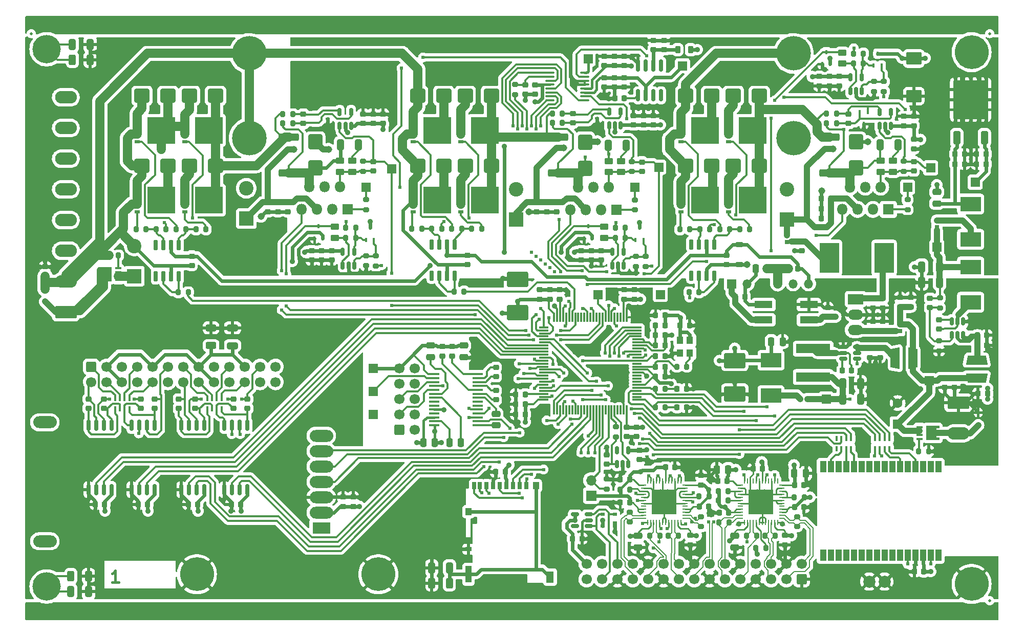
<source format=gtl>
%TF.GenerationSoftware,KiCad,Pcbnew,7.0.1*%
%TF.CreationDate,2023-11-30T10:22:40+01:00*%
%TF.ProjectId,current3x3A_Artiq,63757272-656e-4743-9378-33415f417274,rev?*%
%TF.SameCoordinates,Original*%
%TF.FileFunction,Copper,L1,Top*%
%TF.FilePolarity,Positive*%
%FSLAX46Y46*%
G04 Gerber Fmt 4.6, Leading zero omitted, Abs format (unit mm)*
G04 Created by KiCad (PCBNEW 7.0.1) date 2023-11-30 10:22:40*
%MOMM*%
%LPD*%
G01*
G04 APERTURE LIST*
G04 Aperture macros list*
%AMRoundRect*
0 Rectangle with rounded corners*
0 $1 Rounding radius*
0 $2 $3 $4 $5 $6 $7 $8 $9 X,Y pos of 4 corners*
0 Add a 4 corners polygon primitive as box body*
4,1,4,$2,$3,$4,$5,$6,$7,$8,$9,$2,$3,0*
0 Add four circle primitives for the rounded corners*
1,1,$1+$1,$2,$3*
1,1,$1+$1,$4,$5*
1,1,$1+$1,$6,$7*
1,1,$1+$1,$8,$9*
0 Add four rect primitives between the rounded corners*
20,1,$1+$1,$2,$3,$4,$5,0*
20,1,$1+$1,$4,$5,$6,$7,0*
20,1,$1+$1,$6,$7,$8,$9,0*
20,1,$1+$1,$8,$9,$2,$3,0*%
%AMOutline4P*
0 Free polygon, 4 corners , with rotation*
0 The origin of the aperture is its center*
0 number of corners: always 4*
0 $1 to $8 corner X, Y*
0 $9 Rotation angle, in degrees counterclockwise*
0 create outline with 4 corners*
4,1,4,$1,$2,$3,$4,$5,$6,$7,$8,$1,$2,$9*%
%AMFreePoly0*
4,1,17,1.395000,0.765000,0.855000,0.765000,0.855000,0.535000,1.395000,0.535000,1.395000,0.115000,0.855000,0.115000,0.855000,-0.115000,1.395000,-0.115000,1.395000,-0.535000,0.855000,-0.535000,0.855000,-0.765000,1.395000,-0.765000,1.395000,-1.185000,-0.855000,-1.185000,-0.855000,1.185000,1.395000,1.185000,1.395000,0.765000,1.395000,0.765000,$1*%
G04 Aperture macros list end*
%ADD10C,0.400000*%
%TA.AperFunction,NonConductor*%
%ADD11C,0.400000*%
%TD*%
%TA.AperFunction,SMDPad,CuDef*%
%ADD12RoundRect,0.225000X0.250000X-0.225000X0.250000X0.225000X-0.250000X0.225000X-0.250000X-0.225000X0*%
%TD*%
%TA.AperFunction,SMDPad,CuDef*%
%ADD13RoundRect,0.150000X-0.150000X0.750000X-0.150000X-0.750000X0.150000X-0.750000X0.150000X0.750000X0*%
%TD*%
%TA.AperFunction,SMDPad,CuDef*%
%ADD14RoundRect,0.200000X0.200000X0.275000X-0.200000X0.275000X-0.200000X-0.275000X0.200000X-0.275000X0*%
%TD*%
%TA.AperFunction,SMDPad,CuDef*%
%ADD15RoundRect,0.218750X0.256250X-0.218750X0.256250X0.218750X-0.256250X0.218750X-0.256250X-0.218750X0*%
%TD*%
%TA.AperFunction,SMDPad,CuDef*%
%ADD16RoundRect,0.225000X-0.250000X0.225000X-0.250000X-0.225000X0.250000X-0.225000X0.250000X0.225000X0*%
%TD*%
%TA.AperFunction,SMDPad,CuDef*%
%ADD17RoundRect,0.150000X0.150000X-0.512500X0.150000X0.512500X-0.150000X0.512500X-0.150000X-0.512500X0*%
%TD*%
%TA.AperFunction,SMDPad,CuDef*%
%ADD18R,3.175000X4.950000*%
%TD*%
%TA.AperFunction,ComponentPad*%
%ADD19R,1.500000X1.500000*%
%TD*%
%TA.AperFunction,SMDPad,CuDef*%
%ADD20RoundRect,0.200000X0.275000X-0.200000X0.275000X0.200000X-0.275000X0.200000X-0.275000X-0.200000X0*%
%TD*%
%TA.AperFunction,SMDPad,CuDef*%
%ADD21RoundRect,0.218750X-0.218750X-0.256250X0.218750X-0.256250X0.218750X0.256250X-0.218750X0.256250X0*%
%TD*%
%TA.AperFunction,SMDPad,CuDef*%
%ADD22RoundRect,0.225000X-0.225000X-0.250000X0.225000X-0.250000X0.225000X0.250000X-0.225000X0.250000X0*%
%TD*%
%TA.AperFunction,ComponentPad*%
%ADD23C,2.000000*%
%TD*%
%TA.AperFunction,SMDPad,CuDef*%
%ADD24R,3.429000X2.413000*%
%TD*%
%TA.AperFunction,SMDPad,CuDef*%
%ADD25RoundRect,0.250000X-0.900000X1.000000X-0.900000X-1.000000X0.900000X-1.000000X0.900000X1.000000X0*%
%TD*%
%TA.AperFunction,SMDPad,CuDef*%
%ADD26R,3.000000X1.200000*%
%TD*%
%TA.AperFunction,SMDPad,CuDef*%
%ADD27RoundRect,0.250000X-0.325000X-0.650000X0.325000X-0.650000X0.325000X0.650000X-0.325000X0.650000X0*%
%TD*%
%TA.AperFunction,SMDPad,CuDef*%
%ADD28RoundRect,0.150000X0.150000X-0.725000X0.150000X0.725000X-0.150000X0.725000X-0.150000X-0.725000X0*%
%TD*%
%TA.AperFunction,SMDPad,CuDef*%
%ADD29RoundRect,0.250000X0.475000X-0.250000X0.475000X0.250000X-0.475000X0.250000X-0.475000X-0.250000X0*%
%TD*%
%TA.AperFunction,SMDPad,CuDef*%
%ADD30RoundRect,0.225000X0.225000X0.250000X-0.225000X0.250000X-0.225000X-0.250000X0.225000X-0.250000X0*%
%TD*%
%TA.AperFunction,SMDPad,CuDef*%
%ADD31RoundRect,0.200000X-0.200000X-0.275000X0.200000X-0.275000X0.200000X0.275000X-0.200000X0.275000X0*%
%TD*%
%TA.AperFunction,SMDPad,CuDef*%
%ADD32RoundRect,0.112500X-0.112500X0.187500X-0.112500X-0.187500X0.112500X-0.187500X0.112500X0.187500X0*%
%TD*%
%TA.AperFunction,SMDPad,CuDef*%
%ADD33RoundRect,0.250000X-0.312500X-0.625000X0.312500X-0.625000X0.312500X0.625000X-0.312500X0.625000X0*%
%TD*%
%TA.AperFunction,SMDPad,CuDef*%
%ADD34R,1.750000X0.450000*%
%TD*%
%TA.AperFunction,SMDPad,CuDef*%
%ADD35R,1.500000X1.500000*%
%TD*%
%TA.AperFunction,SMDPad,CuDef*%
%ADD36RoundRect,0.225000X-0.375000X0.225000X-0.375000X-0.225000X0.375000X-0.225000X0.375000X0.225000X0*%
%TD*%
%TA.AperFunction,SMDPad,CuDef*%
%ADD37RoundRect,0.250000X0.325000X0.650000X-0.325000X0.650000X-0.325000X-0.650000X0.325000X-0.650000X0*%
%TD*%
%TA.AperFunction,SMDPad,CuDef*%
%ADD38RoundRect,0.062500X0.062500X-0.375000X0.062500X0.375000X-0.062500X0.375000X-0.062500X-0.375000X0*%
%TD*%
%TA.AperFunction,SMDPad,CuDef*%
%ADD39RoundRect,0.062500X0.375000X-0.062500X0.375000X0.062500X-0.375000X0.062500X-0.375000X-0.062500X0*%
%TD*%
%TA.AperFunction,ComponentPad*%
%ADD40C,0.500000*%
%TD*%
%TA.AperFunction,SMDPad,CuDef*%
%ADD41R,4.100000X4.100000*%
%TD*%
%TA.AperFunction,SMDPad,CuDef*%
%ADD42RoundRect,0.200000X-0.275000X0.200000X-0.275000X-0.200000X0.275000X-0.200000X0.275000X0.200000X0*%
%TD*%
%TA.AperFunction,SMDPad,CuDef*%
%ADD43RoundRect,0.250000X1.425000X-0.362500X1.425000X0.362500X-1.425000X0.362500X-1.425000X-0.362500X0*%
%TD*%
%TA.AperFunction,SMDPad,CuDef*%
%ADD44RoundRect,0.250000X0.250000X0.475000X-0.250000X0.475000X-0.250000X-0.475000X0.250000X-0.475000X0*%
%TD*%
%TA.AperFunction,SMDPad,CuDef*%
%ADD45RoundRect,0.250000X-0.450000X0.262500X-0.450000X-0.262500X0.450000X-0.262500X0.450000X0.262500X0*%
%TD*%
%TA.AperFunction,SMDPad,CuDef*%
%ADD46RoundRect,0.100000X0.637500X0.100000X-0.637500X0.100000X-0.637500X-0.100000X0.637500X-0.100000X0*%
%TD*%
%TA.AperFunction,SMDPad,CuDef*%
%ADD47RoundRect,0.250000X-0.475000X0.250000X-0.475000X-0.250000X0.475000X-0.250000X0.475000X0.250000X0*%
%TD*%
%TA.AperFunction,SMDPad,CuDef*%
%ADD48C,0.500000*%
%TD*%
%TA.AperFunction,ComponentPad*%
%ADD49C,5.600000*%
%TD*%
%TA.AperFunction,SMDPad,CuDef*%
%ADD50R,0.850000X0.500000*%
%TD*%
%TA.AperFunction,SMDPad,CuDef*%
%ADD51R,4.550000X4.410000*%
%TD*%
%TA.AperFunction,SMDPad,CuDef*%
%ADD52RoundRect,0.250000X0.650000X-0.325000X0.650000X0.325000X-0.650000X0.325000X-0.650000X-0.325000X0*%
%TD*%
%TA.AperFunction,SMDPad,CuDef*%
%ADD53RoundRect,0.250000X1.000000X0.900000X-1.000000X0.900000X-1.000000X-0.900000X1.000000X-0.900000X0*%
%TD*%
%TA.AperFunction,SMDPad,CuDef*%
%ADD54Outline4P,-1.500000X-0.725000X1.500000X-0.725000X1.800000X0.725000X-1.800000X0.725000X270.000000*%
%TD*%
%TA.AperFunction,SMDPad,CuDef*%
%ADD55Outline4P,-1.800000X-0.725000X1.800000X-0.725000X1.500000X0.725000X-1.500000X0.725000X270.000000*%
%TD*%
%TA.AperFunction,SMDPad,CuDef*%
%ADD56RoundRect,0.250000X0.625000X-0.312500X0.625000X0.312500X-0.625000X0.312500X-0.625000X-0.312500X0*%
%TD*%
%TA.AperFunction,SMDPad,CuDef*%
%ADD57R,0.450000X0.700000*%
%TD*%
%TA.AperFunction,SMDPad,CuDef*%
%ADD58RoundRect,0.250000X-0.250000X-0.475000X0.250000X-0.475000X0.250000X0.475000X-0.250000X0.475000X0*%
%TD*%
%TA.AperFunction,SMDPad,CuDef*%
%ADD59R,0.700000X1.000000*%
%TD*%
%TA.AperFunction,SMDPad,CuDef*%
%ADD60R,0.700000X0.600000*%
%TD*%
%TA.AperFunction,ComponentPad*%
%ADD61C,4.700000*%
%TD*%
%TA.AperFunction,SMDPad,CuDef*%
%ADD62R,0.700000X1.200000*%
%TD*%
%TA.AperFunction,SMDPad,CuDef*%
%ADD63R,1.000000X0.800000*%
%TD*%
%TA.AperFunction,SMDPad,CuDef*%
%ADD64R,1.000000X1.200000*%
%TD*%
%TA.AperFunction,SMDPad,CuDef*%
%ADD65R,1.000000X2.800000*%
%TD*%
%TA.AperFunction,SMDPad,CuDef*%
%ADD66R,1.300000X1.900000*%
%TD*%
%TA.AperFunction,SMDPad,CuDef*%
%ADD67R,1.066800X1.879600*%
%TD*%
%TA.AperFunction,SMDPad,CuDef*%
%ADD68R,0.400000X0.900000*%
%TD*%
%TA.AperFunction,SMDPad,CuDef*%
%ADD69RoundRect,0.150000X0.512500X0.150000X-0.512500X0.150000X-0.512500X-0.150000X0.512500X-0.150000X0*%
%TD*%
%TA.AperFunction,SMDPad,CuDef*%
%ADD70RoundRect,0.250000X-1.025000X0.787500X-1.025000X-0.787500X1.025000X-0.787500X1.025000X0.787500X0*%
%TD*%
%TA.AperFunction,SMDPad,CuDef*%
%ADD71RoundRect,0.249999X1.500001X-1.025001X1.500001X1.025001X-1.500001X1.025001X-1.500001X-1.025001X0*%
%TD*%
%TA.AperFunction,SMDPad,CuDef*%
%ADD72RoundRect,0.150000X-0.150000X0.825000X-0.150000X-0.825000X0.150000X-0.825000X0.150000X0.825000X0*%
%TD*%
%TA.AperFunction,SMDPad,CuDef*%
%ADD73RoundRect,0.250000X0.450000X-0.262500X0.450000X0.262500X-0.450000X0.262500X-0.450000X-0.262500X0*%
%TD*%
%TA.AperFunction,SMDPad,CuDef*%
%ADD74RoundRect,0.218750X0.218750X0.381250X-0.218750X0.381250X-0.218750X-0.381250X0.218750X-0.381250X0*%
%TD*%
%TA.AperFunction,SMDPad,CuDef*%
%ADD75R,0.990000X0.420000*%
%TD*%
%TA.AperFunction,SMDPad,CuDef*%
%ADD76R,1.000000X0.420000*%
%TD*%
%TA.AperFunction,SMDPad,CuDef*%
%ADD77FreePoly0,180.000000*%
%TD*%
%TA.AperFunction,SMDPad,CuDef*%
%ADD78RoundRect,0.075000X0.725000X0.075000X-0.725000X0.075000X-0.725000X-0.075000X0.725000X-0.075000X0*%
%TD*%
%TA.AperFunction,SMDPad,CuDef*%
%ADD79RoundRect,0.075000X0.075000X0.725000X-0.075000X0.725000X-0.075000X-0.725000X0.075000X-0.725000X0*%
%TD*%
%TA.AperFunction,SMDPad,CuDef*%
%ADD80R,0.700000X0.450000*%
%TD*%
%TA.AperFunction,SMDPad,CuDef*%
%ADD81R,1.100000X1.300000*%
%TD*%
%TA.AperFunction,SMDPad,CuDef*%
%ADD82R,0.800000X0.800000*%
%TD*%
%TA.AperFunction,SMDPad,CuDef*%
%ADD83FreePoly0,0.000000*%
%TD*%
%TA.AperFunction,SMDPad,CuDef*%
%ADD84RoundRect,0.250000X0.350000X-0.850000X0.350000X0.850000X-0.350000X0.850000X-0.350000X-0.850000X0*%
%TD*%
%TA.AperFunction,SMDPad,CuDef*%
%ADD85RoundRect,0.250000X1.125000X-1.275000X1.125000X1.275000X-1.125000X1.275000X-1.125000X-1.275000X0*%
%TD*%
%TA.AperFunction,SMDPad,CuDef*%
%ADD86RoundRect,0.249997X2.650003X-2.950003X2.650003X2.950003X-2.650003X2.950003X-2.650003X-2.950003X0*%
%TD*%
%TA.AperFunction,SMDPad,CuDef*%
%ADD87Outline4P,-1.500000X-0.725000X1.500000X-0.725000X1.800000X0.725000X-1.800000X0.725000X180.000000*%
%TD*%
%TA.AperFunction,SMDPad,CuDef*%
%ADD88Outline4P,-1.800000X-0.725000X1.800000X-0.725000X1.500000X0.725000X-1.500000X0.725000X180.000000*%
%TD*%
%TA.AperFunction,SMDPad,CuDef*%
%ADD89R,5.700000X1.600000*%
%TD*%
%TA.AperFunction,SMDPad,CuDef*%
%ADD90RoundRect,0.218750X-0.256250X0.218750X-0.256250X-0.218750X0.256250X-0.218750X0.256250X0.218750X0*%
%TD*%
%TA.AperFunction,SMDPad,CuDef*%
%ADD91RoundRect,0.249999X-1.500001X1.025001X-1.500001X-1.025001X1.500001X-1.025001X1.500001X1.025001X0*%
%TD*%
%TA.AperFunction,ComponentPad*%
%ADD92R,2.400000X2.400000*%
%TD*%
%TA.AperFunction,ComponentPad*%
%ADD93C,2.400000*%
%TD*%
%TA.AperFunction,ComponentPad*%
%ADD94RoundRect,0.250000X-0.600000X0.600000X-0.600000X-0.600000X0.600000X-0.600000X0.600000X0.600000X0*%
%TD*%
%TA.AperFunction,ComponentPad*%
%ADD95C,1.700000*%
%TD*%
%TA.AperFunction,ComponentPad*%
%ADD96RoundRect,0.249999X-1.550001X0.790001X-1.550001X-0.790001X1.550001X-0.790001X1.550001X0.790001X0*%
%TD*%
%TA.AperFunction,ComponentPad*%
%ADD97O,3.600000X2.080000*%
%TD*%
%TA.AperFunction,ComponentPad*%
%ADD98C,5.700000*%
%TD*%
%TA.AperFunction,ComponentPad*%
%ADD99R,1.700000X1.700000*%
%TD*%
%TA.AperFunction,ComponentPad*%
%ADD100O,1.700000X1.700000*%
%TD*%
%TA.AperFunction,ComponentPad*%
%ADD101RoundRect,0.250000X0.600000X-0.600000X0.600000X0.600000X-0.600000X0.600000X-0.600000X-0.600000X0*%
%TD*%
%TA.AperFunction,ComponentPad*%
%ADD102R,1.800000X1.800000*%
%TD*%
%TA.AperFunction,ComponentPad*%
%ADD103O,1.800000X1.800000*%
%TD*%
%TA.AperFunction,ComponentPad*%
%ADD104RoundRect,0.249999X1.550001X-0.790001X1.550001X0.790001X-1.550001X0.790001X-1.550001X-0.790001X0*%
%TD*%
%TA.AperFunction,ComponentPad*%
%ADD105RoundRect,0.250000X-0.600000X-0.600000X0.600000X-0.600000X0.600000X0.600000X-0.600000X0.600000X0*%
%TD*%
%TA.AperFunction,ComponentPad*%
%ADD106O,1.500000X1.500000*%
%TD*%
%TA.AperFunction,ComponentPad*%
%ADD107R,2.500000X1.700000*%
%TD*%
%TA.AperFunction,ComponentPad*%
%ADD108O,2.500000X1.700000*%
%TD*%
%TA.AperFunction,ComponentPad*%
%ADD109R,3.000000X1.950000*%
%TD*%
%TA.AperFunction,ComponentPad*%
%ADD110O,3.900000X1.950000*%
%TD*%
%TA.AperFunction,ComponentPad*%
%ADD111R,1.600000X1.600000*%
%TD*%
%TA.AperFunction,ComponentPad*%
%ADD112C,1.600000*%
%TD*%
%TA.AperFunction,ViaPad*%
%ADD113C,0.889000*%
%TD*%
%TA.AperFunction,ViaPad*%
%ADD114C,0.609600*%
%TD*%
%TA.AperFunction,ViaPad*%
%ADD115C,1.143000*%
%TD*%
%TA.AperFunction,Conductor*%
%ADD116C,0.609600*%
%TD*%
%TA.AperFunction,Conductor*%
%ADD117C,1.016000*%
%TD*%
%TA.AperFunction,Conductor*%
%ADD118C,0.304800*%
%TD*%
%TA.AperFunction,Conductor*%
%ADD119C,0.254000*%
%TD*%
%TA.AperFunction,Conductor*%
%ADD120C,0.406400*%
%TD*%
%TA.AperFunction,Conductor*%
%ADD121C,1.524000*%
%TD*%
%TA.AperFunction,Conductor*%
%ADD122C,0.200000*%
%TD*%
G04 APERTURE END LIST*
D10*
D11*
X15493809Y-93735238D02*
X14350952Y-93735238D01*
X14922380Y-93735238D02*
X14922380Y-91735238D01*
X14922380Y-91735238D02*
X14731904Y-92020952D01*
X14731904Y-92020952D02*
X14541428Y-92211428D01*
X14541428Y-92211428D02*
X14350952Y-92306666D01*
D12*
%TO.P,C93,1*%
%TO.N,+3V3*%
X111760000Y-77610000D03*
%TO.P,C93,2*%
%TO.N,GND*%
X111760000Y-76060000D03*
%TD*%
%TO.P,C121,1*%
%TO.N,+5VA*%
X103886000Y-18047000D03*
%TO.P,C121,2*%
%TO.N,GNDA*%
X103886000Y-16497000D03*
%TD*%
%TO.P,C4,1*%
%TO.N,Net-(U2-V+)*%
X68961000Y-56274000D03*
%TO.P,C4,2*%
%TO.N,/controller+DAC/ISOCOM*%
X68961000Y-54724000D03*
%TD*%
D13*
%TO.P,U29,1,A1*%
%TO.N,Net-(D31-K)*%
X14276000Y-67739000D03*
%TO.P,U29,2,C1*%
%TO.N,/digital_inputs/IDC_N1*%
X13006000Y-67739000D03*
%TO.P,U29,3,C2*%
%TO.N,/digital_inputs/IDC_N0*%
X11736000Y-67739000D03*
%TO.P,U29,4,A2*%
%TO.N,Net-(D30-K)*%
X10466000Y-67739000D03*
%TO.P,U29,5,GND*%
%TO.N,GND*%
X10466000Y-78389000D03*
%TO.P,U29,6,VO2*%
%TO.N,TTL0*%
X11736000Y-78389000D03*
%TO.P,U29,7,VO1*%
%TO.N,TTL1*%
X13006000Y-78389000D03*
%TO.P,U29,8,VCC*%
%TO.N,+3V3*%
X14276000Y-78389000D03*
%TD*%
D14*
%TO.P,R35,1*%
%TO.N,/Power amplifier 1/G2*%
X23304000Y-35306000D03*
%TO.P,R35,2*%
%TO.N,Net-(U17-~{OUT_A})*%
X21654000Y-35306000D03*
%TD*%
D15*
%TO.P,D32,1,K*%
%TO.N,/digital_inputs/IDC_P6*%
X34469000Y-64961500D03*
%TO.P,D32,2,A*%
%TO.N,/digital_inputs/IDC_N6*%
X34469000Y-63386500D03*
%TD*%
D16*
%TO.P,C23,1*%
%TO.N,+3V3*%
X84328000Y-11417000D03*
%TO.P,C23,2*%
%TO.N,GND*%
X84328000Y-12967000D03*
%TD*%
D17*
%TO.P,U27,1*%
%TO.N,/CUR3*%
X141290000Y-18155500D03*
%TO.P,U27,2,GND*%
%TO.N,GNDA*%
X142240000Y-18155500D03*
%TO.P,U27,3,V+*%
%TO.N,+5VA*%
X143190000Y-18155500D03*
%TO.P,U27,4,+*%
%TO.N,Net-(U27-+)*%
X143190000Y-15880500D03*
%TO.P,U27,5,-*%
%TO.N,Net-(U27--)*%
X141290000Y-15880500D03*
%TD*%
D18*
%TO.P,L9,1,1*%
%TO.N,/Power grid/P15_pom2*%
X142048500Y-40005000D03*
%TO.P,L9,2,2*%
%TO.N,/Power grid/P15_pom1*%
X133033500Y-40005000D03*
%TD*%
D19*
%TO.P,DACIN3,1,1*%
%TO.N,/DAC3*%
X145923000Y-28321000D03*
%TD*%
%TO.P,P6V1,1,1*%
%TO.N,/Power grid/sw_out1*%
X150749000Y-38227000D03*
%TD*%
D12*
%TO.P,C13,1*%
%TO.N,/controller+DAC/U3pV*%
X103889000Y-5601000D03*
%TO.P,C13,2*%
%TO.N,GNDA*%
X103889000Y-4051000D03*
%TD*%
D20*
%TO.P,R55,1*%
%TO.N,Net-(U24-IN+)*%
X100838000Y-32117000D03*
%TO.P,R55,2*%
%TO.N,/DAC2*%
X100838000Y-30467000D03*
%TD*%
D21*
%TO.P,L2,1,1*%
%TO.N,/controller+DAC/nucleo_746ZG/VAREF*%
X104241500Y-51181000D03*
%TO.P,L2,2,2*%
%TO.N,+3V3*%
X105816500Y-51181000D03*
%TD*%
D16*
%TO.P,C146,1*%
%TO.N,+5VA*%
X95250000Y-38849000D03*
%TO.P,C146,2*%
%TO.N,GNDA*%
X95250000Y-40399000D03*
%TD*%
D22*
%TO.P,C99,1*%
%TO.N,+3V3*%
X111493000Y-81153000D03*
%TO.P,C99,2*%
%TO.N,GND*%
X113043000Y-81153000D03*
%TD*%
D23*
%TO.P,GND1,1,1*%
%TO.N,GND*%
X139573000Y-93599000D03*
X142113000Y-93599000D03*
%TD*%
D17*
%TO.P,U8,1,SCL*%
%TO.N,Net-(U8-SCL)*%
X97856000Y-74162500D03*
%TO.P,U8,2,V_{SS}*%
%TO.N,GND*%
X98806000Y-74162500D03*
%TO.P,U8,3,SDA*%
%TO.N,/controller+DAC/nucleo_746ZG/EEP_SDA*%
X99756000Y-74162500D03*
%TO.P,U8,4,V_{CC}*%
%TO.N,+3V3*%
X99756000Y-71887500D03*
%TO.P,U8,5,WP*%
%TO.N,unconnected-(U8-WP-Pad5)*%
X97856000Y-71887500D03*
%TD*%
D24*
%TO.P,L11,1,1*%
%TO.N,+6V*%
X156337000Y-31115000D03*
%TO.P,L11,2,2*%
%TO.N,/Power grid/6V_out*%
X156337000Y-36957000D03*
%TD*%
D14*
%TO.P,R63,1*%
%TO.N,Net-(U22--)*%
X99250000Y-35052000D03*
%TO.P,R63,2*%
%TO.N,/Power amplifier 2/OPA2*%
X97600000Y-35052000D03*
%TD*%
D25*
%TO.P,D19,1,K*%
%TO.N,+15V*%
X92583000Y-20887000D03*
%TO.P,D19,2,A*%
%TO.N,/Power amplifier 2/OPA2*%
X92583000Y-25187000D03*
%TD*%
D26*
%TO.P,L3,1,1*%
%TO.N,+12V*%
X129607000Y-50272000D03*
%TO.P,L3,2,2*%
%TO.N,GND*%
X129607000Y-47772000D03*
%TO.P,L3,3,3*%
%TO.N,/Power grid/gnd_pom*%
X122107000Y-47772000D03*
%TO.P,L3,4,4*%
%TO.N,/Power grid/12V_pom2*%
X122107000Y-50272000D03*
%TD*%
D16*
%TO.P,C33,1*%
%TO.N,GND*%
X88392000Y-45326000D03*
%TO.P,C33,2*%
%TO.N,Net-(C33-Pad2)*%
X88392000Y-46876000D03*
%TD*%
D20*
%TO.P,R73,1*%
%TO.N,Net-(U28-IN+)*%
X145923000Y-32067000D03*
%TO.P,R73,2*%
%TO.N,/DAC3*%
X145923000Y-30417000D03*
%TD*%
D13*
%TO.P,U32,1,A1*%
%TO.N,/digital_inputs/IDC_P5*%
X29643000Y-67739000D03*
%TO.P,U32,2,C1*%
%TO.N,/digital_inputs/IDC_N5*%
X28373000Y-67739000D03*
%TO.P,U32,3,C2*%
%TO.N,/digital_inputs/IDC_N4*%
X27103000Y-67739000D03*
%TO.P,U32,4,A2*%
%TO.N,/digital_inputs/IDC_P4*%
X25833000Y-67739000D03*
%TO.P,U32,5,GND*%
%TO.N,GND*%
X25833000Y-78389000D03*
%TO.P,U32,6,VO2*%
%TO.N,TTL4*%
X27103000Y-78389000D03*
%TO.P,U32,7,VO1*%
%TO.N,TTL5*%
X28373000Y-78389000D03*
%TO.P,U32,8,VCC*%
%TO.N,+3V3*%
X29643000Y-78389000D03*
%TD*%
D12*
%TO.P,C83,1*%
%TO.N,/Power grid/12V_pom3*%
X140175000Y-52106000D03*
%TO.P,C83,2*%
%TO.N,GND*%
X140175000Y-50556000D03*
%TD*%
D22*
%TO.P,C94,1*%
%TO.N,+3V3*%
X127241000Y-81280000D03*
%TO.P,C94,2*%
%TO.N,GND*%
X128791000Y-81280000D03*
%TD*%
D16*
%TO.P,C70,1*%
%TO.N,/Power grid/sw_out1*%
X149606000Y-46723000D03*
%TO.P,C70,2*%
%TO.N,Net-(U10-FB)*%
X149606000Y-48273000D03*
%TD*%
D12*
%TO.P,C54,1*%
%TO.N,+12V*%
X144653000Y-48146000D03*
%TO.P,C54,2*%
%TO.N,GND*%
X144653000Y-46596000D03*
%TD*%
D27*
%TO.P,C1,1*%
%TO.N,Net-(C1-Pad1)*%
X7796000Y-4699000D03*
%TO.P,C1,2*%
%TO.N,GND*%
X10746000Y-4699000D03*
%TD*%
D28*
%TO.P,U17,1,NC*%
%TO.N,unconnected-(U17-NC-Pad1)*%
X21590000Y-43088000D03*
%TO.P,U17,2,IN_A*%
%TO.N,Net-(U17-IN_A)*%
X22860000Y-43088000D03*
%TO.P,U17,3,GND*%
%TO.N,J4_2*%
X24130000Y-43088000D03*
%TO.P,U17,4,IN_B*%
%TO.N,Net-(U17-IN_A)*%
X25400000Y-43088000D03*
%TO.P,U17,5,OUT_B*%
%TO.N,Net-(U17-OUT_B)*%
X25400000Y-37938000D03*
%TO.P,U17,6,V+*%
%TO.N,Vdrive*%
X24130000Y-37938000D03*
%TO.P,U17,7,~{OUT_A}*%
%TO.N,Net-(U17-~{OUT_A})*%
X22860000Y-37938000D03*
%TO.P,U17,8,NC*%
%TO.N,unconnected-(U17-NC-Pad8)*%
X21590000Y-37938000D03*
%TD*%
D29*
%TO.P,C3,1*%
%TO.N,Net-(U2-ISOVCC)*%
X67056000Y-56449000D03*
%TO.P,C3,2*%
%TO.N,/controller+DAC/ISOCOM*%
X67056000Y-54549000D03*
%TD*%
D22*
%TO.P,C61,1*%
%TO.N,/Power grid/12V_pom1*%
X157467000Y-52832000D03*
%TO.P,C61,2*%
%TO.N,GND*%
X159017000Y-52832000D03*
%TD*%
D14*
%TO.P,R53,1*%
%TO.N,/Power amplifier 2/G2*%
X68897000Y-35179000D03*
%TO.P,R53,2*%
%TO.N,Net-(U21-~{OUT_A})*%
X67247000Y-35179000D03*
%TD*%
D22*
%TO.P,C30,1*%
%TO.N,+3V3*%
X108318000Y-51181000D03*
%TO.P,C30,2*%
%TO.N,GND*%
X109868000Y-51181000D03*
%TD*%
D30*
%TO.P,C138,1*%
%TO.N,+15V*%
X133236000Y-30226000D03*
%TO.P,C138,2*%
%TO.N,J4_2*%
X131686000Y-30226000D03*
%TD*%
D31*
%TO.P,R83,1*%
%TO.N,Net-(R83-Pad1)*%
X136970000Y-7874000D03*
%TO.P,R83,2*%
%TO.N,Net-(U26--)*%
X138620000Y-7874000D03*
%TD*%
%TO.P,R65,1*%
%TO.N,Net-(R65-Pad1)*%
X97600000Y-36703000D03*
%TO.P,R65,2*%
%TO.N,Net-(U22--)*%
X99250000Y-36703000D03*
%TD*%
D21*
%TO.P,L6,1,1*%
%TO.N,GND*%
X157581500Y-62484000D03*
%TO.P,L6,2,2*%
%TO.N,GNDA*%
X159156500Y-62484000D03*
%TD*%
D22*
%TO.P,C18,1*%
%TO.N,GNDA*%
X97526000Y-13656000D03*
%TO.P,C18,2*%
%TO.N,Net-(U3-TRIM)*%
X99076000Y-13656000D03*
%TD*%
D32*
%TO.P,D2,1,A1*%
%TO.N,GND*%
X157607000Y-65625000D03*
%TO.P,D2,2,A2*%
%TO.N,P12V0*%
X157607000Y-67725000D03*
%TD*%
D33*
%TO.P,R1,1*%
%TO.N,Net-(C1-Pad1)*%
X7808500Y-7239000D03*
%TO.P,R1,2*%
%TO.N,GND*%
X10733500Y-7239000D03*
%TD*%
D34*
%TO.P,U2,1,C1-*%
%TO.N,Net-(U2-C1-)*%
X74847000Y-67725000D03*
%TO.P,U2,2,R1OUT*%
%TO.N,/controller+DAC/RXD1*%
X74847000Y-67075000D03*
%TO.P,U2,3,R2OUT*%
%TO.N,/controller+DAC/RXD2*%
X74847000Y-66425000D03*
%TO.P,U2,4,T1IN*%
%TO.N,/controller+DAC/TXD1*%
X74847000Y-65775000D03*
%TO.P,U2,5,T2IN*%
%TO.N,/controller+DAC/TXD2*%
X74847000Y-65125000D03*
%TO.P,U2,6,NC*%
%TO.N,unconnected-(U2-NC-Pad6)*%
X74847000Y-64475000D03*
%TO.P,U2,7,NC*%
%TO.N,unconnected-(U2-NC-Pad7)*%
X74847000Y-63825000D03*
%TO.P,U2,8,C1+*%
%TO.N,Net-(U2-C1+)*%
X74847000Y-63175000D03*
%TO.P,U2,9,C3+*%
%TO.N,Net-(U2-C3+)*%
X74847000Y-62525000D03*
%TO.P,U2,10,V+*%
%TO.N,Net-(U2-V+)*%
X74847000Y-61875000D03*
%TO.P,U2,11,C3-*%
%TO.N,Net-(U2-C3-)*%
X74847000Y-61225000D03*
%TO.P,U2,12,C4+*%
%TO.N,Net-(U2-C4+)*%
X74847000Y-60575000D03*
%TO.P,U2,13,C4-*%
%TO.N,Net-(U2-C4-)*%
X74847000Y-59925000D03*
%TO.P,U2,14,V-*%
%TO.N,Net-(U2-V-)*%
X74847000Y-59275000D03*
%TO.P,U2,15,ISOCOM*%
%TO.N,/controller+DAC/ISOCOM*%
X67647000Y-59275000D03*
%TO.P,U2,16,T2OUT*%
%TO.N,/controller+DAC/RST2*%
X67647000Y-59925000D03*
%TO.P,U2,17,T1OUT*%
%TO.N,/controller+DAC/RST1*%
X67647000Y-60575000D03*
%TO.P,U2,18,R2IN*%
%TO.N,/controller+DAC/RSR2*%
X67647000Y-61225000D03*
%TO.P,U2,19,R1IN*%
%TO.N,/controller+DAC/RSR1*%
X67647000Y-61875000D03*
%TO.P,U2,20,ISOVCC*%
%TO.N,Net-(U2-ISOVCC)*%
X67647000Y-62525000D03*
%TO.P,U2,21,C2+*%
%TO.N,Net-(U2-C2+)*%
X67647000Y-63175000D03*
%TO.P,U2,22,NC*%
%TO.N,unconnected-(U2-NC-Pad22)*%
X67647000Y-63825000D03*
%TO.P,U2,23,NC*%
%TO.N,unconnected-(U2-NC-Pad23)*%
X67647000Y-64475000D03*
%TO.P,U2,24,~{SHDN}*%
%TO.N,+3V3*%
X67647000Y-65125000D03*
%TO.P,U2,25,~{FAULT}*%
%TO.N,unconnected-(U2-~{FAULT}-Pad25)*%
X67647000Y-65775000D03*
%TO.P,U2,26,GND*%
%TO.N,GND*%
X67647000Y-66425000D03*
%TO.P,U2,27,C2-*%
%TO.N,Net-(U2-C2-)*%
X67647000Y-67075000D03*
%TO.P,U2,28,VCC*%
%TO.N,+3V3*%
X67647000Y-67725000D03*
%TD*%
D35*
%TO.P,VREF1,1,1*%
%TO.N,/controller+DAC/VREF*%
X108712000Y-8255000D03*
%TD*%
D20*
%TO.P,R38,1*%
%TO.N,Net-(U20-IN-)*%
X55880000Y-25717000D03*
%TO.P,R38,2*%
%TO.N,/CUR1*%
X55880000Y-24067000D03*
%TD*%
D30*
%TO.P,C50,1*%
%TO.N,+3V3*%
X79388000Y-75438000D03*
%TO.P,C50,2*%
%TO.N,GND*%
X77838000Y-75438000D03*
%TD*%
D16*
%TO.P,C22,1*%
%TO.N,/controller+DAC/VREF*%
X97412000Y-10214000D03*
%TO.P,C22,2*%
%TO.N,GNDA*%
X97412000Y-11764000D03*
%TD*%
D36*
%TO.P,D3,1,K*%
%TO.N,Vdrive*%
X118110000Y-37847000D03*
%TO.P,D3,2,A*%
%TO.N,J4_2*%
X118110000Y-41147000D03*
%TD*%
D20*
%TO.P,R46,1*%
%TO.N,GNDA*%
X56388000Y-41338000D03*
%TO.P,R46,2*%
%TO.N,Net-(U18-+)*%
X56388000Y-39688000D03*
%TD*%
D15*
%TO.P,D34,1,K*%
%TO.N,/digital_inputs/IDC_P2*%
X19102000Y-64961500D03*
%TO.P,D34,2,A*%
%TO.N,/digital_inputs/IDC_N2*%
X19102000Y-63386500D03*
%TD*%
D27*
%TO.P,C124,1*%
%TO.N,/Power amplifier 2/OPA2*%
X96442000Y-21386000D03*
%TO.P,C124,2*%
%TO.N,Net-(C124-Pad2)*%
X99392000Y-21386000D03*
%TD*%
D37*
%TO.P,C76,1*%
%TO.N,/Power grid/sw_out1*%
X151208000Y-44069000D03*
%TO.P,C76,2*%
%TO.N,GND*%
X148258000Y-44069000D03*
%TD*%
D14*
%TO.P,R67,1*%
%TO.N,Net-(U25-IN_A)*%
X111442000Y-45720000D03*
%TO.P,R67,2*%
%TO.N,/DIR3*%
X109792000Y-45720000D03*
%TD*%
D16*
%TO.P,C56,1*%
%TO.N,+12V*%
X152019000Y-59944000D03*
%TO.P,C56,2*%
%TO.N,GND*%
X152019000Y-61494000D03*
%TD*%
D38*
%TO.P,U15,1,1DE*%
%TO.N,DAT7_OUT*%
X102914000Y-83828500D03*
%TO.P,U15,2,VCC*%
%TO.N,+3V3*%
X103414000Y-83828500D03*
%TO.P,U15,3,2A*%
%TO.N,/Kasli interface/LVDS6_P*%
X103914000Y-83828500D03*
%TO.P,U15,4,2B*%
%TO.N,/Kasli interface/LVDS6_N*%
X104414000Y-83828500D03*
%TO.P,U15,5,2DE*%
%TO.N,DAT6_OUT*%
X104914000Y-83828500D03*
%TO.P,U15,6,GND*%
%TO.N,GND*%
X105414000Y-83828500D03*
%TO.P,U15,7,GND*%
X105914000Y-83828500D03*
%TO.P,U15,8,3DE*%
%TO.N,DAT5_OUT*%
X106414000Y-83828500D03*
%TO.P,U15,9,3A*%
%TO.N,/Kasli interface/LVDS5_P*%
X106914000Y-83828500D03*
%TO.P,U15,10,3B*%
%TO.N,/Kasli interface/LVDS5_N*%
X107414000Y-83828500D03*
%TO.P,U15,11,VCC*%
%TO.N,+3V3*%
X107914000Y-83828500D03*
%TO.P,U15,12,4DE*%
%TO.N,DAT4_OUT*%
X108414000Y-83828500D03*
D39*
%TO.P,U15,13,4A*%
%TO.N,/Kasli interface/LVDS4_P*%
X109101500Y-83141000D03*
%TO.P,U15,14,4B*%
%TO.N,/Kasli interface/LVDS4_N*%
X109101500Y-82641000D03*
%TO.P,U15,15,VCC*%
%TO.N,+3V3*%
X109101500Y-82141000D03*
%TO.P,U15,16,VCC*%
X109101500Y-81641000D03*
%TO.P,U15,17,NC*%
%TO.N,unconnected-(U15-NC-Pad17)*%
X109101500Y-81141000D03*
%TO.P,U15,18,GND*%
%TO.N,GND*%
X109101500Y-80641000D03*
%TO.P,U15,19,~{3RE}*%
%TO.N,DAT5_OUT*%
X109101500Y-80141000D03*
%TO.P,U15,20,3FSEN*%
%TO.N,Net-(U15-3FSEN)*%
X109101500Y-79641000D03*
%TO.P,U15,21,~{4RE}*%
%TO.N,DAT4_OUT*%
X109101500Y-79141000D03*
%TO.P,U15,22,4FSEN*%
%TO.N,Net-(U15-3FSEN)*%
X109101500Y-78641000D03*
%TO.P,U15,23,GND*%
%TO.N,GND*%
X109101500Y-78141000D03*
%TO.P,U15,24,VCC*%
%TO.N,+3V3*%
X109101500Y-77641000D03*
D38*
%TO.P,U15,25,4D*%
%TO.N,DAT4*%
X108414000Y-76953500D03*
%TO.P,U15,26,4R*%
X107914000Y-76953500D03*
%TO.P,U15,27,GND*%
%TO.N,GND*%
X107414000Y-76953500D03*
%TO.P,U15,28,3D*%
%TO.N,DAT5*%
X106914000Y-76953500D03*
%TO.P,U15,29,3R*%
X106414000Y-76953500D03*
%TO.P,U15,30,PDN*%
%TO.N,+3V3*%
X105914000Y-76953500D03*
%TO.P,U15,31,GND*%
%TO.N,GND*%
X105414000Y-76953500D03*
%TO.P,U15,32,2D*%
%TO.N,DAT6*%
X104914000Y-76953500D03*
%TO.P,U15,33,2R*%
X104414000Y-76953500D03*
%TO.P,U15,34,GND*%
%TO.N,GND*%
X103914000Y-76953500D03*
%TO.P,U15,35,1D*%
%TO.N,DAT7*%
X103414000Y-76953500D03*
%TO.P,U15,36,1R*%
X102914000Y-76953500D03*
D39*
%TO.P,U15,37,VCC*%
%TO.N,+3V3*%
X102226500Y-77641000D03*
%TO.P,U15,38,GND*%
%TO.N,GND*%
X102226500Y-78141000D03*
%TO.P,U15,39,1FSEN*%
%TO.N,Net-(U15-1FSEN)*%
X102226500Y-78641000D03*
%TO.P,U15,40,~{1RE}*%
%TO.N,DAT7_OUT*%
X102226500Y-79141000D03*
%TO.P,U15,41,2FSEN*%
%TO.N,Net-(U15-1FSEN)*%
X102226500Y-79641000D03*
%TO.P,U15,42,~{2RE}*%
%TO.N,DAT6_OUT*%
X102226500Y-80141000D03*
%TO.P,U15,43,GND*%
%TO.N,GND*%
X102226500Y-80641000D03*
%TO.P,U15,44,NC*%
%TO.N,unconnected-(U15-NC-Pad44)*%
X102226500Y-81141000D03*
%TO.P,U15,45,VCC*%
%TO.N,+3V3*%
X102226500Y-81641000D03*
%TO.P,U15,46,VCC*%
X102226500Y-82141000D03*
%TO.P,U15,47,1A*%
%TO.N,/Kasli interface/LVDS7_P*%
X102226500Y-82641000D03*
%TO.P,U15,48,1B*%
%TO.N,/Kasli interface/LVDS7_N*%
X102226500Y-83141000D03*
D40*
%TO.P,U15,49,EP*%
%TO.N,GND*%
X103864000Y-82191000D03*
X105064000Y-82191000D03*
X106264000Y-82191000D03*
X107464000Y-82191000D03*
X103864000Y-80991000D03*
X105064000Y-80991000D03*
X106264000Y-80991000D03*
X107464000Y-80991000D03*
D41*
X105664000Y-80391000D03*
D40*
X103864000Y-79791000D03*
X105064000Y-79791000D03*
X106264000Y-79791000D03*
X107464000Y-79791000D03*
X103864000Y-78591000D03*
X105064000Y-78591000D03*
X106264000Y-78591000D03*
X107464000Y-78591000D03*
%TD*%
D19*
%TO.P,A_SPAN1,1,1*%
%TO.N,/controller+DAC/nucleo_746ZG/A_SPAN*%
X105029000Y-46101000D03*
%TD*%
D30*
%TO.P,C52,1*%
%TO.N,+3V3*%
X148603000Y-91948000D03*
%TO.P,C52,2*%
%TO.N,GND*%
X147053000Y-91948000D03*
%TD*%
D14*
%TO.P,R23,1*%
%TO.N,/Kasli interface/LVDS1_N*%
X124015000Y-85979000D03*
%TO.P,R23,2*%
%TO.N,/Kasli interface/LVDS1_P*%
X122365000Y-85979000D03*
%TD*%
D16*
%TO.P,C111,1*%
%TO.N,Net-(U19--)*%
X45974000Y-16243000D03*
%TO.P,C111,2*%
%TO.N,Net-(U19-+)*%
X45974000Y-17793000D03*
%TD*%
D42*
%TO.P,R10,1*%
%TO.N,/controller+DAC/nucleo_746ZG/EEP_SCL*%
X97663000Y-68009000D03*
%TO.P,R10,2*%
%TO.N,Net-(U8-SCL)*%
X97663000Y-69659000D03*
%TD*%
D22*
%TO.P,C66,1*%
%TO.N,+6V*%
X153784000Y-24511000D03*
%TO.P,C66,2*%
%TO.N,GNDA*%
X155334000Y-24511000D03*
%TD*%
D14*
%TO.P,R18,1*%
%TO.N,Net-(U14-2DE)*%
X122491000Y-88011000D03*
%TO.P,R18,2*%
%TO.N,+3V3*%
X120841000Y-88011000D03*
%TD*%
D43*
%TO.P,R61,1*%
%TO.N,/Power amplifier 2/OPA2*%
X88138000Y-25999500D03*
%TO.P,R61,2*%
%TO.N,/Power amplifier 2/H2G*%
X88138000Y-20074500D03*
%TD*%
D31*
%TO.P,R51,1*%
%TO.N,/Power amplifier 2/G3*%
X63945000Y-35179000D03*
%TO.P,R51,2*%
%TO.N,Net-(U21-~{OUT_A})*%
X65595000Y-35179000D03*
%TD*%
D44*
%TO.P,C64,1*%
%TO.N,J4_2*%
X122705500Y-41783000D03*
%TO.P,C64,2*%
%TO.N,/Power grid/gnd_pom*%
X120805500Y-41783000D03*
%TD*%
D16*
%TO.P,C89,1*%
%TO.N,+3V3*%
X109982000Y-85966000D03*
%TO.P,C89,2*%
%TO.N,GND*%
X109982000Y-87516000D03*
%TD*%
D30*
%TO.P,C65,1*%
%TO.N,Vdrive*%
X127775000Y-41783000D03*
%TO.P,C65,2*%
%TO.N,J4_2*%
X126225000Y-41783000D03*
%TD*%
D45*
%TO.P,R75,1*%
%TO.N,Net-(C136-Pad2)*%
X143510000Y-23979500D03*
%TO.P,R75,2*%
%TO.N,Net-(U28-IN-)*%
X143510000Y-25804500D03*
%TD*%
D31*
%TO.P,R26,1*%
%TO.N,Net-(U15-3FSEN)*%
X111443000Y-79502000D03*
%TO.P,R26,2*%
%TO.N,+3V3*%
X113093000Y-79502000D03*
%TD*%
D14*
%TO.P,R29,1*%
%TO.N,/Kasli interface/LVDS5_N*%
X108013000Y-85979000D03*
%TO.P,R29,2*%
%TO.N,/Kasli interface/LVDS5_P*%
X106363000Y-85979000D03*
%TD*%
D30*
%TO.P,C97,1*%
%TO.N,+3V3*%
X99962000Y-76708000D03*
%TO.P,C97,2*%
%TO.N,GND*%
X98412000Y-76708000D03*
%TD*%
D46*
%TO.P,U4,1,VOUTA*%
%TO.N,/DAC1*%
X92524500Y-13959000D03*
%TO.P,U4,2,VOUTB*%
%TO.N,/DAC2*%
X92524500Y-13309000D03*
%TO.P,U4,3,VREFH*%
%TO.N,/controller+DAC/VREF*%
X92524500Y-12659000D03*
%TO.P,U4,4,AVDD*%
%TO.N,+5VA*%
X92524500Y-12009000D03*
%TO.P,U4,5,VREFL*%
%TO.N,GNDA*%
X92524500Y-11359000D03*
%TO.P,U4,6,GND*%
X92524500Y-10709000D03*
%TO.P,U4,7,VOUTC*%
%TO.N,/DAC3*%
X92524500Y-10059000D03*
%TO.P,U4,8,VOUTD*%
%TO.N,/controller+DAC/DAC4*%
X92524500Y-9409000D03*
%TO.P,U4,9,~{SYNC}*%
%TO.N,/controller+DAC/~{SYNC}*%
X86799500Y-9409000D03*
%TO.P,U4,10,SCLK*%
%TO.N,Net-(U4-SCLK)*%
X86799500Y-10059000D03*
%TO.P,U4,11,DIN*%
%TO.N,/controller+DAC/DAC_MOSI*%
X86799500Y-10709000D03*
%TO.P,U4,12,IOVDD*%
%TO.N,+3V3*%
X86799500Y-11359000D03*
%TO.P,U4,13,~{RST}*%
%TO.N,/controller+DAC/DAC_RST*%
X86799500Y-12009000D03*
%TO.P,U4,14,RSTSEL*%
%TO.N,/controller+DAC/RSTSEL*%
X86799500Y-12659000D03*
%TO.P,U4,15,~{ENABLE}*%
%TO.N,/controller+DAC/~{ENABLE}*%
X86799500Y-13309000D03*
%TO.P,U4,16,LDAC*%
%TO.N,/controller+DAC/LDAC*%
X86799500Y-13959000D03*
%TD*%
D47*
%TO.P,C100,1*%
%TO.N,+3V3*%
X117348000Y-86045000D03*
%TO.P,C100,2*%
%TO.N,GND*%
X117348000Y-87945000D03*
%TD*%
D16*
%TO.P,C129,1*%
%TO.N,Vdrive*%
X115951000Y-39611000D03*
%TO.P,C129,2*%
%TO.N,J4_2*%
X115951000Y-41161000D03*
%TD*%
D14*
%TO.P,R70,1*%
%TO.N,/Power amplifier 3/G1*%
X119824000Y-35306000D03*
%TO.P,R70,2*%
%TO.N,Net-(U25-OUT_B)*%
X118174000Y-35306000D03*
%TD*%
D45*
%TO.P,R58,1*%
%TO.N,/Power amplifier 2/OPA2*%
X96520000Y-24029500D03*
%TO.P,R58,2*%
%TO.N,Net-(U24-IN-)*%
X96520000Y-25854500D03*
%TD*%
D48*
%TO.P,FID2,*%
%TO.N,*%
X159512000Y-2921000D03*
%TD*%
D49*
%TO.P,H6,1,1*%
%TO.N,GND*%
X58400000Y-92400000D03*
%TD*%
D27*
%TO.P,C77,1*%
%TO.N,/Power grid/sw_out*%
X135177000Y-63373000D03*
%TO.P,C77,2*%
%TO.N,GND*%
X138127000Y-63373000D03*
%TD*%
D30*
%TO.P,C36,1*%
%TO.N,+3V3*%
X105804000Y-49530000D03*
%TO.P,C36,2*%
%TO.N,GND*%
X104254000Y-49530000D03*
%TD*%
D16*
%TO.P,C49,1*%
%TO.N,+3V3*%
X101600000Y-71869000D03*
%TO.P,C49,2*%
%TO.N,GND*%
X101600000Y-73419000D03*
%TD*%
D14*
%TO.P,R45,1*%
%TO.N,Net-(U18--)*%
X54673000Y-35052000D03*
%TO.P,R45,2*%
%TO.N,/Power amplifier 1/OPA1*%
X53023000Y-35052000D03*
%TD*%
D16*
%TO.P,C135,1*%
%TO.N,Net-(U27--)*%
X136144000Y-16243000D03*
%TO.P,C135,2*%
%TO.N,Net-(U27-+)*%
X136144000Y-17793000D03*
%TD*%
D47*
%TO.P,C8,1*%
%TO.N,/controller+DAC/ISOCOM*%
X72517000Y-54549000D03*
%TO.P,C8,2*%
%TO.N,GND*%
X72517000Y-56449000D03*
%TD*%
D14*
%TO.P,R25,1*%
%TO.N,Net-(U15-1FSEN)*%
X100012000Y-78359000D03*
%TO.P,R25,2*%
%TO.N,+3V3*%
X98362000Y-78359000D03*
%TD*%
D16*
%TO.P,C62,1*%
%TO.N,/Power grid/12V_pom*%
X139700000Y-54978000D03*
%TO.P,C62,2*%
%TO.N,GND*%
X139700000Y-56528000D03*
%TD*%
D33*
%TO.P,R32,1*%
%TO.N,GND*%
X67244500Y-93853000D03*
%TO.P,R32,2*%
%TO.N,/controller+DAC/nucleo_746ZG/SHIELD*%
X70169500Y-93853000D03*
%TD*%
D50*
%TO.P,T2,1,S*%
%TO.N,J4_2*%
X18563000Y-28575000D03*
%TO.P,T2,2,S*%
X18563000Y-29845000D03*
%TO.P,T2,3,S*%
X18563000Y-31115000D03*
%TO.P,T2,4,G*%
%TO.N,/Power amplifier 1/G3*%
X18563000Y-32385000D03*
D51*
%TO.P,T2,5,D*%
%TO.N,J4_3*%
X22513000Y-30480000D03*
%TD*%
D16*
%TO.P,C106,1*%
%TO.N,Vdrive*%
X27559000Y-39747500D03*
%TO.P,C106,2*%
%TO.N,J4_2*%
X27559000Y-41297500D03*
%TD*%
D12*
%TO.P,C85,1*%
%TO.N,/Power grid/12V_pom3*%
X141826000Y-52106000D03*
%TO.P,C85,2*%
%TO.N,GND*%
X141826000Y-50556000D03*
%TD*%
D20*
%TO.P,R7,1*%
%TO.N,/controller+DAC/DAC_SCK*%
X81026000Y-13017000D03*
%TO.P,R7,2*%
%TO.N,Net-(U4-SCLK)*%
X81026000Y-11367000D03*
%TD*%
D31*
%TO.P,R31,1*%
%TO.N,Net-(U17-IN_A)*%
X25337000Y-45729500D03*
%TO.P,R31,2*%
%TO.N,/DIR1*%
X26987000Y-45729500D03*
%TD*%
D44*
%TO.P,C101,1*%
%TO.N,+3V3*%
X116266000Y-75057000D03*
%TO.P,C101,2*%
%TO.N,GND*%
X114366000Y-75057000D03*
%TD*%
D52*
%TO.P,C37,1*%
%TO.N,Net-(J6-Pin_12)*%
X34290000Y-54561000D03*
%TO.P,C37,2*%
%TO.N,GND*%
X34290000Y-51611000D03*
%TD*%
D22*
%TO.P,C72,1*%
%TO.N,GNDA*%
X157340000Y-22860000D03*
%TO.P,C72,2*%
%TO.N,+5VA*%
X158890000Y-22860000D03*
%TD*%
D12*
%TO.P,C130,1*%
%TO.N,+5VA*%
X146939000Y-18174000D03*
%TO.P,C130,2*%
%TO.N,GNDA*%
X146939000Y-16624000D03*
%TD*%
%TO.P,C107,1*%
%TO.N,+5VA*%
X55880000Y-17793000D03*
%TO.P,C107,2*%
%TO.N,GNDA*%
X55880000Y-16243000D03*
%TD*%
%TO.P,C105,1*%
%TO.N,+5VA*%
X57531000Y-17793000D03*
%TO.P,C105,2*%
%TO.N,GNDA*%
X57531000Y-16243000D03*
%TD*%
D22*
%TO.P,C90,1*%
%TO.N,Net-(C90-Pad1)*%
X107810000Y-61722000D03*
%TO.P,C90,2*%
%TO.N,GND*%
X109360000Y-61722000D03*
%TD*%
D14*
%TO.P,R81,1*%
%TO.N,Net-(U26--)*%
X138620000Y-6223000D03*
%TO.P,R81,2*%
%TO.N,/Power amplifier 3/OPA3*%
X136970000Y-6223000D03*
%TD*%
D53*
%TO.P,D22,1,K*%
%TO.N,/Power amplifier 3/H3G*%
X121403000Y-24765000D03*
%TO.P,D22,2,A*%
%TO.N,J4_7*%
X117103000Y-24765000D03*
%TD*%
D19*
%TO.P,P5V1,1,1*%
%TO.N,+5VA*%
X157099000Y-27508200D03*
%TD*%
D30*
%TO.P,C137,1*%
%TO.N,+15V*%
X133236000Y-31877000D03*
%TO.P,C137,2*%
%TO.N,J4_2*%
X131686000Y-31877000D03*
%TD*%
D16*
%TO.P,C79,1*%
%TO.N,/Power grid/P15_pom2*%
X141826000Y-46746000D03*
%TO.P,C79,2*%
%TO.N,GND*%
X141826000Y-48296000D03*
%TD*%
%TO.P,C42,1*%
%TO.N,+3V3*%
X99441000Y-68059000D03*
%TO.P,C42,2*%
%TO.N,GND*%
X99441000Y-69609000D03*
%TD*%
%TO.P,C25,1*%
%TO.N,Net-(U4-SCLK)*%
X82677000Y-11417000D03*
%TO.P,C25,2*%
%TO.N,GND*%
X82677000Y-12967000D03*
%TD*%
D54*
%TO.P,L5,1,1*%
%TO.N,/Power grid/12V_pom*%
X143862000Y-56642000D03*
D55*
%TO.P,L5,2,2*%
%TO.N,+12V*%
X146812000Y-56642000D03*
%TD*%
D42*
%TO.P,R37,1*%
%TO.N,/DAC1*%
X56388000Y-30417000D03*
%TO.P,R37,2*%
%TO.N,Net-(U20-IN+)*%
X56388000Y-32067000D03*
%TD*%
D19*
%TO.P,CUR1,1,1*%
%TO.N,/CUR1*%
X60579000Y-25273000D03*
%TD*%
D47*
%TO.P,C10,1*%
%TO.N,Net-(U2-C1+)*%
X77851000Y-65852000D03*
%TO.P,C10,2*%
%TO.N,Net-(U2-C1-)*%
X77851000Y-67752000D03*
%TD*%
D17*
%TO.P,U19,1*%
%TO.N,/CUR1*%
X52009000Y-18155500D03*
%TO.P,U19,2,GND*%
%TO.N,GNDA*%
X52959000Y-18155500D03*
%TO.P,U19,3,V+*%
%TO.N,+5VA*%
X53909000Y-18155500D03*
%TO.P,U19,4,+*%
%TO.N,Net-(U19-+)*%
X53909000Y-15880500D03*
%TO.P,U19,5,-*%
%TO.N,Net-(U19--)*%
X52009000Y-15880500D03*
%TD*%
D42*
%TO.P,R62,1*%
%TO.N,Net-(U22-+)*%
X102616000Y-39815000D03*
%TO.P,R62,2*%
%TO.N,+15V*%
X102616000Y-41465000D03*
%TD*%
D12*
%TO.P,C110,1*%
%TO.N,Net-(U20-IN-)*%
X57531000Y-25667000D03*
%TO.P,C110,2*%
%TO.N,/CUR1*%
X57531000Y-24117000D03*
%TD*%
D53*
%TO.P,D9,1,K*%
%TO.N,/Power amplifier 1/H1G*%
X31487000Y-13208000D03*
%TO.P,D9,2,A*%
%TO.N,J4_4*%
X27187000Y-13208000D03*
%TD*%
D22*
%TO.P,C38,1*%
%TO.N,+3V3*%
X104254000Y-59690000D03*
%TO.P,C38,2*%
%TO.N,GND*%
X105804000Y-59690000D03*
%TD*%
D56*
%TO.P,R3,1*%
%TO.N,Net-(J6-Pin_12)*%
X30734000Y-54548500D03*
%TO.P,R3,2*%
%TO.N,GND*%
X30734000Y-51623500D03*
%TD*%
D30*
%TO.P,C74,1*%
%TO.N,+5VA*%
X158890000Y-24511000D03*
%TO.P,C74,2*%
%TO.N,GNDA*%
X157340000Y-24511000D03*
%TD*%
D50*
%TO.P,T7,1,S*%
%TO.N,J4_6*%
X72030000Y-17018000D03*
%TO.P,T7,2,S*%
X72030000Y-18288000D03*
%TO.P,T7,3,S*%
X72030000Y-19558000D03*
%TO.P,T7,4,G*%
%TO.N,/Power amplifier 2/G2*%
X72030000Y-20828000D03*
D51*
%TO.P,T7,5,D*%
%TO.N,/Power amplifier 2/H2G*%
X75980000Y-18923000D03*
%TD*%
D27*
%TO.P,C2,1*%
%TO.N,Net-(C2-Pad1)*%
X7542000Y-95250000D03*
%TO.P,C2,2*%
%TO.N,GND*%
X10492000Y-95250000D03*
%TD*%
D16*
%TO.P,C71,1*%
%TO.N,/Power grid/P15_pom1*%
X128397000Y-37325000D03*
%TO.P,C71,2*%
%TO.N,GND*%
X128397000Y-38875000D03*
%TD*%
D57*
%TO.P,D24,1,K*%
%TO.N,Net-(U27--)*%
X139334000Y-15891000D03*
%TO.P,D24,2,K*%
%TO.N,Net-(U27-+)*%
X138034000Y-15891000D03*
%TO.P,D24,3,A*%
%TO.N,GNDA*%
X138684000Y-17891000D03*
%TD*%
D12*
%TO.P,C148,1*%
%TO.N,GNDA*%
X132969000Y-11570000D03*
%TO.P,C148,2*%
%TO.N,+5VA*%
X132969000Y-10020000D03*
%TD*%
D30*
%TO.P,C67,1*%
%TO.N,GNDA*%
X155334000Y-22860000D03*
%TO.P,C67,2*%
%TO.N,+6V*%
X153784000Y-22860000D03*
%TD*%
D14*
%TO.P,R77,1*%
%TO.N,Net-(U27-+)*%
X134175000Y-17780000D03*
%TO.P,R77,2*%
%TO.N,/Power amplifier 3/OPA3*%
X132525000Y-17780000D03*
%TD*%
D58*
%TO.P,C102,1*%
%TO.N,+3V3*%
X127193000Y-75692000D03*
%TO.P,C102,2*%
%TO.N,GND*%
X129093000Y-75692000D03*
%TD*%
D31*
%TO.P,R54,1*%
%TO.N,/Power amplifier 2/G4*%
X70549000Y-35179000D03*
%TO.P,R54,2*%
%TO.N,Net-(U21-OUT_B)*%
X72199000Y-35179000D03*
%TD*%
D48*
%TO.P,FID1,*%
%TO.N,*%
X1016000Y-2921000D03*
%TD*%
D16*
%TO.P,C60,1*%
%TO.N,/Power grid/12V_pom*%
X141351000Y-54978000D03*
%TO.P,C60,2*%
%TO.N,GND*%
X141351000Y-56528000D03*
%TD*%
D31*
%TO.P,R11,1*%
%TO.N,Net-(T14-G)*%
X147765000Y-72009000D03*
%TO.P,R11,2*%
%TO.N,GND*%
X149415000Y-72009000D03*
%TD*%
D19*
%TO.P,P12V1,1,1*%
%TO.N,+12V*%
X149479000Y-60325000D03*
%TD*%
D12*
%TO.P,C17,1*%
%TO.N,+5VA*%
X95761000Y-8208000D03*
%TO.P,C17,2*%
%TO.N,GNDA*%
X95761000Y-6658000D03*
%TD*%
%TO.P,C55,1*%
%TO.N,+12V*%
X132715000Y-49797000D03*
%TO.P,C55,2*%
%TO.N,GND*%
X132715000Y-48247000D03*
%TD*%
D16*
%TO.P,C125,1*%
%TO.N,+15V*%
X84582000Y-30848000D03*
%TO.P,C125,2*%
%TO.N,J4_2*%
X84582000Y-32398000D03*
%TD*%
D59*
%TO.P,D5,1,GND*%
%TO.N,GND*%
X97520000Y-84189000D03*
D60*
%TO.P,D5,2,I/O1*%
%TO.N,/Kasli interface/I2C_SDA*%
X97520000Y-82489000D03*
%TO.P,D5,3,I/O2*%
%TO.N,/Kasli interface/I2C_SCL*%
X95520000Y-82489000D03*
%TO.P,D5,4,VCC*%
%TO.N,/Kasli interface/P3V3_MP*%
X95520000Y-84389000D03*
%TD*%
D30*
%TO.P,C143,1*%
%TO.N,+3V3*%
X28513000Y-80811000D03*
%TO.P,C143,2*%
%TO.N,GND*%
X26963000Y-80811000D03*
%TD*%
D16*
%TO.P,C123,1*%
%TO.N,Net-(U23--)*%
X90551000Y-16166000D03*
%TO.P,C123,2*%
%TO.N,Net-(U23-+)*%
X90551000Y-17716000D03*
%TD*%
D15*
%TO.P,D31,1,K*%
%TO.N,Net-(D31-K)*%
X13006000Y-64961500D03*
%TO.P,D31,2,A*%
%TO.N,/digital_inputs/IDC_N1*%
X13006000Y-63386500D03*
%TD*%
D16*
%TO.P,C118,1*%
%TO.N,+5VA*%
X50673000Y-38849000D03*
%TO.P,C118,2*%
%TO.N,GNDA*%
X50673000Y-40399000D03*
%TD*%
D61*
%TO.P,H1,1,1*%
%TO.N,Net-(C1-Pad1)*%
X3556000Y-5512000D03*
%TD*%
D57*
%TO.P,D12,1*%
%TO.N,Net-(U18--)*%
X56373000Y-37068000D03*
%TO.P,D12,2*%
%TO.N,Net-(U18-+)*%
X57673000Y-37068000D03*
%TO.P,D12,3*%
%TO.N,+5VA*%
X57023000Y-35068000D03*
%TD*%
D30*
%TO.P,C139,1*%
%TO.N,+15V*%
X133236000Y-33528000D03*
%TO.P,C139,2*%
%TO.N,J4_2*%
X131686000Y-33528000D03*
%TD*%
D57*
%TO.P,D29,1,A*%
%TO.N,GNDA*%
X131811000Y-7985000D03*
%TO.P,D29,2,K*%
%TO.N,+3V3*%
X133111000Y-7985000D03*
%TO.P,D29,3,COM*%
%TO.N,/SPAN3*%
X132461000Y-5985000D03*
%TD*%
D14*
%TO.P,R78,1*%
%TO.N,Net-(U27--)*%
X134175000Y-16129000D03*
%TO.P,R78,2*%
%TO.N,/Power amplifier 3/H3G*%
X132525000Y-16129000D03*
%TD*%
D12*
%TO.P,C7,1*%
%TO.N,Net-(U2-V-)*%
X70612000Y-56274000D03*
%TO.P,C7,2*%
%TO.N,/controller+DAC/ISOCOM*%
X70612000Y-54724000D03*
%TD*%
%TO.P,C24,1*%
%TO.N,+5VA*%
X99063000Y-8208000D03*
%TO.P,C24,2*%
%TO.N,GNDA*%
X99063000Y-6658000D03*
%TD*%
%TO.P,C122,1*%
%TO.N,Net-(U24-IN-)*%
X101981000Y-25717000D03*
%TO.P,C122,2*%
%TO.N,/CUR2*%
X101981000Y-24167000D03*
%TD*%
D50*
%TO.P,T9,1,S*%
%TO.N,J4_7*%
X116353000Y-28575000D03*
%TO.P,T9,2,S*%
X116353000Y-29845000D03*
%TO.P,T9,3,S*%
X116353000Y-31115000D03*
%TO.P,T9,4,G*%
%TO.N,/Power amplifier 3/G1*%
X116353000Y-32385000D03*
D51*
%TO.P,T9,5,D*%
%TO.N,/Power amplifier 3/H3G*%
X120303000Y-30480000D03*
%TD*%
D42*
%TO.P,R80,1*%
%TO.N,Net-(U26-+)*%
X141986000Y-10859000D03*
%TO.P,R80,2*%
%TO.N,+15V*%
X141986000Y-12509000D03*
%TD*%
D16*
%TO.P,C26,1*%
%TO.N,/controller+DAC/VREF*%
X95761000Y-10214000D03*
%TO.P,C26,2*%
%TO.N,GNDA*%
X95761000Y-11764000D03*
%TD*%
D62*
%TO.P,SD1,1,DAT2*%
%TO.N,/controller+DAC/nucleo_746ZG/SD_D2*%
X82912000Y-77746000D03*
%TO.P,SD1,2,DAT3/CD*%
%TO.N,/controller+DAC/nucleo_746ZG/SD_D3*%
X81812000Y-77746000D03*
%TO.P,SD1,3,CMD*%
%TO.N,/controller+DAC/nucleo_746ZG/SD_CMD*%
X80712000Y-77746000D03*
%TO.P,SD1,4,VDD*%
%TO.N,+3V3*%
X79612000Y-77746000D03*
%TO.P,SD1,5,CLK*%
%TO.N,/controller+DAC/nucleo_746ZG/SD_CK*%
X78512000Y-77746000D03*
%TO.P,SD1,6,VSS*%
%TO.N,GND*%
X77412000Y-77746000D03*
%TO.P,SD1,7,DAT0*%
%TO.N,/controller+DAC/nucleo_746ZG/SD_D0*%
X76312000Y-77746000D03*
%TO.P,SD1,8,DAT1*%
%TO.N,/controller+DAC/nucleo_746ZG/SD_D1*%
X75212000Y-77746000D03*
%TO.P,SD1,9,DET_B*%
%TO.N,/controller+DAC/nucleo_746ZG/SD_DET1*%
X74262000Y-77746000D03*
D63*
%TO.P,SD1,10,DET_A*%
%TO.N,GND*%
X73312000Y-88246000D03*
D64*
%TO.P,SD1,11,SHIELD*%
%TO.N,/controller+DAC/nucleo_746ZG/SHIELD*%
X73312000Y-82046000D03*
D65*
X73312000Y-92396000D03*
D64*
X84462000Y-77746000D03*
D66*
X86812000Y-92846000D03*
%TD*%
D12*
%TO.P,C44,1*%
%TO.N,Net-(U8-SCL)*%
X96139000Y-74168000D03*
%TO.P,C44,2*%
%TO.N,GND*%
X96139000Y-72618000D03*
%TD*%
D16*
%TO.P,C115,1*%
%TO.N,+15V*%
X41783000Y-30848000D03*
%TO.P,C115,2*%
%TO.N,J4_2*%
X41783000Y-32398000D03*
%TD*%
D53*
%TO.P,D17,1,K*%
%TO.N,/Power amplifier 2/H2G*%
X77080000Y-13208000D03*
%TO.P,D17,2,A*%
%TO.N,J4_6*%
X72780000Y-13208000D03*
%TD*%
D30*
%TO.P,C142,1*%
%TO.N,+3V3*%
X20258000Y-80811000D03*
%TO.P,C142,2*%
%TO.N,GND*%
X18708000Y-80811000D03*
%TD*%
D50*
%TO.P,T4,1,S*%
%TO.N,J4_2*%
X18548000Y-17018000D03*
%TO.P,T4,2,S*%
X18548000Y-18288000D03*
%TO.P,T4,3,S*%
X18548000Y-19558000D03*
%TO.P,T4,4,G*%
%TO.N,/Power amplifier 1/G4*%
X18548000Y-20828000D03*
D51*
%TO.P,T4,5,D*%
%TO.N,J4_4*%
X22498000Y-18923000D03*
%TD*%
D12*
%TO.P,C5,1*%
%TO.N,Net-(U2-C3+)*%
X77851000Y-63513000D03*
%TO.P,C5,2*%
%TO.N,Net-(U2-C3-)*%
X77851000Y-61963000D03*
%TD*%
D67*
%TO.P,U7,1,BRIDGE_UART_RX*%
%TO.N,unconnected-(U7-BRIDGE_UART_RX-Pad1)*%
X151003000Y-74594974D03*
%TO.P,U7,2,BRIDGE_UART_CTS*%
%TO.N,unconnected-(U7-BRIDGE_UART_CTS-Pad2)*%
X149733000Y-74594974D03*
%TO.P,U7,3,BRIDGE_UART_RTS*%
%TO.N,unconnected-(U7-BRIDGE_UART_RTS-Pad3)*%
X148463000Y-74594974D03*
%TO.P,U7,4,T_JTMS/T_SWDIO*%
%TO.N,/controller+DAC/nucleo_746ZG/T_JTMS*%
X147193000Y-74594974D03*
%TO.P,U7,5,GNDDETECT*%
%TO.N,unconnected-(U7-GNDDETECT-Pad5)*%
X145923000Y-74594974D03*
%TO.P,U7,6,T_JTDO/T_SWO*%
%TO.N,/controller+DAC/nucleo_746ZG/T_JTDO*%
X144653000Y-74594974D03*
%TO.P,U7,7,BRIDGE_SPI_CLK*%
%TO.N,unconnected-(U7-BRIDGE_SPI_CLK-Pad7)*%
X143383000Y-74594974D03*
%TO.P,U7,8,GND*%
%TO.N,unconnected-(U7-GND-Pad8)*%
X142113000Y-74594974D03*
%TO.P,U7,9,BRIDGE_CAN_RX*%
%TO.N,unconnected-(U7-BRIDGE_CAN_RX-Pad9)*%
X140843000Y-74594974D03*
%TO.P,U7,10,BRIDGE_CAN_TX*%
%TO.N,unconnected-(U7-BRIDGE_CAN_TX-Pad10)*%
X139573000Y-74594974D03*
%TO.P,U7,11,BRIDGE_UART_TX*%
%TO.N,unconnected-(U7-BRIDGE_UART_TX-Pad11)*%
X138303000Y-74594974D03*
%TO.P,U7,12,T_VCP_TX*%
%TO.N,/controller+DAC/nucleo_746ZG/T_TX*%
X137033000Y-74594974D03*
%TO.P,U7,13,T_JCLK/T_SWCLK*%
%TO.N,/controller+DAC/nucleo_746ZG/T_JCLK*%
X135763000Y-74594974D03*
%TO.P,U7,14,BRIDGE_SPI_NSS*%
%TO.N,unconnected-(U7-BRIDGE_SPI_NSS-Pad14)*%
X134493000Y-74594974D03*
%TO.P,U7,15,T_VCP_RX*%
%TO.N,/controller+DAC/nucleo_746ZG/T_RX*%
X133223000Y-74594974D03*
%TO.P,U7,16,BRIDGE_I2C_SCL*%
%TO.N,unconnected-(U7-BRIDGE_I2C_SCL-Pad16)*%
X131953000Y-74594974D03*
%TO.P,U7,17,BRIDGE_I2C_SDA*%
%TO.N,unconnected-(U7-BRIDGE_I2C_SDA-Pad17)*%
X131953000Y-89235026D03*
%TO.P,U7,18,BRIDGE_GPIO0*%
%TO.N,unconnected-(U7-BRIDGE_GPIO0-Pad18)*%
X133223000Y-89235026D03*
%TO.P,U7,19,BRIDGE_GPIO1*%
%TO.N,unconnected-(U7-BRIDGE_GPIO1-Pad19)*%
X134493000Y-89235026D03*
%TO.P,U7,20,BRIDGE_GPIO2*%
%TO.N,unconnected-(U7-BRIDGE_GPIO2-Pad20)*%
X135763000Y-89235026D03*
%TO.P,U7,21,BRIDGE_GPIO3*%
%TO.N,unconnected-(U7-BRIDGE_GPIO3-Pad21)*%
X137033000Y-89235026D03*
%TO.P,U7,22,5V_OPT*%
%TO.N,unconnected-(U7-5V_OPT-Pad22)*%
X138303000Y-89235026D03*
%TO.P,U7,23,BRIDGE_SPI_MISO*%
%TO.N,unconnected-(U7-BRIDGE_SPI_MISO-Pad23)*%
X139573000Y-89235026D03*
%TO.P,U7,24,GND*%
%TO.N,unconnected-(U7-GND-Pad24)*%
X140843000Y-89235026D03*
%TO.P,U7,25,BRIDGE_SPI_MOSI*%
%TO.N,unconnected-(U7-BRIDGE_SPI_MOSI-Pad25)*%
X142113000Y-89235026D03*
%TO.P,U7,26,GND2*%
%TO.N,unconnected-(U7-GND2-Pad26)*%
X143383000Y-89235026D03*
%TO.P,U7,27,GND3*%
%TO.N,unconnected-(U7-GND3-Pad27)*%
X144653000Y-89235026D03*
%TO.P,U7,28,T_JTDI/NC*%
%TO.N,/controller+DAC/nucleo_746ZG/T_JTDI*%
X145923000Y-89235026D03*
%TO.P,U7,29,GND4*%
%TO.N,GND*%
X147193000Y-89235026D03*
%TO.P,U7,30,T_VCC*%
%TO.N,+3V3*%
X148463000Y-89235026D03*
%TO.P,U7,31,T_NRST*%
%TO.N,/controller+DAC/nucleo_746ZG/T_NRST*%
X149733000Y-89235026D03*
%TO.P,U7,32,T_SW_DIR*%
%TO.N,unconnected-(U7-T_SW_DIR-Pad32)*%
X151003000Y-89235026D03*
%TD*%
D19*
%TO.P,RST2,1,1*%
%TO.N,/controller+DAC/RST2*%
X57531000Y-62103000D03*
%TD*%
D30*
%TO.P,C28,1*%
%TO.N,GNDA*%
X105804000Y-54483000D03*
%TO.P,C28,2*%
%TO.N,/controller+DAC/nucleo_746ZG/VAREF*%
X104254000Y-54483000D03*
%TD*%
D58*
%TO.P,C11,1*%
%TO.N,Net-(U2-C2-)*%
X70170000Y-70612000D03*
%TO.P,C11,2*%
%TO.N,Net-(U2-C2+)*%
X72070000Y-70612000D03*
%TD*%
D22*
%TO.P,C59,1*%
%TO.N,/Power grid/12V_pom1*%
X157467000Y-54483000D03*
%TO.P,C59,2*%
%TO.N,GND*%
X159017000Y-54483000D03*
%TD*%
D68*
%TO.P,RN4,1,R1.1*%
%TO.N,Net-(J6-Pin_22)*%
X32494000Y-63324000D03*
%TO.P,RN4,2,R2.1*%
%TO.N,Net-(J6-Pin_19)*%
X31694000Y-63324000D03*
%TO.P,RN4,3,R3.1*%
%TO.N,Net-(J6-Pin_16)*%
X30894000Y-63324000D03*
%TO.P,RN4,4,R4.1*%
%TO.N,Net-(J6-Pin_13)*%
X30094000Y-63324000D03*
%TO.P,RN4,5,R4.2*%
%TO.N,/digital_inputs/IDC_P4*%
X30094000Y-65024000D03*
%TO.P,RN4,6,R3.2*%
%TO.N,/digital_inputs/IDC_P5*%
X30894000Y-65024000D03*
%TO.P,RN4,7,R2.2*%
%TO.N,/digital_inputs/IDC_P6*%
X31694000Y-65024000D03*
%TO.P,RN4,8,R1.2*%
%TO.N,/digital_inputs/IDC_P7*%
X32494000Y-65024000D03*
%TD*%
D12*
%TO.P,C145,1*%
%TO.N,GNDA*%
X93599000Y-40399000D03*
%TO.P,C145,2*%
%TO.N,+5VA*%
X93599000Y-38849000D03*
%TD*%
D14*
%TO.P,R8,1*%
%TO.N,Net-(X1-OUT)*%
X109410000Y-58039000D03*
%TO.P,R8,2*%
%TO.N,/controller+DAC/nucleo_746ZG/uC_CLK*%
X107760000Y-58039000D03*
%TD*%
D43*
%TO.P,R43,1*%
%TO.N,/Power amplifier 1/OPA1*%
X43561000Y-25949500D03*
%TO.P,R43,2*%
%TO.N,/Power amplifier 1/H1G*%
X43561000Y-20024500D03*
%TD*%
D17*
%TO.P,U10,1,FB*%
%TO.N,Net-(U10-FB)*%
X153228000Y-52826500D03*
%TO.P,U10,2,EN*%
%TO.N,/Power grid/12V_pom1*%
X154178000Y-52826500D03*
%TO.P,U10,3,IN*%
X155128000Y-52826500D03*
%TO.P,U10,4,GND*%
%TO.N,GND*%
X155128000Y-50551500D03*
%TO.P,U10,5,SW*%
%TO.N,/Power grid/switch1*%
X154178000Y-50551500D03*
%TO.P,U10,6,BST*%
%TO.N,Net-(U10-BST)*%
X153228000Y-50551500D03*
%TD*%
D22*
%TO.P,C58,1*%
%TO.N,/Power grid/12V_pom2*%
X117462000Y-46482000D03*
%TO.P,C58,2*%
%TO.N,/Power grid/gnd_pom*%
X119012000Y-46482000D03*
%TD*%
D30*
%TO.P,C141,1*%
%TO.N,+3V3*%
X13146000Y-80811000D03*
%TO.P,C141,2*%
%TO.N,GND*%
X11596000Y-80811000D03*
%TD*%
D45*
%TO.P,R76,1*%
%TO.N,/Power amplifier 3/OPA3*%
X141478000Y-23979500D03*
%TO.P,R76,2*%
%TO.N,Net-(U28-IN-)*%
X141478000Y-25804500D03*
%TD*%
D68*
%TO.P,RN3,1,R1.1*%
%TO.N,Net-(J6-Pin_10)*%
X17254000Y-63324000D03*
%TO.P,RN3,2,R2.1*%
%TO.N,Net-(J6-Pin_7)*%
X16454000Y-63324000D03*
%TO.P,RN3,3,R3.1*%
%TO.N,Net-(J6-Pin_4)*%
X15654000Y-63324000D03*
%TO.P,RN3,4,R4.1*%
%TO.N,Net-(J6-Pin_1)*%
X14854000Y-63324000D03*
%TO.P,RN3,5,R4.2*%
%TO.N,Net-(D30-K)*%
X14854000Y-65024000D03*
%TO.P,RN3,6,R3.2*%
%TO.N,Net-(D31-K)*%
X15654000Y-65024000D03*
%TO.P,RN3,7,R2.2*%
%TO.N,/digital_inputs/IDC_P2*%
X16454000Y-65024000D03*
%TO.P,RN3,8,R1.2*%
%TO.N,/digital_inputs/IDC_P3*%
X17254000Y-65024000D03*
%TD*%
D42*
%TO.P,R44,1*%
%TO.N,Net-(U18-+)*%
X57988200Y-39713400D03*
%TO.P,R44,2*%
%TO.N,+15V*%
X57988200Y-41363400D03*
%TD*%
D12*
%TO.P,C39,1*%
%TO.N,+3V3*%
X99060000Y-46876000D03*
%TO.P,C39,2*%
%TO.N,GND*%
X99060000Y-45326000D03*
%TD*%
D14*
%TO.P,R41,1*%
%TO.N,Net-(U19-+)*%
X44259000Y-17780000D03*
%TO.P,R41,2*%
%TO.N,/Power amplifier 1/OPA1*%
X42609000Y-17780000D03*
%TD*%
D27*
%TO.P,C136,1*%
%TO.N,/Power amplifier 3/OPA3*%
X141400000Y-21336000D03*
%TO.P,C136,2*%
%TO.N,Net-(C136-Pad2)*%
X144350000Y-21336000D03*
%TD*%
D58*
%TO.P,C82,1*%
%TO.N,+3V3*%
X123357600Y-53898800D03*
%TO.P,C82,2*%
%TO.N,GND*%
X125257600Y-53898800D03*
%TD*%
D16*
%TO.P,C114,1*%
%TO.N,+15V*%
X43434000Y-30848000D03*
%TO.P,C114,2*%
%TO.N,J4_2*%
X43434000Y-32398000D03*
%TD*%
D14*
%TO.P,R34,1*%
%TO.N,/Power amplifier 1/G1*%
X29908000Y-35306000D03*
%TO.P,R34,2*%
%TO.N,Net-(U17-OUT_B)*%
X28258000Y-35306000D03*
%TD*%
D32*
%TO.P,D4,1,A1*%
%TO.N,J4_2*%
X3302000Y-45178000D03*
%TO.P,D4,2,A2*%
%TO.N,J4_1*%
X3302000Y-47278000D03*
%TD*%
D13*
%TO.P,U31,1,A1*%
%TO.N,/digital_inputs/IDC_P3*%
X21388000Y-67739000D03*
%TO.P,U31,2,C1*%
%TO.N,/digital_inputs/IDC_N3*%
X20118000Y-67739000D03*
%TO.P,U31,3,C2*%
%TO.N,/digital_inputs/IDC_N2*%
X18848000Y-67739000D03*
%TO.P,U31,4,A2*%
%TO.N,/digital_inputs/IDC_P2*%
X17578000Y-67739000D03*
%TO.P,U31,5,GND*%
%TO.N,GND*%
X17578000Y-78389000D03*
%TO.P,U31,6,VO2*%
%TO.N,TTL2*%
X18848000Y-78389000D03*
%TO.P,U31,7,VO1*%
%TO.N,TTL3*%
X20118000Y-78389000D03*
%TO.P,U31,8,VCC*%
%TO.N,+3V3*%
X21388000Y-78389000D03*
%TD*%
D53*
%TO.P,D23,1,K*%
%TO.N,J4_7*%
X113529000Y-24765000D03*
%TO.P,D23,2,A*%
%TO.N,J4_2*%
X109229000Y-24765000D03*
%TD*%
D30*
%TO.P,C98,1*%
%TO.N,+3V3*%
X121933000Y-74930000D03*
%TO.P,C98,2*%
%TO.N,GND*%
X120383000Y-74930000D03*
%TD*%
D57*
%TO.P,D20,1*%
%TO.N,Net-(U22--)*%
X100950000Y-37068000D03*
%TO.P,D20,2*%
%TO.N,Net-(U22-+)*%
X102250000Y-37068000D03*
%TO.P,D20,3*%
%TO.N,+5VA*%
X101600000Y-35068000D03*
%TD*%
D49*
%TO.P,H8,1,1*%
%TO.N,GND*%
X156503000Y-93997000D03*
%TD*%
D12*
%TO.P,C40,1*%
%TO.N,+3V3*%
X86741000Y-46876000D03*
%TO.P,C40,2*%
%TO.N,GND*%
X86741000Y-45326000D03*
%TD*%
D42*
%TO.P,R56,1*%
%TO.N,/CUR2*%
X100330000Y-24117000D03*
%TO.P,R56,2*%
%TO.N,Net-(U24-IN-)*%
X100330000Y-25767000D03*
%TD*%
D30*
%TO.P,C144,1*%
%TO.N,+3V3*%
X35625000Y-80811000D03*
%TO.P,C144,2*%
%TO.N,GND*%
X34075000Y-80811000D03*
%TD*%
%TO.P,C69,1*%
%TO.N,/Power grid/switch*%
X136665000Y-58674000D03*
%TO.P,C69,2*%
%TO.N,Net-(U11-BST)*%
X135115000Y-58674000D03*
%TD*%
D31*
%TO.P,R36,1*%
%TO.N,/Power amplifier 1/G4*%
X24956000Y-35315500D03*
%TO.P,R36,2*%
%TO.N,Net-(U17-OUT_B)*%
X26606000Y-35315500D03*
%TD*%
D19*
%TO.P,RSR2,1,1*%
%TO.N,/controller+DAC/RSR2*%
X57531000Y-65913000D03*
%TD*%
D22*
%TO.P,C91,1*%
%TO.N,Net-(C91-Pad1)*%
X107810000Y-64770000D03*
%TO.P,C91,2*%
%TO.N,GND*%
X109360000Y-64770000D03*
%TD*%
D12*
%TO.P,C57,1*%
%TO.N,+12V*%
X146431000Y-48146000D03*
%TO.P,C57,2*%
%TO.N,GND*%
X146431000Y-46596000D03*
%TD*%
D22*
%TO.P,C35,1*%
%TO.N,GND*%
X81140000Y-62611000D03*
%TO.P,C35,2*%
%TO.N,Net-(C35-Pad2)*%
X82690000Y-62611000D03*
%TD*%
D68*
%TO.P,RN1,1,R1.1*%
%TO.N,unconnected-(RN1-R1.1-Pad1)*%
X134182000Y-71589000D03*
%TO.P,RN1,2,R2.1*%
%TO.N,/controller+DAC/nucleo_746ZG/T_RX*%
X134982000Y-71589000D03*
%TO.P,RN1,3,R3.1*%
%TO.N,/controller+DAC/nucleo_746ZG/T_JCLK*%
X135782000Y-71589000D03*
%TO.P,RN1,4,R4.1*%
%TO.N,/controller+DAC/nucleo_746ZG/T_TX*%
X136582000Y-71589000D03*
%TO.P,RN1,5,R4.2*%
%TO.N,/controller+DAC/nucleo_746ZG/STLINK_TX*%
X136582000Y-69889000D03*
%TO.P,RN1,6,R3.2*%
%TO.N,/controller+DAC/nucleo_746ZG/JTCK-SWCLK*%
X135782000Y-69889000D03*
%TO.P,RN1,7,R2.2*%
%TO.N,/controller+DAC/nucleo_746ZG/STLINK_RX*%
X134982000Y-69889000D03*
%TO.P,RN1,8,R1.2*%
%TO.N,unconnected-(RN1-R1.2-Pad8)*%
X134182000Y-69889000D03*
%TD*%
D12*
%TO.P,C12,1*%
%TO.N,/controller+DAC/U3pV*%
X105664000Y-5588000D03*
%TO.P,C12,2*%
%TO.N,GNDA*%
X105664000Y-4038000D03*
%TD*%
D16*
%TO.P,C117,1*%
%TO.N,Vdrive*%
X73152000Y-39611000D03*
%TO.P,C117,2*%
%TO.N,J4_2*%
X73152000Y-41161000D03*
%TD*%
D14*
%TO.P,R19,1*%
%TO.N,Net-(U14-~{2RE})*%
X116268000Y-80137000D03*
%TO.P,R19,2*%
%TO.N,+3V3*%
X114618000Y-80137000D03*
%TD*%
D31*
%TO.P,R16,1*%
%TO.N,SPI_SCK*%
X104204000Y-64770000D03*
%TO.P,R16,2*%
%TO.N,Net-(C91-Pad1)*%
X105854000Y-64770000D03*
%TD*%
D42*
%TO.P,R12,1*%
%TO.N,Net-(U10-FB)*%
X151130000Y-53785000D03*
%TO.P,R12,2*%
%TO.N,GND*%
X151130000Y-55435000D03*
%TD*%
D14*
%TO.P,R71,1*%
%TO.N,/Power amplifier 3/G2*%
X113220000Y-35306000D03*
%TO.P,R71,2*%
%TO.N,Net-(U25-~{OUT_A})*%
X111570000Y-35306000D03*
%TD*%
D69*
%TO.P,U16,1,SCL*%
%TO.N,/Kasli interface/I2C_SCL*%
X93212500Y-84389000D03*
%TO.P,U16,2,V_{SS}*%
%TO.N,GND*%
X93212500Y-83439000D03*
%TO.P,U16,3,SDA*%
%TO.N,/Kasli interface/I2C_SDA*%
X93212500Y-82489000D03*
%TO.P,U16,4,V_{CC}*%
%TO.N,/Kasli interface/P3V3_MP*%
X90937500Y-82489000D03*
%TO.P,U16,5,WP*%
%TO.N,unconnected-(U16-WP-Pad5)*%
X90937500Y-84389000D03*
%TD*%
D27*
%TO.P,C112,1*%
%TO.N,/Power amplifier 1/OPA1*%
X52119000Y-21336000D03*
%TO.P,C112,2*%
%TO.N,Net-(C112-Pad2)*%
X55069000Y-21336000D03*
%TD*%
D49*
%TO.P,H7,1,1*%
%TO.N,GND*%
X156503000Y-6003000D03*
%TD*%
D14*
%TO.P,R52,1*%
%TO.N,/Power amplifier 2/G1*%
X75501000Y-35179000D03*
%TO.P,R52,2*%
%TO.N,Net-(U21-OUT_B)*%
X73851000Y-35179000D03*
%TD*%
D15*
%TO.P,D36,1,K*%
%TO.N,/digital_inputs/IDC_P4*%
X25400000Y-64961500D03*
%TO.P,D36,2,A*%
%TO.N,/digital_inputs/IDC_N4*%
X25400000Y-63386500D03*
%TD*%
D50*
%TO.P,T10,1,S*%
%TO.N,J4_2*%
X108479000Y-28575000D03*
%TO.P,T10,2,S*%
X108479000Y-29845000D03*
%TO.P,T10,3,S*%
X108479000Y-31115000D03*
%TO.P,T10,4,G*%
%TO.N,/Power amplifier 3/G3*%
X108479000Y-32385000D03*
D51*
%TO.P,T10,5,D*%
%TO.N,J4_7*%
X112429000Y-30480000D03*
%TD*%
D53*
%TO.P,D16,1,K*%
%TO.N,J4_5*%
X69206000Y-24765000D03*
%TO.P,D16,2,A*%
%TO.N,J4_2*%
X64906000Y-24765000D03*
%TD*%
D70*
%TO.P,C15,1*%
%TO.N,+5VA*%
X146939000Y-7047500D03*
%TO.P,C15,2*%
%TO.N,GNDA*%
X146939000Y-13272500D03*
%TD*%
D61*
%TO.P,H2,1,1*%
%TO.N,Net-(C2-Pad1)*%
X3556000Y-94412000D03*
%TD*%
D42*
%TO.P,R9,1*%
%TO.N,GND*%
X96139000Y-76645000D03*
%TO.P,R9,2*%
%TO.N,Net-(BOOT0-Pin_2)*%
X96139000Y-78295000D03*
%TD*%
D25*
%TO.P,D27,1,K*%
%TO.N,+15V*%
X137414000Y-20837000D03*
%TO.P,D27,2,A*%
%TO.N,/Power amplifier 3/OPA3*%
X137414000Y-25137000D03*
%TD*%
D53*
%TO.P,D10,1,K*%
%TO.N,J4_4*%
X23613000Y-13208000D03*
%TO.P,D10,2,A*%
%TO.N,J4_2*%
X19313000Y-13208000D03*
%TD*%
D28*
%TO.P,U21,1,NC*%
%TO.N,unconnected-(U21-NC-Pad1)*%
X67183000Y-42961000D03*
%TO.P,U21,2,IN_A*%
%TO.N,Net-(U21-IN_A)*%
X68453000Y-42961000D03*
%TO.P,U21,3,GND*%
%TO.N,J4_2*%
X69723000Y-42961000D03*
%TO.P,U21,4,IN_B*%
%TO.N,Net-(U21-IN_A)*%
X70993000Y-42961000D03*
%TO.P,U21,5,OUT_B*%
%TO.N,Net-(U21-OUT_B)*%
X70993000Y-37811000D03*
%TO.P,U21,6,V+*%
%TO.N,Vdrive*%
X69723000Y-37811000D03*
%TO.P,U21,7,~{OUT_A}*%
%TO.N,Net-(U21-~{OUT_A})*%
X68453000Y-37811000D03*
%TO.P,U21,8,NC*%
%TO.N,unconnected-(U21-NC-Pad8)*%
X67183000Y-37811000D03*
%TD*%
D17*
%TO.P,U26,1*%
%TO.N,Net-(R83-Pad1)*%
X136464000Y-12440500D03*
%TO.P,U26,2,V-*%
%TO.N,GNDA*%
X137414000Y-12440500D03*
%TO.P,U26,3,+*%
%TO.N,Net-(U26-+)*%
X138364000Y-12440500D03*
%TO.P,U26,4,-*%
%TO.N,Net-(U26--)*%
X138364000Y-10165500D03*
%TO.P,U26,5,V+*%
%TO.N,+5VA*%
X136464000Y-10165500D03*
%TD*%
D14*
%TO.P,R14,1*%
%TO.N,Net-(T15-G)*%
X15430000Y-39624000D03*
%TO.P,R14,2*%
%TO.N,J4_2*%
X13780000Y-39624000D03*
%TD*%
D31*
%TO.P,R33,1*%
%TO.N,/Power amplifier 1/G3*%
X18352000Y-35306000D03*
%TO.P,R33,2*%
%TO.N,Net-(U17-~{OUT_A})*%
X20002000Y-35306000D03*
%TD*%
D53*
%TO.P,D18,1,K*%
%TO.N,J4_6*%
X69206000Y-13208000D03*
%TO.P,D18,2,A*%
%TO.N,J4_2*%
X64906000Y-13208000D03*
%TD*%
D42*
%TO.P,R74,1*%
%TO.N,/CUR3*%
X145288000Y-24067000D03*
%TO.P,R74,2*%
%TO.N,Net-(U28-IN-)*%
X145288000Y-25717000D03*
%TD*%
D19*
%TO.P,CUR3,1,1*%
%TO.N,/CUR3*%
X149733000Y-25146000D03*
%TD*%
D31*
%TO.P,R72,1*%
%TO.N,/Power amplifier 3/G4*%
X114872000Y-35306000D03*
%TO.P,R72,2*%
%TO.N,Net-(U25-OUT_B)*%
X116522000Y-35306000D03*
%TD*%
D53*
%TO.P,D26,1,K*%
%TO.N,J4_8*%
X113529000Y-13208000D03*
%TO.P,D26,2,A*%
%TO.N,J4_2*%
X109229000Y-13208000D03*
%TD*%
D24*
%TO.P,L8,1,1*%
%TO.N,/Power grid/sw_out1*%
X156337000Y-41529000D03*
%TO.P,L8,2,2*%
%TO.N,/Power grid/switch1*%
X156337000Y-47371000D03*
%TD*%
D50*
%TO.P,T1,1,S*%
%TO.N,J4_3*%
X26437000Y-28575000D03*
%TO.P,T1,2,S*%
X26437000Y-29845000D03*
%TO.P,T1,3,S*%
X26437000Y-31115000D03*
%TO.P,T1,4,G*%
%TO.N,/Power amplifier 1/G1*%
X26437000Y-32385000D03*
D51*
%TO.P,T1,5,D*%
%TO.N,/Power amplifier 1/H1G*%
X30387000Y-30480000D03*
%TD*%
D16*
%TO.P,C149,1*%
%TO.N,+5VA*%
X134620000Y-10020000D03*
%TO.P,C149,2*%
%TO.N,GNDA*%
X134620000Y-11570000D03*
%TD*%
D71*
%TO.P,C51,1*%
%TO.N,+3V3*%
X81407000Y-49130000D03*
%TO.P,C51,2*%
%TO.N,GND*%
X81407000Y-43580000D03*
%TD*%
D72*
%TO.P,U3,1,TP*%
%TO.N,unconnected-(U3-TP-Pad1)*%
X105156000Y-8193000D03*
%TO.P,U3,2,VIN*%
%TO.N,/controller+DAC/U3pV*%
X103886000Y-8193000D03*
%TO.P,U3,3,NC*%
%TO.N,unconnected-(U3-NC-Pad3)*%
X102616000Y-8193000D03*
%TO.P,U3,4,GND*%
%TO.N,GNDA*%
X101346000Y-8193000D03*
%TO.P,U3,5,TRIM*%
%TO.N,Net-(U3-TRIM)*%
X101346000Y-13143000D03*
%TO.P,U3,6,OUT*%
%TO.N,/controller+DAC/VREF*%
X102616000Y-13143000D03*
%TO.P,U3,7,NC*%
%TO.N,unconnected-(U3-NC-Pad7)*%
X103886000Y-13143000D03*
%TO.P,U3,8,TP*%
%TO.N,unconnected-(U3-TP-Pad8)*%
X105156000Y-13143000D03*
%TD*%
D73*
%TO.P,R66,1*%
%TO.N,Net-(R65-Pad1)*%
X95758000Y-36726500D03*
%TO.P,R66,2*%
%TO.N,/SPAN2*%
X95758000Y-34901500D03*
%TD*%
D30*
%TO.P,C14,1*%
%TO.N,+3V3*%
X116358000Y-82169000D03*
%TO.P,C14,2*%
%TO.N,GND*%
X114808000Y-82169000D03*
%TD*%
D12*
%TO.P,C119,1*%
%TO.N,+5VA*%
X102235000Y-18047000D03*
%TO.P,C119,2*%
%TO.N,GNDA*%
X102235000Y-16497000D03*
%TD*%
D16*
%TO.P,C133,1*%
%TO.N,+5VA*%
X146939000Y-20434000D03*
%TO.P,C133,2*%
%TO.N,GNDA*%
X146939000Y-21984000D03*
%TD*%
D12*
%TO.P,C46,1*%
%TO.N,+3V3*%
X85090000Y-46876000D03*
%TO.P,C46,2*%
%TO.N,GND*%
X85090000Y-45326000D03*
%TD*%
D44*
%TO.P,C9,1*%
%TO.N,+3V3*%
X67752000Y-70612000D03*
%TO.P,C9,2*%
%TO.N,GND*%
X65852000Y-70612000D03*
%TD*%
D16*
%TO.P,C19,1*%
%TO.N,/controller+DAC/VREF*%
X99063000Y-10214000D03*
%TO.P,C19,2*%
%TO.N,GNDA*%
X99063000Y-11764000D03*
%TD*%
D30*
%TO.P,C88,1*%
%TO.N,+3V3*%
X116091000Y-76962000D03*
%TO.P,C88,2*%
%TO.N,GND*%
X114541000Y-76962000D03*
%TD*%
D12*
%TO.P,C29,1*%
%TO.N,+3V3*%
X52578000Y-81166000D03*
%TO.P,C29,2*%
%TO.N,GND*%
X52578000Y-79616000D03*
%TD*%
D31*
%TO.P,R20,1*%
%TO.N,Net-(U14-3FSEN)*%
X127191000Y-79629000D03*
%TO.P,R20,2*%
%TO.N,+3V3*%
X128841000Y-79629000D03*
%TD*%
D16*
%TO.P,C131,1*%
%TO.N,+5VA*%
X91948000Y-38849000D03*
%TO.P,C131,2*%
%TO.N,GNDA*%
X91948000Y-40399000D03*
%TD*%
D57*
%TO.P,D28,1*%
%TO.N,Net-(U26--)*%
X140320000Y-8239000D03*
%TO.P,D28,2*%
%TO.N,Net-(U26-+)*%
X141620000Y-8239000D03*
%TO.P,D28,3*%
%TO.N,+5VA*%
X140970000Y-6239000D03*
%TD*%
D16*
%TO.P,C43,1*%
%TO.N,+3V3*%
X101092000Y-68059000D03*
%TO.P,C43,2*%
%TO.N,GND*%
X101092000Y-69609000D03*
%TD*%
D31*
%TO.P,R69,1*%
%TO.N,/Power amplifier 3/G3*%
X108268000Y-35306000D03*
%TO.P,R69,2*%
%TO.N,Net-(U25-~{OUT_A})*%
X109918000Y-35306000D03*
%TD*%
D12*
%TO.P,C27,1*%
%TO.N,+3V3*%
X54229000Y-81166000D03*
%TO.P,C27,2*%
%TO.N,GND*%
X54229000Y-79616000D03*
%TD*%
D74*
%TO.P,L1,1,1*%
%TO.N,+5VA*%
X110028500Y-5588000D03*
%TO.P,L1,2,2*%
%TO.N,/controller+DAC/U3pV*%
X107903500Y-5588000D03*
%TD*%
D19*
%TO.P,ISOCOM2,1,1*%
%TO.N,/controller+DAC/ISOCOM*%
X57531000Y-58293000D03*
%TD*%
D24*
%TO.P,L10,1,1*%
%TO.N,+3V3*%
X123342400Y-56972200D03*
%TO.P,L10,2,2*%
%TO.N,/Power grid/3V_out*%
X123342400Y-62814200D03*
%TD*%
D20*
%TO.P,R27,1*%
%TO.N,/Kasli interface/LVDS7_N*%
X99949000Y-83756000D03*
%TO.P,R27,2*%
%TO.N,/Kasli interface/LVDS7_P*%
X99949000Y-82106000D03*
%TD*%
D42*
%TO.P,R13,1*%
%TO.N,/Power grid/sw_out1*%
X151257000Y-46673000D03*
%TO.P,R13,2*%
%TO.N,Net-(U10-FB)*%
X151257000Y-48323000D03*
%TD*%
D33*
%TO.P,R2,1*%
%TO.N,Net-(C2-Pad1)*%
X7554500Y-92710000D03*
%TO.P,R2,2*%
%TO.N,GND*%
X10479500Y-92710000D03*
%TD*%
D75*
%TO.P,T15,1,S*%
%TO.N,+15V*%
X15367000Y-43703000D03*
D76*
%TO.P,T15,2,S*%
X15367000Y-43053000D03*
%TO.P,T15,3,S*%
X15367000Y-42403000D03*
%TO.P,T15,4,G*%
%TO.N,Net-(T15-G)*%
X15367000Y-41753000D03*
D77*
%TO.P,T15,5,D*%
%TO.N,J4_1*%
X13412000Y-42728000D03*
%TD*%
D30*
%TO.P,C41,1*%
%TO.N,+3V3*%
X82690000Y-64262000D03*
%TO.P,C41,2*%
%TO.N,GND*%
X81140000Y-64262000D03*
%TD*%
D19*
%TO.P,DACIN1,1,1*%
%TO.N,/DAC1*%
X56388000Y-28321000D03*
%TD*%
D31*
%TO.P,R49,1*%
%TO.N,Net-(U21-IN_A)*%
X70930000Y-45593000D03*
%TO.P,R49,2*%
%TO.N,/DIR2*%
X72580000Y-45593000D03*
%TD*%
D15*
%TO.P,D33,1,K*%
%TO.N,/digital_inputs/IDC_P7*%
X36755000Y-64961500D03*
%TO.P,D33,2,A*%
%TO.N,/digital_inputs/IDC_N7*%
X36755000Y-63386500D03*
%TD*%
D47*
%TO.P,C103,1*%
%TO.N,+3V3*%
X101346000Y-86045000D03*
%TO.P,C103,2*%
%TO.N,GND*%
X101346000Y-87945000D03*
%TD*%
D12*
%TO.P,C108,1*%
%TO.N,GNDA*%
X49022000Y-40399000D03*
%TO.P,C108,2*%
%TO.N,+5VA*%
X49022000Y-38849000D03*
%TD*%
D78*
%TO.P,U6,1,PE2*%
%TO.N,SPI_SCK*%
X101147000Y-63531000D03*
%TO.P,U6,2,PE3*%
%TO.N,unconnected-(U6-PE3-Pad2)*%
X101147000Y-63031000D03*
%TO.P,U6,3,PE4*%
%TO.N,SPI_NSS*%
X101147000Y-62531000D03*
%TO.P,U6,4,PE5*%
%TO.N,SPI_MISO*%
X101147000Y-62031000D03*
%TO.P,U6,5,PE6*%
%TO.N,SPI_MOSI*%
X101147000Y-61531000D03*
%TO.P,U6,6,VBAT*%
%TO.N,+3V3*%
X101147000Y-61031000D03*
%TO.P,U6,7,PC13*%
%TO.N,unconnected-(U6-PC13-Pad7)*%
X101147000Y-60531000D03*
%TO.P,U6,8,PC14*%
%TO.N,unconnected-(U6-PC14-Pad8)*%
X101147000Y-60031000D03*
%TO.P,U6,9,PC15*%
%TO.N,unconnected-(U6-PC15-Pad9)*%
X101147000Y-59531000D03*
%TO.P,U6,10,VSS*%
%TO.N,GND*%
X101147000Y-59031000D03*
%TO.P,U6,11,VDD*%
%TO.N,+3V3*%
X101147000Y-58531000D03*
%TO.P,U6,12,PH0*%
%TO.N,/controller+DAC/nucleo_746ZG/uC_CLK*%
X101147000Y-58031000D03*
%TO.P,U6,13,PH1*%
%TO.N,unconnected-(U6-PH1-Pad13)*%
X101147000Y-57531000D03*
%TO.P,U6,14,NRST*%
%TO.N,/controller+DAC/nucleo_746ZG/NRST*%
X101147000Y-57031000D03*
%TO.P,U6,15,PC0*%
%TO.N,/SPAN3*%
X101147000Y-56531000D03*
%TO.P,U6,16,PC1*%
%TO.N,/CUR3*%
X101147000Y-56031000D03*
%TO.P,U6,17,PC2_C*%
%TO.N,DAT4_OUT*%
X101147000Y-55531000D03*
%TO.P,U6,18,PC3_C*%
%TO.N,/DIR3*%
X101147000Y-55031000D03*
%TO.P,U6,19,VSSA*%
%TO.N,GNDA*%
X101147000Y-54531000D03*
%TO.P,U6,20,VREF+*%
%TO.N,/controller+DAC/nucleo_746ZG/VAREF*%
X101147000Y-54031000D03*
%TO.P,U6,21,VDDA*%
X101147000Y-53531000D03*
%TO.P,U6,22,PA0*%
%TO.N,DAT4*%
X101147000Y-53031000D03*
%TO.P,U6,23,PA1*%
%TO.N,DAT5*%
X101147000Y-52531000D03*
%TO.P,U6,24,PA2*%
%TO.N,DAT6*%
X101147000Y-52031000D03*
%TO.P,U6,25,PA3*%
%TO.N,DAT7*%
X101147000Y-51531000D03*
D79*
%TO.P,U6,26,VSS*%
%TO.N,GND*%
X99472000Y-49856000D03*
%TO.P,U6,27,VDD*%
%TO.N,+3V3*%
X98972000Y-49856000D03*
%TO.P,U6,28,PA4*%
%TO.N,unconnected-(U6-PA4-Pad28)*%
X98472000Y-49856000D03*
%TO.P,U6,29,PA5*%
%TO.N,unconnected-(U6-PA5-Pad29)*%
X97972000Y-49856000D03*
%TO.P,U6,30,PA6*%
%TO.N,/controller+DAC/nucleo_746ZG/A_SPAN*%
X97472000Y-49856000D03*
%TO.P,U6,31,PA7*%
%TO.N,/CUR2*%
X96972000Y-49856000D03*
%TO.P,U6,32,PC4*%
%TO.N,/SPAN2*%
X96472000Y-49856000D03*
%TO.P,U6,33,PC5*%
%TO.N,/controller+DAC/nucleo_746ZG/PP4*%
X95972000Y-49856000D03*
%TO.P,U6,34,PB0*%
%TO.N,/SPAN1*%
X95472000Y-49856000D03*
%TO.P,U6,35,PB1*%
%TO.N,/CUR1*%
X94972000Y-49856000D03*
%TO.P,U6,36,PB2*%
%TO.N,unconnected-(U6-PB2-Pad36)*%
X94472000Y-49856000D03*
%TO.P,U6,37,PE7*%
%TO.N,/ES3*%
X93972000Y-49856000D03*
%TO.P,U6,38,PE8*%
%TO.N,unconnected-(U6-PE8-Pad38)*%
X93472000Y-49856000D03*
%TO.P,U6,39,PE9*%
%TO.N,/ES2*%
X92972000Y-49856000D03*
%TO.P,U6,40,PE10*%
%TO.N,unconnected-(U6-PE10-Pad40)*%
X92472000Y-49856000D03*
%TO.P,U6,41,PE11*%
%TO.N,unconnected-(U6-PE11-Pad41)*%
X91972000Y-49856000D03*
%TO.P,U6,42,PE12*%
%TO.N,unconnected-(U6-PE12-Pad42)*%
X91472000Y-49856000D03*
%TO.P,U6,43,PE13*%
%TO.N,/DIR1*%
X90972000Y-49856000D03*
%TO.P,U6,44,PE14*%
%TO.N,/DIR2*%
X90472000Y-49856000D03*
%TO.P,U6,45,PE15*%
%TO.N,/controller+DAC/RSTSEL*%
X89972000Y-49856000D03*
%TO.P,U6,46,PB10*%
%TO.N,/controller+DAC/DAC_RST*%
X89472000Y-49856000D03*
%TO.P,U6,47,PB11*%
%TO.N,/controller+DAC/~{ENABLE}*%
X88972000Y-49856000D03*
%TO.P,U6,48,VCAP*%
%TO.N,Net-(C33-Pad2)*%
X88472000Y-49856000D03*
%TO.P,U6,49,VSS*%
%TO.N,GND*%
X87972000Y-49856000D03*
%TO.P,U6,50,VDD*%
%TO.N,+3V3*%
X87472000Y-49856000D03*
D78*
%TO.P,U6,51,PB12*%
%TO.N,/controller+DAC/~{SYNC}*%
X85797000Y-51531000D03*
%TO.P,U6,52,PB13*%
%TO.N,/controller+DAC/DAC_SCK*%
X85797000Y-52031000D03*
%TO.P,U6,53,PB14*%
%TO.N,/controller+DAC/LDAC*%
X85797000Y-52531000D03*
%TO.P,U6,54,PB15*%
%TO.N,/controller+DAC/DAC_MOSI*%
X85797000Y-53031000D03*
%TO.P,U6,55,PD8*%
%TO.N,/controller+DAC/nucleo_746ZG/STLINK_RX*%
X85797000Y-53531000D03*
%TO.P,U6,56,PD9*%
%TO.N,/controller+DAC/nucleo_746ZG/STLINK_TX*%
X85797000Y-54031000D03*
%TO.P,U6,57,PD10*%
%TO.N,TTL0*%
X85797000Y-54531000D03*
%TO.P,U6,58,PD11*%
%TO.N,TTL1*%
X85797000Y-55031000D03*
%TO.P,U6,59,PD12*%
%TO.N,TTL2*%
X85797000Y-55531000D03*
%TO.P,U6,60,PD13*%
%TO.N,TTL3*%
X85797000Y-56031000D03*
%TO.P,U6,61,PD14*%
%TO.N,TTL4*%
X85797000Y-56531000D03*
%TO.P,U6,62,PD15*%
%TO.N,TTL5*%
X85797000Y-57031000D03*
%TO.P,U6,63,PC6*%
%TO.N,/controller+DAC/TXD2*%
X85797000Y-57531000D03*
%TO.P,U6,64,PC7*%
%TO.N,/controller+DAC/RXD2*%
X85797000Y-58031000D03*
%TO.P,U6,65,PC8*%
%TO.N,/controller+DAC/nucleo_746ZG/SD_D0*%
X85797000Y-58531000D03*
%TO.P,U6,66,PC9*%
%TO.N,/controller+DAC/nucleo_746ZG/SD_D1*%
X85797000Y-59031000D03*
%TO.P,U6,67,PA8*%
%TO.N,/ES1*%
X85797000Y-59531000D03*
%TO.P,U6,68,PA9*%
%TO.N,/controller+DAC/TXD1*%
X85797000Y-60031000D03*
%TO.P,U6,69,PA10*%
%TO.N,/controller+DAC/RXD1*%
X85797000Y-60531000D03*
%TO.P,U6,70,PA11*%
%TO.N,/controller+DAC/nucleo_746ZG/UART4_RX*%
X85797000Y-61031000D03*
%TO.P,U6,71,PA12*%
%TO.N,/controller+DAC/nucleo_746ZG/UART4_TX*%
X85797000Y-61531000D03*
%TO.P,U6,72,PA13*%
%TO.N,/controller+DAC/nucleo_746ZG/JTMS-SWDIO*%
X85797000Y-62031000D03*
%TO.P,U6,73,VCAP*%
%TO.N,Net-(C35-Pad2)*%
X85797000Y-62531000D03*
%TO.P,U6,74,VSS*%
%TO.N,GND*%
X85797000Y-63031000D03*
%TO.P,U6,75,VDD*%
%TO.N,+3V3*%
X85797000Y-63531000D03*
D79*
%TO.P,U6,76,PA14*%
%TO.N,/controller+DAC/nucleo_746ZG/JTCK-SWCLK*%
X87472000Y-65206000D03*
%TO.P,U6,77,PA15*%
%TO.N,/controller+DAC/nucleo_746ZG/JTDI*%
X87972000Y-65206000D03*
%TO.P,U6,78,PC10*%
%TO.N,/controller+DAC/nucleo_746ZG/SD_D2*%
X88472000Y-65206000D03*
%TO.P,U6,79,PC11*%
%TO.N,/controller+DAC/nucleo_746ZG/SD_D3*%
X88972000Y-65206000D03*
%TO.P,U6,80,PC12*%
%TO.N,/controller+DAC/nucleo_746ZG/SD_CK*%
X89472000Y-65206000D03*
%TO.P,U6,81,PD0*%
%TO.N,unconnected-(U6-PD0-Pad81)*%
X89972000Y-65206000D03*
%TO.P,U6,82,PD1*%
%TO.N,unconnected-(U6-PD1-Pad82)*%
X90472000Y-65206000D03*
%TO.P,U6,83,PD2*%
%TO.N,/controller+DAC/nucleo_746ZG/SD_CMD*%
X90972000Y-65206000D03*
%TO.P,U6,84,PD3*%
%TO.N,unconnected-(U6-PD3-Pad84)*%
X91472000Y-65206000D03*
%TO.P,U6,85,PD4*%
%TO.N,/controller+DAC/nucleo_746ZG/SD_DET1*%
X91972000Y-65206000D03*
%TO.P,U6,86,PD5*%
%TO.N,unconnected-(U6-PD5-Pad86)*%
X92472000Y-65206000D03*
%TO.P,U6,87,PD6*%
%TO.N,TTL6*%
X92972000Y-65206000D03*
%TO.P,U6,88,PD7*%
%TO.N,TTL7*%
X93472000Y-65206000D03*
%TO.P,U6,89,PB3*%
%TO.N,/controller+DAC/nucleo_746ZG/JTDO-SWO*%
X93972000Y-65206000D03*
%TO.P,U6,90,PB4*%
%TO.N,DAT7_OUT*%
X94472000Y-65206000D03*
%TO.P,U6,91,PB5*%
%TO.N,DAT6_OUT*%
X94972000Y-65206000D03*
%TO.P,U6,92,PB6*%
%TO.N,DAT5_OUT*%
X95472000Y-65206000D03*
%TO.P,U6,93,PB7*%
%TO.N,unconnected-(U6-PB7-Pad93)*%
X95972000Y-65206000D03*
%TO.P,U6,94,BOOT0*%
%TO.N,Net-(BOOT0-Pin_2)*%
X96472000Y-65206000D03*
%TO.P,U6,95,PB8*%
%TO.N,/controller+DAC/nucleo_746ZG/EEP_SCL*%
X96972000Y-65206000D03*
%TO.P,U6,96,PB9*%
%TO.N,/controller+DAC/nucleo_746ZG/EEP_SDA*%
X97472000Y-65206000D03*
%TO.P,U6,97,PE0*%
%TO.N,unconnected-(U6-PE0-Pad97)*%
X97972000Y-65206000D03*
%TO.P,U6,98,PE1*%
%TO.N,unconnected-(U6-PE1-Pad98)*%
X98472000Y-65206000D03*
%TO.P,U6,99,VSS*%
%TO.N,GND*%
X98972000Y-65206000D03*
%TO.P,U6,100,VDD*%
%TO.N,+3V3*%
X99472000Y-65206000D03*
%TD*%
D16*
%TO.P,C113,1*%
%TO.N,+15V*%
X40132000Y-30848000D03*
%TO.P,C113,2*%
%TO.N,J4_2*%
X40132000Y-32398000D03*
%TD*%
D31*
%TO.P,R15,1*%
%TO.N,SPI_MOSI*%
X104204000Y-61722000D03*
%TO.P,R15,2*%
%TO.N,Net-(C90-Pad1)*%
X105854000Y-61722000D03*
%TD*%
D15*
%TO.P,D35,1,K*%
%TO.N,/digital_inputs/IDC_P3*%
X21388000Y-64961500D03*
%TO.P,D35,2,A*%
%TO.N,/digital_inputs/IDC_N3*%
X21388000Y-63386500D03*
%TD*%
D42*
%TO.P,R30,1*%
%TO.N,/Kasli interface/LVDS4_N*%
X111760000Y-82868000D03*
%TO.P,R30,2*%
%TO.N,/Kasli interface/LVDS4_P*%
X111760000Y-84518000D03*
%TD*%
D50*
%TO.P,T3,1,S*%
%TO.N,J4_4*%
X26437000Y-17018000D03*
%TO.P,T3,2,S*%
X26437000Y-18288000D03*
%TO.P,T3,3,S*%
X26437000Y-19558000D03*
%TO.P,T3,4,G*%
%TO.N,/Power amplifier 1/G2*%
X26437000Y-20828000D03*
D51*
%TO.P,T3,5,D*%
%TO.N,/Power amplifier 1/H1G*%
X30387000Y-18923000D03*
%TD*%
D14*
%TO.P,R59,1*%
%TO.N,Net-(U23-+)*%
X88836000Y-17703000D03*
%TO.P,R59,2*%
%TO.N,/Power amplifier 2/OPA2*%
X87186000Y-17703000D03*
%TD*%
D48*
%TO.P,FID3,*%
%TO.N,*%
X159512000Y-96774000D03*
%TD*%
D57*
%TO.P,D13,1,A*%
%TO.N,GNDA*%
X47864000Y-36814000D03*
%TO.P,D13,2,K*%
%TO.N,+3V3*%
X49164000Y-36814000D03*
%TO.P,D13,3,COM*%
%TO.N,/SPAN1*%
X48514000Y-34814000D03*
%TD*%
D53*
%TO.P,D25,1,K*%
%TO.N,/Power amplifier 3/H3G*%
X121403000Y-13208000D03*
%TO.P,D25,2,A*%
%TO.N,J4_8*%
X117103000Y-13208000D03*
%TD*%
D14*
%TO.P,R22,1*%
%TO.N,/Kasli interface/LVDS2_N*%
X120955000Y-85979000D03*
%TO.P,R22,2*%
%TO.N,/Kasli interface/LVDS2_P*%
X119305000Y-85979000D03*
%TD*%
%TO.P,R60,1*%
%TO.N,Net-(U23--)*%
X88836000Y-16179000D03*
%TO.P,R60,2*%
%TO.N,/Power amplifier 2/H2G*%
X87186000Y-16179000D03*
%TD*%
D45*
%TO.P,R57,1*%
%TO.N,Net-(C124-Pad2)*%
X98552000Y-24029500D03*
%TO.P,R57,2*%
%TO.N,Net-(U24-IN-)*%
X98552000Y-25854500D03*
%TD*%
D80*
%TO.P,D14,1,K*%
%TO.N,Net-(U23--)*%
X92599000Y-16291000D03*
%TO.P,D14,2,K*%
%TO.N,Net-(U23-+)*%
X92599000Y-17591000D03*
%TO.P,D14,3,A*%
%TO.N,GNDA*%
X94599000Y-16941000D03*
%TD*%
D27*
%TO.P,C20,1*%
%TO.N,GND*%
X67232000Y-91313000D03*
%TO.P,C20,2*%
%TO.N,/controller+DAC/nucleo_746ZG/SHIELD*%
X70182000Y-91313000D03*
%TD*%
D81*
%TO.P,X1,1,EN*%
%TO.N,+3V3*%
X108268000Y-53687000D03*
%TO.P,X1,2,GND*%
%TO.N,GND*%
X108268000Y-55787000D03*
%TO.P,X1,3,OUT*%
%TO.N,Net-(X1-OUT)*%
X109918000Y-55787000D03*
%TO.P,X1,4,Vdd*%
%TO.N,+3V3*%
X109918000Y-53687000D03*
%TD*%
D17*
%TO.P,U22,1*%
%TO.N,Net-(R65-Pad1)*%
X97094000Y-41269500D03*
%TO.P,U22,2,V-*%
%TO.N,GNDA*%
X98044000Y-41269500D03*
%TO.P,U22,3,+*%
%TO.N,Net-(U22-+)*%
X98994000Y-41269500D03*
%TO.P,U22,4,-*%
%TO.N,Net-(U22--)*%
X98994000Y-38994500D03*
%TO.P,U22,5,V+*%
%TO.N,+5VA*%
X97094000Y-38994500D03*
%TD*%
D82*
%TO.P,JP5,1,1*%
%TO.N,+12V*%
X144653000Y-51012000D03*
%TO.P,JP5,2,2*%
%TO.N,/Power grid/12V_pom3*%
X144653000Y-52112000D03*
%TD*%
D53*
%TO.P,D6,1,K*%
%TO.N,/Power amplifier 1/H1G*%
X31487000Y-24765000D03*
%TO.P,D6,2,A*%
%TO.N,J4_3*%
X27187000Y-24765000D03*
%TD*%
D12*
%TO.P,C45,1*%
%TO.N,+3V3*%
X100711000Y-46876000D03*
%TO.P,C45,2*%
%TO.N,GND*%
X100711000Y-45326000D03*
%TD*%
D17*
%TO.P,U18,1*%
%TO.N,Net-(R47-Pad1)*%
X52517000Y-41269500D03*
%TO.P,U18,2,V-*%
%TO.N,GNDA*%
X53467000Y-41269500D03*
%TO.P,U18,3,+*%
%TO.N,Net-(U18-+)*%
X54417000Y-41269500D03*
%TO.P,U18,4,-*%
%TO.N,Net-(U18--)*%
X54417000Y-38994500D03*
%TO.P,U18,5,V+*%
%TO.N,+5VA*%
X52517000Y-38994500D03*
%TD*%
D30*
%TO.P,C34,1*%
%TO.N,GND*%
X105804000Y-56261000D03*
%TO.P,C34,2*%
%TO.N,/controller+DAC/nucleo_746ZG/NRST*%
X104254000Y-56261000D03*
%TD*%
D69*
%TO.P,U11,1,FB*%
%TO.N,/Power grid/sw_out*%
X137535500Y-56703000D03*
%TO.P,U11,2,EN*%
%TO.N,/Power grid/12V_pom*%
X137535500Y-55753000D03*
%TO.P,U11,3,IN*%
X137535500Y-54803000D03*
%TO.P,U11,4,GND*%
%TO.N,GND*%
X135260500Y-54803000D03*
%TO.P,U11,5,SW*%
%TO.N,/Power grid/switch*%
X135260500Y-55753000D03*
%TO.P,U11,6,BST*%
%TO.N,Net-(U11-BST)*%
X135260500Y-56703000D03*
%TD*%
D19*
%TO.P,VuC1,1,1*%
%TO.N,/Power grid/sw_out*%
X132461000Y-63373000D03*
%TD*%
D68*
%TO.P,RN2,1,R1.1*%
%TO.N,/controller+DAC/nucleo_746ZG/T_JTDI*%
X140532000Y-71589000D03*
%TO.P,RN2,2,R2.1*%
%TO.N,/controller+DAC/nucleo_746ZG/T_NRST*%
X141332000Y-71589000D03*
%TO.P,RN2,3,R3.1*%
%TO.N,/controller+DAC/nucleo_746ZG/T_JTDO*%
X142132000Y-71589000D03*
%TO.P,RN2,4,R4.1*%
%TO.N,/controller+DAC/nucleo_746ZG/T_JTMS*%
X142932000Y-71589000D03*
%TO.P,RN2,5,R4.2*%
%TO.N,/controller+DAC/nucleo_746ZG/JTMS-SWDIO*%
X142932000Y-69889000D03*
%TO.P,RN2,6,R3.2*%
%TO.N,/controller+DAC/nucleo_746ZG/JTDO-SWO*%
X142132000Y-69889000D03*
%TO.P,RN2,7,R2.2*%
%TO.N,/controller+DAC/nucleo_746ZG/NRST*%
X141332000Y-69889000D03*
%TO.P,RN2,8,R1.2*%
%TO.N,/controller+DAC/nucleo_746ZG/JTDI*%
X140532000Y-69889000D03*
%TD*%
D22*
%TO.P,C104,1*%
%TO.N,/Kasli interface/P3V3_MP*%
X90538000Y-86487000D03*
%TO.P,C104,2*%
%TO.N,GND*%
X92088000Y-86487000D03*
%TD*%
D27*
%TO.P,C73,1*%
%TO.N,/Power grid/sw_out*%
X135177000Y-60833000D03*
%TO.P,C73,2*%
%TO.N,GND*%
X138127000Y-60833000D03*
%TD*%
D22*
%TO.P,C96,1*%
%TO.N,+3V3*%
X127241000Y-77597000D03*
%TO.P,C96,2*%
%TO.N,GND*%
X128791000Y-77597000D03*
%TD*%
D75*
%TO.P,T14,1,S*%
%TO.N,+12V*%
X147876000Y-68042000D03*
D76*
%TO.P,T14,2,S*%
X147876000Y-68692000D03*
%TO.P,T14,3,S*%
X147876000Y-69342000D03*
%TO.P,T14,4,G*%
%TO.N,Net-(T14-G)*%
X147876000Y-69992000D03*
D83*
%TO.P,T14,5,D*%
%TO.N,P12V0*%
X149831000Y-69017000D03*
%TD*%
D16*
%TO.P,C147,1*%
%TO.N,+5VA*%
X131318000Y-10020000D03*
%TO.P,C147,2*%
%TO.N,GNDA*%
X131318000Y-11570000D03*
%TD*%
D84*
%TO.P,U12,1,INP*%
%TO.N,+6V*%
X154057000Y-20153000D03*
D85*
%TO.P,U12,2,GND*%
%TO.N,GNDA*%
X154812000Y-15528000D03*
X157862000Y-15528000D03*
D86*
X156337000Y-13853000D03*
D85*
X154812000Y-12178000D03*
X157862000Y-12178000D03*
D84*
%TO.P,U12,3,OUT*%
%TO.N,+5VA*%
X158617000Y-20153000D03*
%TD*%
D19*
%TO.P,CUR2,1,1*%
%TO.N,/CUR2*%
X104775000Y-25019000D03*
%TD*%
D22*
%TO.P,C31,1*%
%TO.N,/controller+DAC/nucleo_746ZG/VAREF*%
X104254000Y-52832000D03*
%TO.P,C31,2*%
%TO.N,GNDA*%
X105804000Y-52832000D03*
%TD*%
D30*
%TO.P,C47,1*%
%TO.N,+3V3*%
X82690000Y-65913000D03*
%TO.P,C47,2*%
%TO.N,GND*%
X81140000Y-65913000D03*
%TD*%
D87*
%TO.P,L4,1,1*%
%TO.N,/Power grid/12V_pom1*%
X157353000Y-56945000D03*
D88*
%TO.P,L4,2,2*%
%TO.N,+12V*%
X157353000Y-59895000D03*
%TD*%
D45*
%TO.P,R40,1*%
%TO.N,/Power amplifier 1/OPA1*%
X52070000Y-23979500D03*
%TO.P,R40,2*%
%TO.N,Net-(U20-IN-)*%
X52070000Y-25804500D03*
%TD*%
D57*
%TO.P,D21,1,A*%
%TO.N,GNDA*%
X92441000Y-36814000D03*
%TO.P,D21,2,K*%
%TO.N,+3V3*%
X93741000Y-36814000D03*
%TO.P,D21,3,COM*%
%TO.N,/SPAN2*%
X93091000Y-34814000D03*
%TD*%
D13*
%TO.P,U30,1,A1*%
%TO.N,/digital_inputs/IDC_P7*%
X36755000Y-67739000D03*
%TO.P,U30,2,C1*%
%TO.N,/digital_inputs/IDC_N7*%
X35485000Y-67739000D03*
%TO.P,U30,3,C2*%
%TO.N,/digital_inputs/IDC_N6*%
X34215000Y-67739000D03*
%TO.P,U30,4,A2*%
%TO.N,/digital_inputs/IDC_P6*%
X32945000Y-67739000D03*
%TO.P,U30,5,GND*%
%TO.N,GND*%
X32945000Y-78389000D03*
%TO.P,U30,6,VO2*%
%TO.N,TTL6*%
X34215000Y-78389000D03*
%TO.P,U30,7,VO1*%
%TO.N,TTL7*%
X35485000Y-78389000D03*
%TO.P,U30,8,VCC*%
%TO.N,+3V3*%
X36755000Y-78389000D03*
%TD*%
D89*
%TO.P,L7,1,1*%
%TO.N,/Power grid/sw_out*%
X130302000Y-59754000D03*
%TO.P,L7,2,2*%
%TO.N,/Power grid/switch*%
X130302000Y-55054000D03*
%TD*%
D29*
%TO.P,C81,1*%
%TO.N,+6V*%
X150749000Y-31049000D03*
%TO.P,C81,2*%
%TO.N,GND*%
X150749000Y-29149000D03*
%TD*%
D35*
%TO.P,DACIN4,1,1*%
%TO.N,/controller+DAC/DAC4*%
X93091000Y-7112000D03*
%TD*%
D37*
%TO.P,C75,1*%
%TO.N,/Power grid/sw_out1*%
X151208000Y-41529000D03*
%TO.P,C75,2*%
%TO.N,GND*%
X148258000Y-41529000D03*
%TD*%
D45*
%TO.P,R39,1*%
%TO.N,Net-(C112-Pad2)*%
X54102000Y-23979500D03*
%TO.P,R39,2*%
%TO.N,Net-(U20-IN-)*%
X54102000Y-25804500D03*
%TD*%
D15*
%TO.P,D30,1,K*%
%TO.N,Net-(D30-K)*%
X10466000Y-64961500D03*
%TO.P,D30,2,A*%
%TO.N,/digital_inputs/IDC_N0*%
X10466000Y-63386500D03*
%TD*%
D16*
%TO.P,C87,1*%
%TO.N,+5VA*%
X47371000Y-38849000D03*
%TO.P,C87,2*%
%TO.N,GNDA*%
X47371000Y-40399000D03*
%TD*%
D12*
%TO.P,C134,1*%
%TO.N,Net-(U28-IN-)*%
X146939000Y-25667000D03*
%TO.P,C134,2*%
%TO.N,/CUR3*%
X146939000Y-24117000D03*
%TD*%
D50*
%TO.P,T11,1,S*%
%TO.N,J4_8*%
X116353000Y-17018000D03*
%TO.P,T11,2,S*%
X116353000Y-18288000D03*
%TO.P,T11,3,S*%
X116353000Y-19558000D03*
%TO.P,T11,4,G*%
%TO.N,/Power amplifier 3/G2*%
X116353000Y-20828000D03*
D51*
%TO.P,T11,5,D*%
%TO.N,/Power amplifier 3/H3G*%
X120303000Y-18923000D03*
%TD*%
D82*
%TO.P,JP2,1,1*%
%TO.N,/Power grid/P15_pom1*%
X125984000Y-37380000D03*
%TO.P,JP2,2,2*%
%TO.N,+15V*%
X125984000Y-36280000D03*
%TD*%
D50*
%TO.P,T12,1,S*%
%TO.N,J4_2*%
X108479000Y-17018000D03*
%TO.P,T12,2,S*%
X108479000Y-18288000D03*
%TO.P,T12,3,S*%
X108479000Y-19558000D03*
%TO.P,T12,4,G*%
%TO.N,/Power amplifier 3/G4*%
X108479000Y-20828000D03*
D51*
%TO.P,T12,5,D*%
%TO.N,J4_8*%
X112429000Y-18923000D03*
%TD*%
D20*
%TO.P,R64,1*%
%TO.N,GNDA*%
X100965000Y-41465000D03*
%TO.P,R64,2*%
%TO.N,Net-(U22-+)*%
X100965000Y-39815000D03*
%TD*%
D42*
%TO.P,R24,1*%
%TO.N,/Kasli interface/LVDS0_N*%
X127635000Y-82868000D03*
%TO.P,R24,2*%
%TO.N,/Kasli interface/LVDS0_P*%
X127635000Y-84518000D03*
%TD*%
D14*
%TO.P,R42,1*%
%TO.N,Net-(U19--)*%
X44259000Y-16256000D03*
%TO.P,R42,2*%
%TO.N,/Power amplifier 1/H1G*%
X42609000Y-16256000D03*
%TD*%
D50*
%TO.P,T6,1,S*%
%TO.N,J4_2*%
X64156000Y-28575000D03*
%TO.P,T6,2,S*%
X64156000Y-29845000D03*
%TO.P,T6,3,S*%
X64156000Y-31115000D03*
%TO.P,T6,4,G*%
%TO.N,/Power amplifier 2/G3*%
X64156000Y-32385000D03*
D51*
%TO.P,T6,5,D*%
%TO.N,J4_5*%
X68106000Y-30480000D03*
%TD*%
D19*
%TO.P,DACIN2,1,1*%
%TO.N,/DAC2*%
X100838000Y-28371000D03*
%TD*%
D15*
%TO.P,D37,1,K*%
%TO.N,/digital_inputs/IDC_P5*%
X28119000Y-64961500D03*
%TO.P,D37,2,A*%
%TO.N,/digital_inputs/IDC_N5*%
X28119000Y-63386500D03*
%TD*%
D53*
%TO.P,D15,1,K*%
%TO.N,/Power amplifier 2/H2G*%
X77080000Y-24765000D03*
%TO.P,D15,2,A*%
%TO.N,J4_5*%
X72780000Y-24765000D03*
%TD*%
%TO.P,D7,1,K*%
%TO.N,J4_3*%
X23613000Y-24765000D03*
%TO.P,D7,2,A*%
%TO.N,J4_2*%
X19313000Y-24765000D03*
%TD*%
D22*
%TO.P,C32,1*%
%TO.N,/controller+DAC/nucleo_746ZG/uC_CLK*%
X104254000Y-58039000D03*
%TO.P,C32,2*%
%TO.N,GND*%
X105804000Y-58039000D03*
%TD*%
D16*
%TO.P,C126,1*%
%TO.N,+15V*%
X87884000Y-30848000D03*
%TO.P,C126,2*%
%TO.N,J4_2*%
X87884000Y-32398000D03*
%TD*%
D73*
%TO.P,R48,1*%
%TO.N,Net-(R47-Pad1)*%
X51181000Y-36726500D03*
%TO.P,R48,2*%
%TO.N,/SPAN1*%
X51181000Y-34901500D03*
%TD*%
D12*
%TO.P,C132,1*%
%TO.N,+5VA*%
X145288000Y-18174000D03*
%TO.P,C132,2*%
%TO.N,GNDA*%
X145288000Y-16624000D03*
%TD*%
D49*
%TO.P,H4,1,1*%
%TO.N,GND*%
X28400000Y-92400000D03*
%TD*%
D22*
%TO.P,C95,1*%
%TO.N,+3V3*%
X105905000Y-74676000D03*
%TO.P,C95,2*%
%TO.N,GND*%
X107455000Y-74676000D03*
%TD*%
D30*
%TO.P,C16,1*%
%TO.N,+3V3*%
X99962000Y-80518000D03*
%TO.P,C16,2*%
%TO.N,GND*%
X98412000Y-80518000D03*
%TD*%
D50*
%TO.P,T5,1,S*%
%TO.N,J4_5*%
X72030000Y-28575000D03*
%TO.P,T5,2,S*%
X72030000Y-29845000D03*
%TO.P,T5,3,S*%
X72030000Y-31115000D03*
%TO.P,T5,4,G*%
%TO.N,/Power amplifier 2/G1*%
X72030000Y-32385000D03*
D51*
%TO.P,T5,5,D*%
%TO.N,/Power amplifier 2/H2G*%
X75980000Y-30480000D03*
%TD*%
D16*
%TO.P,C92,1*%
%TO.N,+3V3*%
X125603000Y-85966000D03*
%TO.P,C92,2*%
%TO.N,GND*%
X125603000Y-87516000D03*
%TD*%
D28*
%TO.P,U25,1,NC*%
%TO.N,unconnected-(U25-NC-Pad1)*%
X110109000Y-42961000D03*
%TO.P,U25,2,IN_A*%
%TO.N,Net-(U25-IN_A)*%
X111379000Y-42961000D03*
%TO.P,U25,3,GND*%
%TO.N,J4_2*%
X112649000Y-42961000D03*
%TO.P,U25,4,IN_B*%
%TO.N,Net-(U25-IN_A)*%
X113919000Y-42961000D03*
%TO.P,U25,5,OUT_B*%
%TO.N,Net-(U25-OUT_B)*%
X113919000Y-37811000D03*
%TO.P,U25,6,V+*%
%TO.N,Vdrive*%
X112649000Y-37811000D03*
%TO.P,U25,7,~{OUT_A}*%
%TO.N,Net-(U25-~{OUT_A})*%
X111379000Y-37811000D03*
%TO.P,U25,8,NC*%
%TO.N,unconnected-(U25-NC-Pad8)*%
X110109000Y-37811000D03*
%TD*%
D25*
%TO.P,D11,1,K*%
%TO.N,+15V*%
X48006000Y-20837000D03*
%TO.P,D11,2,A*%
%TO.N,/Power amplifier 1/OPA1*%
X48006000Y-25137000D03*
%TD*%
D12*
%TO.P,C6,1*%
%TO.N,Net-(U2-C4+)*%
X77851000Y-59703000D03*
%TO.P,C6,2*%
%TO.N,Net-(U2-C4-)*%
X77851000Y-58153000D03*
%TD*%
D73*
%TO.P,R84,1*%
%TO.N,Net-(R83-Pad1)*%
X135128000Y-7897500D03*
%TO.P,R84,2*%
%TO.N,/SPAN3*%
X135128000Y-6072500D03*
%TD*%
D12*
%TO.P,C120,1*%
%TO.N,+5VA*%
X100584000Y-18047000D03*
%TO.P,C120,2*%
%TO.N,GNDA*%
X100584000Y-16497000D03*
%TD*%
D19*
%TO.P,PP4,1,1*%
%TO.N,/controller+DAC/nucleo_746ZG/PP4*%
X94742000Y-46101000D03*
%TD*%
D14*
%TO.P,R28,1*%
%TO.N,/Kasli interface/LVDS6_N*%
X104965000Y-85979000D03*
%TO.P,R28,2*%
%TO.N,/Kasli interface/LVDS6_P*%
X103315000Y-85979000D03*
%TD*%
D50*
%TO.P,T8,1,S*%
%TO.N,J4_2*%
X64156000Y-17018000D03*
%TO.P,T8,2,S*%
X64156000Y-18288000D03*
%TO.P,T8,3,S*%
X64156000Y-19558000D03*
%TO.P,T8,4,G*%
%TO.N,/Power amplifier 2/G4*%
X64156000Y-20828000D03*
D51*
%TO.P,T8,5,D*%
%TO.N,J4_6*%
X68106000Y-18923000D03*
%TD*%
D16*
%TO.P,C127,1*%
%TO.N,+15V*%
X86233000Y-30848000D03*
%TO.P,C127,2*%
%TO.N,J4_2*%
X86233000Y-32398000D03*
%TD*%
D82*
%TO.P,JP4,1,1*%
%TO.N,/Power grid/3V_out*%
X128228000Y-63373000D03*
%TO.P,JP4,2,2*%
%TO.N,/Power grid/sw_out*%
X129328000Y-63373000D03*
%TD*%
D90*
%TO.P,L12,1,1*%
%TO.N,GND*%
X3302000Y-41503500D03*
%TO.P,L12,2,2*%
%TO.N,J4_2*%
X3302000Y-43078500D03*
%TD*%
D16*
%TO.P,C78,1*%
%TO.N,/Power grid/P15_pom2*%
X140175000Y-46746000D03*
%TO.P,C78,2*%
%TO.N,GND*%
X140175000Y-48296000D03*
%TD*%
D80*
%TO.P,D8,1,K*%
%TO.N,Net-(U19--)*%
X48022000Y-16368000D03*
%TO.P,D8,2,K*%
%TO.N,Net-(U19-+)*%
X48022000Y-17668000D03*
%TO.P,D8,3,A*%
%TO.N,GNDA*%
X50022000Y-17018000D03*
%TD*%
D14*
%TO.P,R21,1*%
%TO.N,/Kasli interface/LVDS3_N*%
X116395000Y-83820000D03*
%TO.P,R21,2*%
%TO.N,/Kasli interface/LVDS3_P*%
X114745000Y-83820000D03*
%TD*%
D20*
%TO.P,R82,1*%
%TO.N,GNDA*%
X140335000Y-12509000D03*
%TO.P,R82,2*%
%TO.N,Net-(U26-+)*%
X140335000Y-10859000D03*
%TD*%
D17*
%TO.P,U23,1*%
%TO.N,/CUR2*%
X96586000Y-18078500D03*
%TO.P,U23,2,GND*%
%TO.N,GNDA*%
X97536000Y-18078500D03*
%TO.P,U23,3,V+*%
%TO.N,+5VA*%
X98486000Y-18078500D03*
%TO.P,U23,4,+*%
%TO.N,Net-(U23-+)*%
X98486000Y-15803500D03*
%TO.P,U23,5,-*%
%TO.N,Net-(U23--)*%
X96586000Y-15803500D03*
%TD*%
D12*
%TO.P,C68,1*%
%TO.N,/Power grid/switch1*%
X151130000Y-51842000D03*
%TO.P,C68,2*%
%TO.N,Net-(U10-BST)*%
X151130000Y-50292000D03*
%TD*%
%TO.P,C21,1*%
%TO.N,+5VA*%
X97412000Y-8208000D03*
%TO.P,C21,2*%
%TO.N,GNDA*%
X97412000Y-6658000D03*
%TD*%
D38*
%TO.P,U14,1,1DE*%
%TO.N,GND*%
X118916000Y-83828500D03*
%TO.P,U14,2,VCC*%
%TO.N,+3V3*%
X119416000Y-83828500D03*
%TO.P,U14,3,2A*%
%TO.N,/Kasli interface/LVDS2_P*%
X119916000Y-83828500D03*
%TO.P,U14,4,2B*%
%TO.N,/Kasli interface/LVDS2_N*%
X120416000Y-83828500D03*
%TO.P,U14,5,2DE*%
%TO.N,Net-(U14-2DE)*%
X120916000Y-83828500D03*
%TO.P,U14,6,GND*%
%TO.N,GND*%
X121416000Y-83828500D03*
%TO.P,U14,7,GND*%
X121916000Y-83828500D03*
%TO.P,U14,8,3DE*%
X122416000Y-83828500D03*
%TO.P,U14,9,3A*%
%TO.N,/Kasli interface/LVDS1_P*%
X122916000Y-83828500D03*
%TO.P,U14,10,3B*%
%TO.N,/Kasli interface/LVDS1_N*%
X123416000Y-83828500D03*
%TO.P,U14,11,VCC*%
%TO.N,+3V3*%
X123916000Y-83828500D03*
%TO.P,U14,12,4DE*%
%TO.N,GND*%
X124416000Y-83828500D03*
D39*
%TO.P,U14,13,4A*%
%TO.N,/Kasli interface/LVDS0_P*%
X125103500Y-83141000D03*
%TO.P,U14,14,4B*%
%TO.N,/Kasli interface/LVDS0_N*%
X125103500Y-82641000D03*
%TO.P,U14,15,VCC*%
%TO.N,+3V3*%
X125103500Y-82141000D03*
%TO.P,U14,16,VCC*%
X125103500Y-81641000D03*
%TO.P,U14,17,NC*%
%TO.N,unconnected-(U14-NC-Pad17)*%
X125103500Y-81141000D03*
%TO.P,U14,18,GND*%
%TO.N,GND*%
X125103500Y-80641000D03*
%TO.P,U14,19,~{3RE}*%
X125103500Y-80141000D03*
%TO.P,U14,20,3FSEN*%
%TO.N,Net-(U14-3FSEN)*%
X125103500Y-79641000D03*
%TO.P,U14,21,~{4RE}*%
%TO.N,GND*%
X125103500Y-79141000D03*
%TO.P,U14,22,4FSEN*%
%TO.N,Net-(U14-3FSEN)*%
X125103500Y-78641000D03*
%TO.P,U14,23,GND*%
%TO.N,GND*%
X125103500Y-78141000D03*
%TO.P,U14,24,VCC*%
%TO.N,+3V3*%
X125103500Y-77641000D03*
D38*
%TO.P,U14,25,4D*%
%TO.N,unconnected-(U14-4D-Pad25)*%
X124416000Y-76953500D03*
%TO.P,U14,26,4R*%
%TO.N,SPI_SCK*%
X123916000Y-76953500D03*
%TO.P,U14,27,GND*%
%TO.N,GND*%
X123416000Y-76953500D03*
%TO.P,U14,28,3D*%
%TO.N,unconnected-(U14-3D-Pad28)*%
X122916000Y-76953500D03*
%TO.P,U14,29,3R*%
%TO.N,SPI_MOSI*%
X122416000Y-76953500D03*
%TO.P,U14,30,PDN*%
%TO.N,+3V3*%
X121916000Y-76953500D03*
%TO.P,U14,31,GND*%
%TO.N,GND*%
X121416000Y-76953500D03*
%TO.P,U14,32,2D*%
%TO.N,SPI_MISO*%
X120916000Y-76953500D03*
%TO.P,U14,33,2R*%
%TO.N,unconnected-(U14-2R-Pad33)*%
X120416000Y-76953500D03*
%TO.P,U14,34,GND*%
%TO.N,GND*%
X119916000Y-76953500D03*
%TO.P,U14,35,1D*%
%TO.N,unconnected-(U14-1D-Pad35)*%
X119416000Y-76953500D03*
%TO.P,U14,36,1R*%
%TO.N,SPI_NSS*%
X118916000Y-76953500D03*
D39*
%TO.P,U14,37,VCC*%
%TO.N,+3V3*%
X118228500Y-77641000D03*
%TO.P,U14,38,GND*%
%TO.N,GND*%
X118228500Y-78141000D03*
%TO.P,U14,39,1FSEN*%
%TO.N,Net-(U14-1FSEN)*%
X118228500Y-78641000D03*
%TO.P,U14,40,~{1RE}*%
%TO.N,GND*%
X118228500Y-79141000D03*
%TO.P,U14,41,2FSEN*%
%TO.N,Net-(U14-1FSEN)*%
X118228500Y-79641000D03*
%TO.P,U14,42,~{2RE}*%
%TO.N,Net-(U14-~{2RE})*%
X118228500Y-80141000D03*
%TO.P,U14,43,GND*%
%TO.N,GND*%
X118228500Y-80641000D03*
%TO.P,U14,44,NC*%
%TO.N,unconnected-(U14-NC-Pad44)*%
X118228500Y-81141000D03*
%TO.P,U14,45,VCC*%
%TO.N,+3V3*%
X118228500Y-81641000D03*
%TO.P,U14,46,VCC*%
X118228500Y-82141000D03*
%TO.P,U14,47,1A*%
%TO.N,/Kasli interface/LVDS3_P*%
X118228500Y-82641000D03*
%TO.P,U14,48,1B*%
%TO.N,/Kasli interface/LVDS3_N*%
X118228500Y-83141000D03*
D40*
%TO.P,U14,49,EP*%
%TO.N,GND*%
X119866000Y-82191000D03*
X121066000Y-82191000D03*
X122266000Y-82191000D03*
X123466000Y-82191000D03*
X119866000Y-80991000D03*
X121066000Y-80991000D03*
X122266000Y-80991000D03*
X123466000Y-80991000D03*
D41*
X121666000Y-80391000D03*
D40*
X119866000Y-79791000D03*
X121066000Y-79791000D03*
X122266000Y-79791000D03*
X123466000Y-79791000D03*
X119866000Y-78591000D03*
X121066000Y-78591000D03*
X122266000Y-78591000D03*
X123466000Y-78591000D03*
%TD*%
D14*
%TO.P,R17,1*%
%TO.N,Net-(U14-1FSEN)*%
X116268000Y-78613000D03*
%TO.P,R17,2*%
%TO.N,+3V3*%
X114618000Y-78613000D03*
%TD*%
D91*
%TO.P,C48,1*%
%TO.N,+3V3*%
X117348000Y-57016600D03*
%TO.P,C48,2*%
%TO.N,GND*%
X117348000Y-62566600D03*
%TD*%
D43*
%TO.P,R79,1*%
%TO.N,/Power amplifier 3/OPA3*%
X132969000Y-25949500D03*
%TO.P,R79,2*%
%TO.N,/Power amplifier 3/H3G*%
X132969000Y-20024500D03*
%TD*%
D16*
%TO.P,C53,1*%
%TO.N,+12V*%
X153670000Y-59931000D03*
%TO.P,C53,2*%
%TO.N,GND*%
X153670000Y-61481000D03*
%TD*%
D82*
%TO.P,JP3,1,1*%
%TO.N,/Power grid/6V_out*%
X150749000Y-33867000D03*
%TO.P,JP3,2,2*%
%TO.N,/Power grid/sw_out1*%
X150749000Y-34967000D03*
%TD*%
D12*
%TO.P,C109,1*%
%TO.N,+5VA*%
X59182000Y-17793000D03*
%TO.P,C109,2*%
%TO.N,GNDA*%
X59182000Y-16243000D03*
%TD*%
D31*
%TO.P,R47,1*%
%TO.N,Net-(R47-Pad1)*%
X53023000Y-36703000D03*
%TO.P,R47,2*%
%TO.N,Net-(U18--)*%
X54673000Y-36703000D03*
%TD*%
D92*
%TO.P,C128,1*%
%TO.N,+15V*%
X81153000Y-33655000D03*
D93*
%TO.P,C128,2*%
%TO.N,J4_2*%
X81153000Y-28655000D03*
%TD*%
D94*
%TO.P,J6,1,Pin_1*%
%TO.N,Net-(J6-Pin_1)*%
X10922000Y-58039000D03*
D95*
%TO.P,J6,2,Pin_2*%
%TO.N,/digital_inputs/IDC_N0*%
X10922000Y-60579000D03*
%TO.P,J6,3,Pin_3*%
%TO.N,Net-(J6-Pin_12)*%
X13462000Y-58039000D03*
%TO.P,J6,4,Pin_4*%
%TO.N,Net-(J6-Pin_4)*%
X13462000Y-60579000D03*
%TO.P,J6,5,Pin_5*%
%TO.N,/digital_inputs/IDC_N1*%
X16002000Y-58039000D03*
%TO.P,J6,6,Pin_6*%
%TO.N,Net-(J6-Pin_12)*%
X16002000Y-60579000D03*
%TO.P,J6,7,Pin_7*%
%TO.N,Net-(J6-Pin_7)*%
X18542000Y-58039000D03*
%TO.P,J6,8,Pin_8*%
%TO.N,/digital_inputs/IDC_N2*%
X18542000Y-60579000D03*
%TO.P,J6,9,Pin_9*%
%TO.N,Net-(J6-Pin_12)*%
X21082000Y-58039000D03*
%TO.P,J6,10,Pin_10*%
%TO.N,Net-(J6-Pin_10)*%
X21082000Y-60579000D03*
%TO.P,J6,11,Pin_11*%
%TO.N,/digital_inputs/IDC_N3*%
X23622000Y-58039000D03*
%TO.P,J6,12,Pin_12*%
%TO.N,Net-(J6-Pin_12)*%
X23622000Y-60579000D03*
%TO.P,J6,13,Pin_13*%
%TO.N,Net-(J6-Pin_13)*%
X26162000Y-58039000D03*
%TO.P,J6,14,Pin_14*%
%TO.N,/digital_inputs/IDC_N4*%
X26162000Y-60579000D03*
%TO.P,J6,15,Pin_15*%
%TO.N,Net-(J6-Pin_12)*%
X28702000Y-58039000D03*
%TO.P,J6,16,Pin_16*%
%TO.N,Net-(J6-Pin_16)*%
X28702000Y-60579000D03*
%TO.P,J6,17,Pin_17*%
%TO.N,/digital_inputs/IDC_N5*%
X31242000Y-58039000D03*
%TO.P,J6,18,Pin_18*%
%TO.N,Net-(J6-Pin_12)*%
X31242000Y-60579000D03*
%TO.P,J6,19,Pin_19*%
%TO.N,Net-(J6-Pin_19)*%
X33782000Y-58039000D03*
%TO.P,J6,20,Pin_20*%
%TO.N,/digital_inputs/IDC_N6*%
X33782000Y-60579000D03*
%TO.P,J6,21,Pin_21*%
%TO.N,Net-(J6-Pin_12)*%
X36322000Y-58039000D03*
%TO.P,J6,22,Pin_22*%
%TO.N,Net-(J6-Pin_22)*%
X36322000Y-60579000D03*
%TO.P,J6,23,Pin_23*%
%TO.N,/digital_inputs/IDC_N7*%
X38862000Y-58039000D03*
%TO.P,J6,24,Pin_24*%
%TO.N,Net-(J6-Pin_12)*%
X38862000Y-60579000D03*
%TO.P,J6,25,Pin_25*%
%TO.N,unconnected-(J6-Pin_25-Pad25)*%
X41402000Y-58039000D03*
%TO.P,J6,26,Pin_26*%
%TO.N,unconnected-(J6-Pin_26-Pad26)*%
X41402000Y-60579000D03*
%TD*%
D96*
%TO.P,J3,1,Pin_1*%
%TO.N,GND*%
X154305000Y-64008000D03*
D97*
%TO.P,J3,2,Pin_2*%
%TO.N,P12V0*%
X154305000Y-69088000D03*
%TD*%
D98*
%TO.P,HS1,1*%
%TO.N,J4_2*%
X37042000Y-6208000D03*
X37042000Y-20208000D03*
X127042000Y-6208000D03*
X127042000Y-20208000D03*
%TD*%
D99*
%TO.P,BOOT0,1,Pin_1*%
%TO.N,+3V3*%
X93599000Y-79375000D03*
D100*
%TO.P,BOOT0,2,Pin_2*%
%TO.N,Net-(BOOT0-Pin_2)*%
X93599000Y-76835000D03*
%TD*%
D101*
%TO.P,J5,1,Pin_1*%
%TO.N,GND*%
X128397000Y-93218000D03*
D95*
%TO.P,J5,2,Pin_2*%
%TO.N,/Kasli interface/LVDS0_P*%
X128397000Y-90678000D03*
%TO.P,J5,3,Pin_3*%
%TO.N,/Kasli interface/LVDS0_N*%
X125857000Y-93218000D03*
%TO.P,J5,4,Pin_4*%
%TO.N,GND*%
X125857000Y-90678000D03*
%TO.P,J5,5,Pin_5*%
%TO.N,/Kasli interface/LVDS1_P*%
X123317000Y-93218000D03*
%TO.P,J5,6,Pin_6*%
%TO.N,/Kasli interface/LVDS1_N*%
X123317000Y-90678000D03*
%TO.P,J5,7,Pin_7*%
%TO.N,GND*%
X120777000Y-93218000D03*
%TO.P,J5,8,Pin_8*%
%TO.N,/Kasli interface/LVDS2_P*%
X120777000Y-90678000D03*
%TO.P,J5,9,Pin_9*%
%TO.N,/Kasli interface/LVDS2_N*%
X118237000Y-93218000D03*
%TO.P,J5,10,Pin_10*%
%TO.N,GND*%
X118237000Y-90678000D03*
%TO.P,J5,11,Pin_11*%
%TO.N,/Kasli interface/LVDS3_P*%
X115697000Y-93218000D03*
%TO.P,J5,12,Pin_12*%
%TO.N,/Kasli interface/LVDS3_N*%
X115697000Y-90678000D03*
%TO.P,J5,13,Pin_13*%
%TO.N,GND*%
X113157000Y-93218000D03*
%TO.P,J5,14,Pin_14*%
%TO.N,/Kasli interface/LVDS4_P*%
X113157000Y-90678000D03*
%TO.P,J5,15,Pin_15*%
%TO.N,/Kasli interface/LVDS4_N*%
X110617000Y-93218000D03*
%TO.P,J5,16,Pin_16*%
%TO.N,GND*%
X110617000Y-90678000D03*
%TO.P,J5,17,Pin_17*%
%TO.N,/Kasli interface/LVDS5_P*%
X108077000Y-93218000D03*
%TO.P,J5,18,Pin_18*%
%TO.N,/Kasli interface/LVDS5_N*%
X108077000Y-90678000D03*
%TO.P,J5,19,Pin_19*%
%TO.N,GND*%
X105537000Y-93218000D03*
%TO.P,J5,20,Pin_20*%
%TO.N,/Kasli interface/LVDS6_P*%
X105537000Y-90678000D03*
%TO.P,J5,21,Pin_21*%
%TO.N,/Kasli interface/LVDS6_N*%
X102997000Y-93218000D03*
%TO.P,J5,22,Pin_22*%
%TO.N,GND*%
X102997000Y-90678000D03*
%TO.P,J5,23,Pin_23*%
%TO.N,/Kasli interface/LVDS7_P*%
X100457000Y-93218000D03*
%TO.P,J5,24,Pin_24*%
%TO.N,/Kasli interface/LVDS7_N*%
X100457000Y-90678000D03*
%TO.P,J5,25,Pin_25*%
%TO.N,GND*%
X97917000Y-93218000D03*
%TO.P,J5,26,Pin_26*%
%TO.N,/Kasli interface/I2C_SDA*%
X97917000Y-90678000D03*
%TO.P,J5,27,Pin_27*%
%TO.N,/Kasli interface/I2C_SCL*%
X95377000Y-93218000D03*
%TO.P,J5,28,Pin_28*%
%TO.N,P12V0*%
X95377000Y-90678000D03*
%TO.P,J5,29,Pin_29*%
X92837000Y-93218000D03*
%TO.P,J5,30,Pin_30*%
%TO.N,/Kasli interface/P3V3_MP*%
X92837000Y-90678000D03*
%TD*%
D102*
%TO.P,U28,1,IN+*%
%TO.N,Net-(U28-IN+)*%
X142748000Y-32021000D03*
D103*
%TO.P,U28,2,IN-*%
%TO.N,Net-(U28-IN-)*%
X141478000Y-28321000D03*
%TO.P,U28,3,ILIM*%
%TO.N,J4_2*%
X140208000Y-32021000D03*
%TO.P,U28,4,-*%
X138938000Y-28321000D03*
%TO.P,U28,5,+*%
%TO.N,+15V*%
X137668000Y-32021000D03*
%TO.P,U28,6*%
%TO.N,/Power amplifier 3/OPA3*%
X136398000Y-28321000D03*
%TO.P,U28,7,E/S*%
%TO.N,/ES3*%
X135128000Y-32021000D03*
%TD*%
D104*
%TO.P,J1,1,Pin_1*%
%TO.N,J4_1*%
X6731000Y-49022000D03*
D97*
%TO.P,J1,2,Pin_2*%
%TO.N,J4_2*%
X6731000Y-43942000D03*
%TO.P,J1,3,Pin_3*%
%TO.N,J4_3*%
X6731000Y-38862000D03*
%TO.P,J1,4,Pin_4*%
%TO.N,J4_4*%
X6731000Y-33782000D03*
%TO.P,J1,5,Pin_5*%
%TO.N,J4_5*%
X6731000Y-28702000D03*
%TO.P,J1,6,Pin_6*%
%TO.N,J4_6*%
X6731000Y-23622000D03*
%TO.P,J1,7,Pin_7*%
%TO.N,J4_7*%
X6731000Y-18542000D03*
%TO.P,J1,8,Pin_8*%
%TO.N,J4_8*%
X6731000Y-13462000D03*
%TD*%
D105*
%TO.P,J2,1,Pin_1*%
%TO.N,unconnected-(J2-Pin_1-Pad1)*%
X61849000Y-68453000D03*
D95*
%TO.P,J2,2,Pin_2*%
%TO.N,unconnected-(J2-Pin_2-Pad2)*%
X64389000Y-68453000D03*
%TO.P,J2,3,Pin_3*%
%TO.N,/controller+DAC/RSR1*%
X61849000Y-65913000D03*
%TO.P,J2,4,Pin_4*%
%TO.N,unconnected-(J2-Pin_4-Pad4)*%
X64389000Y-65913000D03*
%TO.P,J2,5,Pin_5*%
%TO.N,/controller+DAC/RST1*%
X61849000Y-63373000D03*
%TO.P,J2,6,Pin_6*%
%TO.N,unconnected-(J2-Pin_6-Pad6)*%
X64389000Y-63373000D03*
%TO.P,J2,7,Pin_7*%
%TO.N,unconnected-(J2-Pin_7-Pad7)*%
X61849000Y-60833000D03*
%TO.P,J2,8,Pin_8*%
%TO.N,unconnected-(J2-Pin_8-Pad8)*%
X64389000Y-60833000D03*
%TO.P,J2,9,Pin_9*%
%TO.N,/controller+DAC/ISOCOM*%
X61849000Y-58293000D03*
%TO.P,J2,10,Pin_10*%
%TO.N,unconnected-(J2-Pin_10-Pad10)*%
X64389000Y-58293000D03*
%TD*%
D92*
%TO.P,C116,1*%
%TO.N,+15V*%
X36576000Y-33528000D03*
D93*
%TO.P,C116,2*%
%TO.N,J4_2*%
X36576000Y-28528000D03*
%TD*%
D19*
%TO.P,U9,1,VIN+*%
%TO.N,/Power grid/12V_pom2*%
X116840000Y-44323000D03*
D106*
%TO.P,U9,2,VIN-*%
%TO.N,/Power grid/gnd_pom*%
X119380000Y-44323000D03*
%TO.P,U9,4,VOUT-*%
%TO.N,J4_2*%
X124460000Y-44323000D03*
%TO.P,U9,5,0V*%
%TO.N,unconnected-(U9-0V-Pad5)*%
X127000000Y-44323000D03*
%TO.P,U9,6,VOUT+*%
%TO.N,Vdrive*%
X129540000Y-44323000D03*
%TD*%
D107*
%TO.P,U13,1,IN*%
%TO.N,/Power grid/P15_pom2*%
X137287000Y-46863000D03*
D108*
%TO.P,U13,2,GND*%
%TO.N,GND*%
X137287000Y-49403000D03*
%TO.P,U13,3,OUT*%
%TO.N,/Power grid/12V_pom3*%
X137287000Y-51943000D03*
%TD*%
D109*
%TO.P,U5,1,VDD:5V*%
%TO.N,unconnected-(U5-VDD:5V-Pad1)*%
X48974100Y-84709000D03*
D110*
%TO.P,U5,2,VCC:3\u002C3V*%
%TO.N,+3V3*%
X48974100Y-82169000D03*
%TO.P,U5,3,GND*%
%TO.N,GND*%
X48974100Y-79629000D03*
%TO.P,U5,4,RST*%
%TO.N,/controller+DAC/nucleo_746ZG/NRST*%
X48974100Y-77089000D03*
%TO.P,U5,5,TXD*%
%TO.N,/controller+DAC/nucleo_746ZG/UART4_RX*%
X48974100Y-74549000D03*
%TO.P,U5,6,RXD*%
%TO.N,/controller+DAC/nucleo_746ZG/UART4_TX*%
X48974100Y-72009000D03*
%TO.P,U5,7,CFG*%
%TO.N,unconnected-(U5-CFG-Pad7)*%
X48974100Y-69469000D03*
%TO.P,U5,P$1,P$1*%
%TO.N,unconnected-(U5-PadP$1)*%
X3254100Y-67246500D03*
%TO.P,U5,P$2,P$2*%
%TO.N,unconnected-(U5-PadP$2)*%
X3254100Y-86931500D03*
%TD*%
D102*
%TO.P,U24,1,IN+*%
%TO.N,Net-(U24-IN+)*%
X97790000Y-32054000D03*
D103*
%TO.P,U24,2,IN-*%
%TO.N,Net-(U24-IN-)*%
X96520000Y-28354000D03*
%TO.P,U24,3,ILIM*%
%TO.N,J4_2*%
X95250000Y-32054000D03*
%TO.P,U24,4,-*%
X93980000Y-28354000D03*
%TO.P,U24,5,+*%
%TO.N,+15V*%
X92710000Y-32054000D03*
%TO.P,U24,6*%
%TO.N,/Power amplifier 2/OPA2*%
X91440000Y-28354000D03*
%TO.P,U24,7,E/S*%
%TO.N,/ES2*%
X90170000Y-32054000D03*
%TD*%
D92*
%TO.P,C140,1*%
%TO.N,+15V*%
X125984000Y-33655000D03*
D93*
%TO.P,C140,2*%
%TO.N,J4_2*%
X125984000Y-28655000D03*
%TD*%
D102*
%TO.P,U20,1,IN+*%
%TO.N,Net-(U20-IN+)*%
X53340000Y-32004000D03*
D103*
%TO.P,U20,2,IN-*%
%TO.N,Net-(U20-IN-)*%
X52070000Y-28304000D03*
%TO.P,U20,3,ILIM*%
%TO.N,J4_2*%
X50800000Y-32004000D03*
%TO.P,U20,4,-*%
X49530000Y-28304000D03*
%TO.P,U20,5,+*%
%TO.N,+15V*%
X48260000Y-32004000D03*
%TO.P,U20,6*%
%TO.N,/Power amplifier 1/OPA1*%
X46990000Y-28304000D03*
%TO.P,U20,7,E/S*%
%TO.N,/ES1*%
X45720000Y-32004000D03*
%TD*%
D111*
%TO.P,C63,1*%
%TO.N,+12V*%
X144272000Y-67564000D03*
D112*
%TO.P,C63,2*%
%TO.N,GND*%
X144272000Y-64064000D03*
%TD*%
D92*
%TO.P,C80,1*%
%TO.N,+15V*%
X18034000Y-43053000D03*
D93*
%TO.P,C80,2*%
%TO.N,J4_2*%
X18034000Y-38053000D03*
%TD*%
D113*
%TO.N,GND*%
X147066000Y-41529000D03*
X64770000Y-70612000D03*
X127254000Y-38862000D03*
X138557000Y-70231000D03*
X110490000Y-61722000D03*
X82677000Y-13970000D03*
X126390400Y-53848000D03*
X90551000Y-59436000D03*
X159639000Y-55245000D03*
X4318000Y-41529000D03*
X125222000Y-84074000D03*
X147066000Y-44069000D03*
X110998000Y-51181000D03*
X11811000Y-5969000D03*
X97536000Y-63627000D03*
X102743000Y-73533000D03*
X34036000Y-81915000D03*
X106934000Y-59690000D03*
X76708000Y-75438000D03*
X74295000Y-56515000D03*
X109093000Y-74676000D03*
X106934000Y-56134000D03*
X156083000Y-50546000D03*
X113792000Y-82169000D03*
X110490000Y-64770000D03*
X119888000Y-73660000D03*
X150749000Y-27940000D03*
X87503000Y-48006000D03*
X143637000Y-46609000D03*
X93091000Y-86487000D03*
X117348000Y-60706000D03*
X18669000Y-81915000D03*
X129159000Y-74295000D03*
X89408000Y-45339000D03*
X27178000Y-8128000D03*
X101727000Y-45339000D03*
X152146000Y-55372000D03*
X139319000Y-60833000D03*
X90932000Y-55626000D03*
X117983000Y-84074000D03*
X78994000Y-43434000D03*
D114*
X87122000Y-62865000D03*
D113*
X79248000Y-39116000D03*
X145034000Y-70231000D03*
X79248000Y-21590000D03*
X140589000Y-57404000D03*
X11557000Y-93980000D03*
X150368000Y-72009000D03*
X139319000Y-63373000D03*
X32512000Y-40259000D03*
X81534000Y-67183000D03*
X100203000Y-70612000D03*
X101346000Y-49530000D03*
X136271000Y-54229000D03*
X26924000Y-81915000D03*
X114935000Y-62611000D03*
X96139000Y-71374000D03*
X129794000Y-81280000D03*
X32512000Y-45466000D03*
X134239000Y-54483000D03*
X97536000Y-85344000D03*
X99822000Y-48006000D03*
X116967000Y-89408000D03*
X55245000Y-79629000D03*
X11557000Y-81915000D03*
X2413000Y-41529000D03*
X119761000Y-62611000D03*
X32512000Y-51689000D03*
X3302000Y-40513000D03*
X102743000Y-59563000D03*
X129794000Y-77597000D03*
X113284000Y-76073000D03*
X98806000Y-75565000D03*
X97282000Y-80518000D03*
%TO.N,+3V3*%
X13208000Y-81915000D03*
X69215000Y-65151000D03*
X67752000Y-68707000D03*
X108331000Y-49911000D03*
X35687000Y-81915000D03*
X82677000Y-67183000D03*
X88646000Y-39116000D03*
X84328000Y-14224000D03*
X101727000Y-75438000D03*
X81407000Y-47244000D03*
X126746000Y-85979000D03*
X102743000Y-71755000D03*
X20320000Y-81915000D03*
X110998000Y-85979000D03*
X114808000Y-57023000D03*
X129794000Y-79629000D03*
X28575000Y-81915000D03*
X100076000Y-86106000D03*
X44196000Y-40640000D03*
X121793000Y-73787000D03*
X116459000Y-86868000D03*
X133096000Y-6985000D03*
X80010000Y-74295000D03*
X117348000Y-54991000D03*
X101727000Y-46863000D03*
X121031000Y-89027000D03*
X78867000Y-49149000D03*
X55245000Y-81153000D03*
X102108000Y-68072000D03*
X68834000Y-70612000D03*
X113030000Y-78359000D03*
X106807000Y-60833000D03*
X115697000Y-81280000D03*
X117475000Y-75057000D03*
X149733000Y-91948000D03*
X127127000Y-74295000D03*
%TO.N,+12V*%
X133985000Y-49784000D03*
%TO.N,GNDA*%
X142621000Y-19304000D03*
X138684000Y-18796000D03*
X156337000Y-10033000D03*
X97536000Y-19177000D03*
X47371000Y-41529000D03*
X53340000Y-19304000D03*
X105029000Y-16510000D03*
X96520000Y-13716000D03*
X148082000Y-21971000D03*
X158115000Y-33274000D03*
X153797000Y-10033000D03*
X159131000Y-61595000D03*
X148082000Y-16637000D03*
X153797000Y-17653000D03*
X94615000Y-17780000D03*
X50038000Y-17907000D03*
X106934000Y-52832000D03*
X158877000Y-10033000D03*
X100203000Y-6731000D03*
X132207000Y-8890000D03*
X157607000Y-17653000D03*
X100965000Y-42545000D03*
X158115000Y-34671000D03*
X155067000Y-10033000D03*
X69469000Y-8255000D03*
X90170000Y-6096000D03*
X132969000Y-12700000D03*
X146939000Y-15113000D03*
X60452000Y-17272000D03*
X157607000Y-10033000D03*
X155067000Y-17653000D03*
X159131000Y-63373000D03*
X156337000Y-17653000D03*
X158877000Y-17653000D03*
X106807000Y-4064000D03*
X140335000Y-13462000D03*
X124777500Y-11112500D03*
X56388000Y-42291000D03*
X93599000Y-41402000D03*
%TO.N,+5VA*%
X57023000Y-34036000D03*
X145034000Y-6985000D03*
X46228000Y-39116000D03*
X100203000Y-8255000D03*
X59182000Y-18796000D03*
X101600000Y-34163000D03*
X90805000Y-39116000D03*
X148844000Y-6985000D03*
X111165250Y-5588000D03*
X148082000Y-20447000D03*
X130175000Y-10033000D03*
X105029000Y-18034000D03*
%TO.N,Vdrive*%
X69723000Y-39624000D03*
X66929000Y-41275000D03*
D114*
%TO.N,/Power grid/sw_out*%
X136398000Y-63373000D03*
X137541000Y-57531000D03*
D115*
%TO.N,+15V*%
X133604000Y-21971000D03*
X139319000Y-20828000D03*
X50165000Y-22098000D03*
X44450000Y-22098000D03*
X89027000Y-21844000D03*
D114*
X141986000Y-13335000D03*
X103632000Y-41402000D03*
D115*
X94615000Y-20828000D03*
D114*
X58928000Y-41275000D03*
%TO.N,/controller+DAC/nucleo_746ZG/NRST*%
X92202000Y-63500000D03*
X96012000Y-63500000D03*
X92202000Y-57023000D03*
X100711000Y-65786000D03*
X90424000Y-67564000D03*
D113*
%TO.N,/Kasli interface/P3V3_MP*%
X95504000Y-83439000D03*
X90932000Y-83439000D03*
D114*
%TO.N,/CUR1*%
X87884000Y-52832000D03*
X60579000Y-42545000D03*
X60579000Y-47879000D03*
X83312000Y-52832000D03*
%TO.N,/Power amplifier 1/OPA1*%
X53086000Y-34036000D03*
%TO.N,/CUR2*%
X97409000Y-48387000D03*
X102362000Y-42672000D03*
%TO.N,/Power amplifier 2/OPA2*%
X92583000Y-23368000D03*
X96520000Y-22860000D03*
X97663000Y-34163000D03*
%TO.N,/SPAN1*%
X88519000Y-53594000D03*
X43180000Y-42672000D03*
X84074000Y-53594000D03*
X43180000Y-48006000D03*
%TO.N,/CUR3*%
X99695000Y-56261000D03*
%TO.N,/SPAN2*%
X96520000Y-47879000D03*
X96139000Y-42291000D03*
%TO.N,/Power amplifier 3/OPA3*%
X137033000Y-5334000D03*
X135382000Y-18796000D03*
%TO.N,/SPAN3*%
X102616000Y-56134000D03*
X123952000Y-13970000D03*
X123317000Y-38862000D03*
X123317000Y-16891000D03*
%TO.N,/controller+DAC/RSR2*%
X69088000Y-61214000D03*
%TO.N,/Kasli interface/LVDS2_P*%
X119380000Y-86995000D03*
%TO.N,/Kasli interface/LVDS4_P*%
X110186085Y-83742915D03*
X113840800Y-83693000D03*
%TO.N,/Kasli interface/LVDS4_N*%
X112981200Y-83693000D03*
X110793915Y-83135085D03*
%TO.N,/Kasli interface/LVDS6_N*%
X104775000Y-86995000D03*
X103836085Y-88060915D03*
%TO.N,/DAC1*%
X62230000Y-8636000D03*
X65786000Y-6858000D03*
X61976000Y-28321000D03*
%TO.N,/DAC2*%
X99441000Y-17018000D03*
%TO.N,/DAC3*%
X145542000Y-15494000D03*
X125476000Y-13462000D03*
X102743000Y-6604000D03*
%TO.N,/DIR1*%
X88519000Y-52070000D03*
X82804000Y-52070000D03*
%TO.N,/digital_inputs/IDC_N1*%
X13970000Y-63373000D03*
%TO.N,/digital_inputs/IDC_N6*%
X33528000Y-63373000D03*
X34163000Y-69215000D03*
%TO.N,/digital_inputs/IDC_N7*%
X35814000Y-63373000D03*
X35560000Y-69215000D03*
%TO.N,/controller+DAC/~{SYNC}*%
X82169000Y-18161000D03*
X85217000Y-40386000D03*
X85217000Y-48387000D03*
%TO.N,/digital_inputs/IDC_N2*%
X18034000Y-63373000D03*
X18796000Y-69088000D03*
%TO.N,/controller+DAC/DAC_MOSI*%
X84455000Y-39751000D03*
X84455000Y-49403000D03*
X81407000Y-18669000D03*
%TO.N,/controller+DAC/~{ENABLE}*%
X89281000Y-48006000D03*
X84455000Y-18669000D03*
X87503000Y-42291000D03*
%TO.N,/controller+DAC/RXD1*%
X87249000Y-60325000D03*
X80137000Y-68199000D03*
%TO.N,/controller+DAC/DAC_SCK*%
X82931000Y-18669000D03*
X84963000Y-50165000D03*
X85979000Y-41021000D03*
%TO.N,/controller+DAC/LDAC*%
X86741000Y-41656000D03*
X86614000Y-49911000D03*
X83693000Y-18161000D03*
%TO.N,/controller+DAC/DAC_RST*%
X80645000Y-18161000D03*
X89281000Y-51308000D03*
X83693000Y-39116000D03*
%TO.N,/ES1*%
X42418000Y-48641000D03*
X74422000Y-49403000D03*
X42418000Y-42164000D03*
X82423000Y-59182000D03*
%TO.N,/ES2*%
X92075000Y-42164000D03*
X92202000Y-48387000D03*
%TO.N,/ES3*%
X93599000Y-48387000D03*
X112649000Y-40640000D03*
X92964000Y-44450000D03*
X130810000Y-36322000D03*
%TO.N,/DIR3*%
X109855000Y-46609000D03*
X102489000Y-55245000D03*
%TO.N,/digital_inputs/IDC_N5*%
X29083000Y-63373000D03*
%TO.N,/controller+DAC/RSTSEL*%
X85217000Y-18161000D03*
X88519000Y-42291000D03*
X88265000Y-33655000D03*
X89916000Y-47244000D03*
%TO.N,SPI_MOSI*%
X122682000Y-64643000D03*
X122682000Y-75946000D03*
%TO.N,SPI_MISO*%
X121158000Y-75946000D03*
X120904000Y-66929000D03*
%TO.N,SPI_NSS*%
X118872000Y-75946000D03*
X118872000Y-65405000D03*
%TO.N,SPI_SCK*%
X123952000Y-66167000D03*
X123952000Y-75946000D03*
%TO.N,/controller+DAC/TXD2*%
X81661000Y-57531000D03*
X73406000Y-64897000D03*
%TO.N,/controller+DAC/RXD2*%
X83439000Y-58293000D03*
X73406000Y-66421000D03*
%TO.N,/controller+DAC/nucleo_746ZG/SD_DET1*%
X90170000Y-66675000D03*
X82169000Y-79756000D03*
%TO.N,/controller+DAC/nucleo_746ZG/SD_CMD*%
X85725000Y-75057000D03*
X90551000Y-63754000D03*
%TO.N,/controller+DAC/nucleo_746ZG/SD_CK*%
X81661000Y-78994000D03*
X88138000Y-67564000D03*
%TO.N,/controller+DAC/nucleo_746ZG/SD_D3*%
X89217500Y-63817500D03*
X83693000Y-75819000D03*
%TO.N,/controller+DAC/nucleo_746ZG/SD_D2*%
X86233000Y-66929000D03*
X82931000Y-76581000D03*
%TO.N,/controller+DAC/nucleo_746ZG/SD_D1*%
X88265000Y-59690000D03*
X75501500Y-78930500D03*
%TO.N,/controller+DAC/nucleo_746ZG/SD_D0*%
X76708000Y-78994000D03*
X89027000Y-59055000D03*
%TO.N,/Power amplifier 1/G2*%
X22987000Y-34163000D03*
X27686000Y-33401000D03*
D115*
%TO.N,J4_2*%
X38989000Y-33147000D03*
X119380000Y-41148000D03*
X83312000Y-32385000D03*
X131699000Y-28956000D03*
D114*
%TO.N,/Power amplifier 2/G2*%
X69215000Y-34036000D03*
X73406000Y-33401000D03*
D115*
%TO.N,J4_3*%
X23622000Y-27051000D03*
X26416000Y-27051000D03*
%TO.N,J4_4*%
X22479000Y-22098000D03*
D114*
%TO.N,/Power amplifier 3/G2*%
X117475000Y-32893000D03*
X113919000Y-34544000D03*
D115*
%TO.N,J4_5*%
X69215000Y-27051000D03*
X72009000Y-27051000D03*
%TO.N,J4_6*%
X69215000Y-15494000D03*
X72009000Y-15494000D03*
%TO.N,J4_7*%
X113665000Y-26924000D03*
X116332000Y-26924000D03*
%TO.N,J4_8*%
X113538000Y-15621000D03*
X116332000Y-15621000D03*
D114*
%TO.N,/controller+DAC/nucleo_746ZG/T_JTDI*%
X140462000Y-72771000D03*
X145923000Y-90678000D03*
%TO.N,/controller+DAC/nucleo_746ZG/JTDI*%
X101600000Y-66548000D03*
X95250000Y-62738000D03*
%TO.N,/controller+DAC/nucleo_746ZG/JTDO-SWO*%
X118110000Y-68453000D03*
X118110000Y-72517000D03*
X103886000Y-72644000D03*
X93091000Y-69469000D03*
%TO.N,/controller+DAC/nucleo_746ZG/JTCK-SWCLK*%
X102108000Y-69977000D03*
X93726000Y-61976000D03*
%TO.N,/controller+DAC/nucleo_746ZG/JTMS-SWDIO*%
X96393000Y-61214000D03*
X100203000Y-65024000D03*
%TO.N,/controller+DAC/nucleo_746ZG/T_NRST*%
X149733000Y-90678000D03*
X141605000Y-72771000D03*
%TO.N,/controller+DAC/nucleo_746ZG/STLINK_TX*%
X103251000Y-69088000D03*
X94488000Y-60452000D03*
%TO.N,/controller+DAC/nucleo_746ZG/STLINK_RX*%
X101600000Y-70739000D03*
X92964000Y-59055000D03*
%TO.N,/controller+DAC/nucleo_746ZG/UART4_RX*%
X79121000Y-69723000D03*
X84201000Y-61595000D03*
%TO.N,/controller+DAC/nucleo_746ZG/UART4_TX*%
X87376000Y-61214000D03*
X81788000Y-68961000D03*
%TO.N,/controller+DAC/TXD1*%
X81534000Y-60031000D03*
X76708000Y-64897000D03*
%TO.N,DAT7_OUT*%
X91948000Y-72263000D03*
X102108000Y-83947000D03*
X100965000Y-78994000D03*
%TO.N,DAT6_OUT*%
X101219000Y-80137000D03*
X105156000Y-84836000D03*
X93091000Y-72263000D03*
%TO.N,DAT5_OUT*%
X110363000Y-80391000D03*
X106172000Y-84836000D03*
X94234000Y-72263000D03*
%TO.N,DAT4_OUT*%
X109220000Y-84074000D03*
X98933000Y-55753000D03*
X110490000Y-78867000D03*
%TO.N,DAT4*%
X108204000Y-76073000D03*
X98171000Y-56261000D03*
%TO.N,DAT5*%
X106680000Y-76073000D03*
X97409000Y-55753000D03*
%TO.N,DAT6*%
X96647000Y-56261000D03*
X104648000Y-76073000D03*
%TO.N,DAT7*%
X95885000Y-55753000D03*
X103124000Y-76073000D03*
%TO.N,TTL5*%
X84201000Y-56769000D03*
X75819000Y-74549000D03*
%TO.N,TTL4*%
X87249000Y-57658000D03*
X78359000Y-73787000D03*
%TO.N,/controller+DAC/nucleo_746ZG/A_SPAN*%
X97790000Y-51308000D03*
%TD*%
D116*
%TO.N,GND*%
X135697000Y-54803000D02*
X136271000Y-54229000D01*
X135260500Y-54803000D02*
X135697000Y-54803000D01*
X134559000Y-54803000D02*
X134239000Y-54483000D01*
X135260500Y-54803000D02*
X134559000Y-54803000D01*
D117*
%TO.N,/Power grid/switch*%
X130302000Y-55054000D02*
X131001000Y-55753000D01*
X131001000Y-55753000D02*
X134112000Y-55753000D01*
D118*
%TO.N,Net-(U20-IN+)*%
X56325000Y-32004000D02*
X56388000Y-32067000D01*
X53340000Y-32004000D02*
X56325000Y-32004000D01*
%TO.N,Net-(U17-OUT_B)*%
X28248500Y-35315500D02*
X28258000Y-35306000D01*
X26606000Y-35315500D02*
X28248500Y-35315500D01*
D119*
%TO.N,Net-(U14-3FSEN)*%
X125984000Y-79641000D02*
X127179000Y-79641000D01*
X127179000Y-79641000D02*
X127191000Y-79629000D01*
%TO.N,Net-(U14-~{2RE})*%
X116272000Y-80141000D02*
X116268000Y-80137000D01*
X118228500Y-80141000D02*
X116272000Y-80141000D01*
%TO.N,Net-(U14-1FSEN)*%
X116296000Y-78641000D02*
X116268000Y-78613000D01*
X117348000Y-78641000D02*
X116296000Y-78641000D01*
D118*
%TO.N,/Power amplifier 1/G2*%
X23304000Y-34480000D02*
X23304000Y-35306000D01*
%TO.N,Net-(T15-G)*%
X15367000Y-39687000D02*
X15430000Y-39624000D01*
X15367000Y-41753000D02*
X15367000Y-39687000D01*
%TO.N,/DIR3*%
X109855000Y-45783000D02*
X109792000Y-45720000D01*
X109855000Y-46609000D02*
X109855000Y-45783000D01*
%TO.N,Net-(U23-+)*%
X90551000Y-17716000D02*
X88849000Y-17716000D01*
X88849000Y-17716000D02*
X88836000Y-17703000D01*
%TO.N,Net-(U19-+)*%
X45974000Y-17793000D02*
X44272000Y-17793000D01*
X44272000Y-17793000D02*
X44259000Y-17780000D01*
%TO.N,Net-(U10-FB)*%
X151207000Y-48273000D02*
X151257000Y-48323000D01*
X149606000Y-48273000D02*
X151207000Y-48273000D01*
%TO.N,/Power amplifier 1/G2*%
X22987000Y-34163000D02*
X23304000Y-34480000D01*
%TO.N,/Power amplifier 1/G4*%
X19304000Y-20828000D02*
X18548000Y-20828000D01*
X21463000Y-22987000D02*
X19304000Y-20828000D01*
X21463000Y-26289000D02*
X21463000Y-22987000D01*
X19812000Y-33020000D02*
X19812000Y-27940000D01*
X23749000Y-33401000D02*
X20193000Y-33401000D01*
X25031000Y-34683000D02*
X23749000Y-33401000D01*
X19812000Y-27940000D02*
X21463000Y-26289000D01*
X25031000Y-35315500D02*
X25031000Y-34683000D01*
X20193000Y-33401000D02*
X19812000Y-33020000D01*
%TO.N,Net-(U4-SCLK)*%
X81076000Y-11417000D02*
X81026000Y-11367000D01*
X82677000Y-11417000D02*
X81076000Y-11417000D01*
D116*
%TO.N,GND*%
X11596000Y-80303000D02*
X11596000Y-80811000D01*
X10746000Y-4699000D02*
X10746000Y-5969000D01*
D119*
X125103500Y-79141000D02*
X124206000Y-79141000D01*
D116*
X98412000Y-80518000D02*
X97282000Y-80518000D01*
X110490000Y-61722000D02*
X109360000Y-61722000D01*
X98412000Y-75959000D02*
X98412000Y-76708000D01*
X150749000Y-29149000D02*
X150749000Y-27940000D01*
X109982000Y-90043000D02*
X110617000Y-90678000D01*
X77838000Y-76340000D02*
X77838000Y-75438000D01*
X147053000Y-90818000D02*
X147053000Y-91948000D01*
X67232000Y-91313000D02*
X67183000Y-91264000D01*
D119*
X121666000Y-82931000D02*
X121916000Y-82931000D01*
D116*
X81140000Y-64262000D02*
X81140000Y-65913000D01*
X147053000Y-91948000D02*
X143764000Y-91948000D01*
X117348000Y-62566600D02*
X117348000Y-60706000D01*
X79248000Y-21590000D02*
X79248000Y-39116000D01*
X18708000Y-80811000D02*
X18708000Y-81876000D01*
D119*
X118228500Y-83828500D02*
X117983000Y-84074000D01*
D116*
X52578000Y-79616000D02*
X48987100Y-79616000D01*
X32945000Y-79300000D02*
X34075000Y-80430000D01*
X153670000Y-61481000D02*
X153670000Y-63373000D01*
X155990000Y-64008000D02*
X157607000Y-65625000D01*
X157581500Y-62484000D02*
X156972000Y-62484000D01*
D118*
X99472000Y-48356000D02*
X99822000Y-48006000D01*
D116*
X154305000Y-64008000D02*
X155990000Y-64008000D01*
X26963000Y-80811000D02*
X26963000Y-81876000D01*
X77412000Y-77746000D02*
X77412000Y-76766000D01*
X25833000Y-79300000D02*
X26963000Y-80430000D01*
X96139000Y-71374000D02*
X96139000Y-72618000D01*
X153670000Y-63373000D02*
X154305000Y-64008000D01*
X72583000Y-56515000D02*
X72517000Y-56449000D01*
X135890000Y-49403000D02*
X134734000Y-48247000D01*
X30734000Y-51623500D02*
X32446500Y-51623500D01*
D119*
X118228500Y-79141000D02*
X119126000Y-79141000D01*
D116*
X128791000Y-77597000D02*
X129794000Y-77597000D01*
X117348000Y-89027000D02*
X116967000Y-89408000D01*
X143764000Y-91948000D02*
X142113000Y-93599000D01*
X108268000Y-55787000D02*
X107281000Y-55787000D01*
X96151000Y-76708000D02*
X96139000Y-76720000D01*
X125603000Y-87516000D02*
X125603000Y-90424000D01*
X10479500Y-92710000D02*
X10479500Y-93980000D01*
D119*
X124206000Y-80141000D02*
X121916000Y-80141000D01*
D120*
X92329000Y-83439000D02*
X92075000Y-83693000D01*
D116*
X140589000Y-56528000D02*
X140589000Y-57404000D01*
D119*
X125103500Y-78141000D02*
X124424000Y-78141000D01*
D116*
X148258000Y-44069000D02*
X147066000Y-44069000D01*
X84328000Y-12967000D02*
X82677000Y-12967000D01*
D118*
X98972000Y-64174000D02*
X98972000Y-65206000D01*
D116*
X141859000Y-50523000D02*
X141826000Y-50556000D01*
X81534000Y-67183000D02*
X81140000Y-66789000D01*
X132715000Y-48247000D02*
X132067000Y-48247000D01*
X144653000Y-46596000D02*
X143650000Y-46596000D01*
X54229000Y-79616000D02*
X52578000Y-79616000D01*
D119*
X123416000Y-78541000D02*
X123466000Y-78591000D01*
D116*
X98806000Y-75565000D02*
X98412000Y-75959000D01*
X109360000Y-64770000D02*
X110490000Y-64770000D01*
X32446500Y-51623500D02*
X32512000Y-51689000D01*
X111760000Y-76060000D02*
X113271000Y-76060000D01*
X101346000Y-89027000D02*
X102997000Y-90678000D01*
D118*
X99472000Y-49856000D02*
X99472000Y-48356000D01*
D116*
X54229000Y-79616000D02*
X55232000Y-79616000D01*
X156077500Y-50551500D02*
X156083000Y-50546000D01*
D119*
X118228500Y-78141000D02*
X118908000Y-78141000D01*
D116*
X140175000Y-48296000D02*
X140175000Y-49309000D01*
X77838000Y-75438000D02*
X76708000Y-75438000D01*
X144653000Y-46596000D02*
X146431000Y-46596000D01*
X120383000Y-74930000D02*
X120383000Y-74155000D01*
D118*
X97536000Y-63627000D02*
X98425000Y-63627000D01*
D116*
X10479500Y-93980000D02*
X10479500Y-95237500D01*
D119*
X120416000Y-79141000D02*
X121666000Y-80391000D01*
X121916000Y-80141000D02*
X121666000Y-80391000D01*
X102226500Y-80641000D02*
X105414000Y-80641000D01*
X121416000Y-76953500D02*
X121416000Y-80141000D01*
D116*
X34075000Y-80811000D02*
X34075000Y-81876000D01*
X55232000Y-79616000D02*
X55245000Y-79629000D01*
D119*
X103914000Y-76953500D02*
X103914000Y-78541000D01*
D116*
X65852000Y-70612000D02*
X64770000Y-70612000D01*
X155128000Y-50551500D02*
X156077500Y-50551500D01*
X129093000Y-75692000D02*
X129093000Y-76896000D01*
X159017000Y-54483000D02*
X159017000Y-52832000D01*
X120383000Y-74155000D02*
X119888000Y-73660000D01*
D119*
X105914000Y-83181000D02*
X105664000Y-82931000D01*
D116*
X99060000Y-45326000D02*
X100711000Y-45326000D01*
D119*
X105414000Y-80641000D02*
X105664000Y-80391000D01*
D116*
X126339600Y-53898800D02*
X126390400Y-53848000D01*
X17578000Y-79173000D02*
X18708000Y-80303000D01*
X48987100Y-79616000D02*
X48974100Y-79629000D01*
D119*
X125103500Y-80141000D02*
X124206000Y-80141000D01*
D116*
X34290000Y-51611000D02*
X32590000Y-51611000D01*
D119*
X118908000Y-78141000D02*
X119126000Y-78359000D01*
D116*
X114808000Y-82169000D02*
X113792000Y-82169000D01*
X128791000Y-81280000D02*
X129794000Y-81280000D01*
X140175000Y-49309000D02*
X140081000Y-49403000D01*
X117348000Y-62566600D02*
X114979400Y-62566600D01*
X2438500Y-41503500D02*
X2413000Y-41529000D01*
X18708000Y-81876000D02*
X18669000Y-81915000D01*
X109868000Y-51181000D02*
X110998000Y-51181000D01*
D119*
X102226500Y-78141000D02*
X103414000Y-78141000D01*
D116*
X140175000Y-49497000D02*
X140081000Y-49403000D01*
X10466000Y-79173000D02*
X11596000Y-80303000D01*
X159639000Y-55245000D02*
X159017000Y-54623000D01*
D119*
X122416000Y-83173000D02*
X122174000Y-82931000D01*
X121916000Y-83828500D02*
X121916000Y-82931000D01*
D116*
X119716600Y-62566600D02*
X119761000Y-62611000D01*
D119*
X124424000Y-78141000D02*
X124206000Y-78359000D01*
D116*
X132067000Y-48247000D02*
X131592000Y-47772000D01*
X129093000Y-74361000D02*
X129159000Y-74295000D01*
X98806000Y-74162500D02*
X98806000Y-75565000D01*
D118*
X87503000Y-48006000D02*
X87972000Y-48475000D01*
D119*
X118228500Y-80641000D02*
X121416000Y-80641000D01*
D116*
X11596000Y-81876000D02*
X11557000Y-81915000D01*
X73312000Y-88246000D02*
X67183000Y-88246000D01*
X151130000Y-55360000D02*
X152134000Y-55360000D01*
X154305000Y-64008000D02*
X155448000Y-64008000D01*
X134734000Y-48247000D02*
X132715000Y-48247000D01*
X105804000Y-58039000D02*
X105804000Y-59690000D01*
X98412000Y-76708000D02*
X96151000Y-76708000D01*
X104254000Y-49530000D02*
X101346000Y-49530000D01*
X155448000Y-64008000D02*
X156972000Y-62484000D01*
D119*
X123416000Y-76953500D02*
X123416000Y-78541000D01*
D118*
X87122000Y-62865000D02*
X86956000Y-63031000D01*
D116*
X102743000Y-73533000D02*
X102629000Y-73419000D01*
X77412000Y-76766000D02*
X77838000Y-76340000D01*
D120*
X65852000Y-66990000D02*
X66417000Y-66425000D01*
D116*
X10479500Y-93980000D02*
X11557000Y-93980000D01*
D119*
X124206000Y-78359000D02*
X124206000Y-79141000D01*
D116*
X105804000Y-56261000D02*
X106807000Y-56261000D01*
X10479500Y-95237500D02*
X10492000Y-95250000D01*
D119*
X119916000Y-78541000D02*
X119866000Y-78591000D01*
D116*
X152019000Y-61494000D02*
X152019000Y-62484000D01*
D119*
X119126000Y-79141000D02*
X120416000Y-79141000D01*
X121416000Y-80641000D02*
X121666000Y-80391000D01*
D116*
X143650000Y-46596000D02*
X143637000Y-46609000D01*
D119*
X121416000Y-83828500D02*
X121416000Y-83181000D01*
X124976500Y-83828500D02*
X125222000Y-84074000D01*
D116*
X114979400Y-62566600D02*
X114935000Y-62611000D01*
X140175000Y-50556000D02*
X140175000Y-49497000D01*
X138127000Y-63373000D02*
X139319000Y-63373000D01*
X67183000Y-88246000D02*
X62554000Y-88246000D01*
D119*
X124206000Y-80391000D02*
X124206000Y-80141000D01*
D116*
X141859000Y-49403000D02*
X141859000Y-50523000D01*
X100711000Y-45326000D02*
X101714000Y-45326000D01*
X125603000Y-90424000D02*
X125857000Y-90678000D01*
X4292500Y-41503500D02*
X4318000Y-41529000D01*
X117348000Y-87945000D02*
X117348000Y-89027000D01*
D119*
X119916000Y-76953500D02*
X119916000Y-76299000D01*
X109101500Y-80641000D02*
X105914000Y-80641000D01*
X125103500Y-80641000D02*
X124456000Y-80641000D01*
D118*
X102211000Y-59031000D02*
X101147000Y-59031000D01*
D119*
X124416000Y-83828500D02*
X124976500Y-83828500D01*
D116*
X152134000Y-55360000D02*
X152146000Y-55372000D01*
X140081000Y-49403000D02*
X141859000Y-49403000D01*
X26963000Y-80430000D02*
X26963000Y-80811000D01*
X26963000Y-81876000D02*
X26924000Y-81915000D01*
X10746000Y-5969000D02*
X11811000Y-5969000D01*
X131592000Y-47772000D02*
X129607000Y-47772000D01*
X17578000Y-78389000D02*
X17578000Y-79173000D01*
D119*
X120383000Y-75832000D02*
X120383000Y-74930000D01*
X122174000Y-82931000D02*
X121916000Y-82931000D01*
D116*
X3302000Y-41503500D02*
X2438500Y-41503500D01*
X88392000Y-45326000D02*
X89395000Y-45326000D01*
D119*
X105414000Y-76953500D02*
X105414000Y-80141000D01*
X122416000Y-83828500D02*
X122416000Y-83173000D01*
D116*
X125257600Y-53898800D02*
X126339600Y-53898800D01*
X81140000Y-66789000D02*
X81140000Y-65913000D01*
D119*
X105914000Y-83828500D02*
X105914000Y-83181000D01*
D116*
X107281000Y-55787000D02*
X106934000Y-56134000D01*
X81261000Y-43434000D02*
X81407000Y-43580000D01*
X67244500Y-93853000D02*
X67244500Y-91325500D01*
D119*
X105914000Y-80641000D02*
X105664000Y-80391000D01*
D116*
X141859000Y-49403000D02*
X141859000Y-48329000D01*
D119*
X105664000Y-82931000D02*
X105664000Y-80391000D01*
D116*
X89395000Y-45326000D02*
X89408000Y-45339000D01*
X81140000Y-64262000D02*
X81140000Y-62611000D01*
X10746000Y-7226500D02*
X10733500Y-7239000D01*
D119*
X119916000Y-76299000D02*
X120383000Y-75832000D01*
X119126000Y-78359000D02*
X119126000Y-79141000D01*
D116*
X147193000Y-89235026D02*
X147193000Y-90678000D01*
D118*
X87972000Y-48475000D02*
X87972000Y-49856000D01*
D116*
X67244500Y-91325500D02*
X67232000Y-91313000D01*
D119*
X121416000Y-80141000D02*
X121666000Y-80391000D01*
D116*
X88392000Y-45326000D02*
X85090000Y-45326000D01*
D119*
X107414000Y-76953500D02*
X107414000Y-78541000D01*
D116*
X149340000Y-72009000D02*
X150368000Y-72009000D01*
D119*
X109101500Y-78141000D02*
X107914000Y-78141000D01*
D120*
X66417000Y-66425000D02*
X67647000Y-66425000D01*
D116*
X92088000Y-86487000D02*
X93091000Y-86487000D01*
D119*
X121916000Y-82931000D02*
X121916000Y-80641000D01*
D116*
X107455000Y-74676000D02*
X109093000Y-74676000D01*
X114366000Y-75057000D02*
X114300000Y-75057000D01*
D119*
X107414000Y-78541000D02*
X107464000Y-78591000D01*
D116*
X101346000Y-87945000D02*
X101346000Y-89027000D01*
X34075000Y-80430000D02*
X34075000Y-80811000D01*
D119*
X124456000Y-80641000D02*
X124206000Y-80391000D01*
D116*
X101714000Y-45326000D02*
X101727000Y-45339000D01*
D120*
X93212500Y-83439000D02*
X92329000Y-83439000D01*
D116*
X141859000Y-48329000D02*
X141826000Y-48296000D01*
X82677000Y-12967000D02*
X82677000Y-13970000D01*
D119*
X105414000Y-83828500D02*
X105414000Y-83181000D01*
X121416000Y-83181000D02*
X121666000Y-82931000D01*
D116*
X74295000Y-56515000D02*
X72583000Y-56515000D01*
X18708000Y-80303000D02*
X18708000Y-80811000D01*
X11596000Y-80811000D02*
X11596000Y-81876000D01*
D119*
X121916000Y-80641000D02*
X121666000Y-80391000D01*
X118916000Y-83828500D02*
X118228500Y-83828500D01*
D116*
X113043000Y-81153000D02*
X113043000Y-81420000D01*
X141351000Y-56528000D02*
X140589000Y-56528000D01*
X32945000Y-78389000D02*
X32945000Y-79300000D01*
X113271000Y-76060000D02*
X113284000Y-76073000D01*
X137287000Y-49403000D02*
X140081000Y-49403000D01*
D119*
X103414000Y-78141000D02*
X103864000Y-78591000D01*
D120*
X92075000Y-86474000D02*
X92088000Y-86487000D01*
D116*
X3302000Y-41503500D02*
X4292500Y-41503500D01*
D119*
X105414000Y-83181000D02*
X105664000Y-82931000D01*
D116*
X152019000Y-62484000D02*
X153543000Y-64008000D01*
D119*
X105414000Y-80141000D02*
X105664000Y-80391000D01*
D116*
X102629000Y-73419000D02*
X101600000Y-73419000D01*
D118*
X86956000Y-63031000D02*
X85797000Y-63031000D01*
D116*
X140589000Y-56528000D02*
X139700000Y-56528000D01*
X97520000Y-84189000D02*
X97520000Y-85328000D01*
D118*
X98425000Y-63627000D02*
X98972000Y-64174000D01*
D116*
X25833000Y-78389000D02*
X25833000Y-79300000D01*
D120*
X92075000Y-83693000D02*
X92075000Y-86474000D01*
D116*
X99441000Y-69609000D02*
X101092000Y-69609000D01*
D119*
X124206000Y-79141000D02*
X122916000Y-79141000D01*
D116*
X78994000Y-43434000D02*
X81261000Y-43434000D01*
X129093000Y-76896000D02*
X129794000Y-77597000D01*
X34075000Y-81876000D02*
X34036000Y-81915000D01*
X129093000Y-75692000D02*
X129093000Y-74361000D01*
X100203000Y-70612000D02*
X100203000Y-69609000D01*
X106807000Y-56261000D02*
X106934000Y-56134000D01*
D119*
X122916000Y-79141000D02*
X121666000Y-80391000D01*
D116*
X97520000Y-85328000D02*
X97536000Y-85344000D01*
X117348000Y-62566600D02*
X119716600Y-62566600D01*
X148258000Y-44069000D02*
X148258000Y-41529000D01*
D119*
X107914000Y-78141000D02*
X107464000Y-78591000D01*
D116*
X138127000Y-63373000D02*
X138127000Y-60833000D01*
D118*
X102743000Y-59563000D02*
X102211000Y-59031000D01*
D116*
X127267000Y-38875000D02*
X127254000Y-38862000D01*
X10746000Y-5969000D02*
X10746000Y-7226500D01*
X105804000Y-59690000D02*
X106934000Y-59690000D01*
X114541000Y-76962000D02*
X114173000Y-76962000D01*
X114173000Y-76962000D02*
X113284000Y-76073000D01*
D120*
X65852000Y-70612000D02*
X65852000Y-66990000D01*
D119*
X103914000Y-78541000D02*
X103864000Y-78591000D01*
X119916000Y-76953500D02*
X119916000Y-78541000D01*
D116*
X153543000Y-64008000D02*
X154305000Y-64008000D01*
X62554000Y-88246000D02*
X58400000Y-92400000D01*
X159017000Y-54623000D02*
X159017000Y-54483000D01*
X137287000Y-49403000D02*
X135890000Y-49403000D01*
X147193000Y-90678000D02*
X147053000Y-90818000D01*
X109982000Y-87516000D02*
X109982000Y-90043000D01*
X3302000Y-41503500D02*
X3302000Y-40513000D01*
X113043000Y-81420000D02*
X113792000Y-82169000D01*
X128397000Y-38875000D02*
X127267000Y-38875000D01*
X32590000Y-51611000D02*
X32512000Y-51689000D01*
X114300000Y-75057000D02*
X113284000Y-76073000D01*
X67183000Y-91264000D02*
X67183000Y-88246000D01*
X138127000Y-60833000D02*
X139319000Y-60833000D01*
X10466000Y-78389000D02*
X10466000Y-79173000D01*
X148258000Y-41529000D02*
X147066000Y-41529000D01*
D118*
%TO.N,Net-(C1-Pad1)*%
X4369000Y-4699000D02*
X7796000Y-4699000D01*
X7808500Y-7239000D02*
X5283000Y-7239000D01*
X5283000Y-7239000D02*
X3556000Y-5512000D01*
X3556000Y-5512000D02*
X4369000Y-4699000D01*
%TO.N,Net-(C2-Pad1)*%
X5258000Y-92710000D02*
X3556000Y-94412000D01*
X7542000Y-95250000D02*
X4394000Y-95250000D01*
X4394000Y-95250000D02*
X3556000Y-94412000D01*
X7554500Y-92710000D02*
X5258000Y-92710000D01*
%TO.N,Net-(U2-ISOVCC)*%
X69469000Y-59055000D02*
X68834000Y-58420000D01*
X69850000Y-60833000D02*
X69469000Y-60452000D01*
X67056000Y-57658000D02*
X67056000Y-56449000D01*
X67818000Y-58420000D02*
X67056000Y-57658000D01*
X67647000Y-62525000D02*
X68920000Y-62525000D01*
X69850000Y-61595000D02*
X69850000Y-60833000D01*
X69469000Y-60452000D02*
X69469000Y-59055000D01*
X68920000Y-62525000D02*
X69850000Y-61595000D01*
X68834000Y-58420000D02*
X67818000Y-58420000D01*
%TO.N,/controller+DAC/ISOCOM*%
X65913000Y-58547000D02*
X65913000Y-57785000D01*
D116*
X71628000Y-54483000D02*
X72451000Y-54483000D01*
X68961000Y-54724000D02*
X68186000Y-54724000D01*
X70612000Y-54724000D02*
X71387000Y-54724000D01*
D118*
X65913000Y-57785000D02*
X64135000Y-56007000D01*
D116*
X72451000Y-54483000D02*
X72517000Y-54549000D01*
D118*
X66641000Y-59275000D02*
X65913000Y-58547000D01*
D116*
X68011000Y-54549000D02*
X65593000Y-54549000D01*
X70612000Y-54724000D02*
X68961000Y-54724000D01*
X68186000Y-54724000D02*
X68011000Y-54549000D01*
D118*
X67647000Y-59275000D02*
X66641000Y-59275000D01*
D116*
X64135000Y-56007000D02*
X61849000Y-58293000D01*
X61849000Y-58293000D02*
X57531000Y-58293000D01*
X71387000Y-54724000D02*
X71628000Y-54483000D01*
X65593000Y-54549000D02*
X64135000Y-56007000D01*
D118*
%TO.N,Net-(U2-V+)*%
X74847000Y-61875000D02*
X73305000Y-61875000D01*
X68961000Y-57531000D02*
X68961000Y-56274000D01*
X73305000Y-61875000D02*
X68961000Y-57531000D01*
%TO.N,Net-(U2-C3+)*%
X76241000Y-62525000D02*
X77229000Y-63513000D01*
X77229000Y-63513000D02*
X77851000Y-63513000D01*
X74847000Y-62525000D02*
X76241000Y-62525000D01*
%TO.N,Net-(U2-C3-)*%
X77076000Y-61963000D02*
X77851000Y-61963000D01*
X76338000Y-61225000D02*
X77076000Y-61963000D01*
X74847000Y-61225000D02*
X76338000Y-61225000D01*
%TO.N,Net-(U2-C4+)*%
X74847000Y-60575000D02*
X76204000Y-60575000D01*
X77076000Y-59703000D02*
X77851000Y-59703000D01*
X76204000Y-60575000D02*
X77076000Y-59703000D01*
%TO.N,Net-(U2-C4-)*%
X76327000Y-58801000D02*
X76975000Y-58153000D01*
X76975000Y-58153000D02*
X77851000Y-58153000D01*
X75965000Y-59925000D02*
X76327000Y-59563000D01*
X74847000Y-59925000D02*
X75965000Y-59925000D01*
X76327000Y-59563000D02*
X76327000Y-58801000D01*
%TO.N,Net-(U2-V-)*%
X72483000Y-59275000D02*
X70612000Y-57404000D01*
X74847000Y-59275000D02*
X72483000Y-59275000D01*
X70612000Y-57404000D02*
X70612000Y-56274000D01*
D116*
%TO.N,+3V3*%
X108331000Y-49911000D02*
X107950000Y-49530000D01*
X93218000Y-35814000D02*
X90932000Y-35814000D01*
X112281000Y-77610000D02*
X113030000Y-78359000D01*
X28513000Y-81853000D02*
X28575000Y-81915000D01*
X81407000Y-49130000D02*
X81407000Y-48241000D01*
X99573000Y-79380000D02*
X98425000Y-79380000D01*
X128766000Y-79768000D02*
X128766000Y-79629000D01*
D119*
X109101500Y-77641000D02*
X111729000Y-77641000D01*
D116*
X84328000Y-11417000D02*
X85471000Y-11417000D01*
X93741000Y-36814000D02*
X93741000Y-36337000D01*
X99962000Y-80518000D02*
X99962000Y-79769000D01*
D119*
X119416000Y-84419000D02*
X118872000Y-84963000D01*
D116*
X114693000Y-80137000D02*
X114693000Y-80784000D01*
X20258000Y-80811000D02*
X20258000Y-81853000D01*
X116091000Y-76962000D02*
X116091000Y-76314000D01*
X82690000Y-67170000D02*
X82677000Y-67183000D01*
X121933000Y-73927000D02*
X121793000Y-73787000D01*
D118*
X86614000Y-48387000D02*
X86614000Y-47003000D01*
D119*
X109101500Y-82141000D02*
X109756000Y-82141000D01*
D116*
X48641000Y-35814000D02*
X49164000Y-36337000D01*
X101581500Y-71887500D02*
X101600000Y-71869000D01*
X148603000Y-90818000D02*
X148603000Y-91948000D01*
D119*
X101517000Y-77641000D02*
X100584000Y-76708000D01*
X119416000Y-83828500D02*
X119416000Y-84419000D01*
D116*
X105804000Y-49530000D02*
X105804000Y-51168500D01*
X121933000Y-74930000D02*
X121933000Y-73927000D01*
X109982000Y-85966000D02*
X110985000Y-85966000D01*
X78867000Y-49149000D02*
X81388000Y-49149000D01*
X52565000Y-81153000D02*
X52578000Y-81166000D01*
X55232000Y-81166000D02*
X55245000Y-81153000D01*
D118*
X84074000Y-64262000D02*
X82690000Y-64262000D01*
D116*
X104902000Y-60706000D02*
X104254000Y-60058000D01*
D120*
X84386000Y-11359000D02*
X84328000Y-11417000D01*
D116*
X104394000Y-74676000D02*
X103886000Y-75184000D01*
D120*
X111493000Y-81153000D02*
X111493000Y-81027000D01*
D116*
X125603000Y-85966000D02*
X126733000Y-85966000D01*
D118*
X102974500Y-58531000D02*
X104133500Y-59690000D01*
D116*
X101092000Y-68059000D02*
X102095000Y-68059000D01*
X117348000Y-57016600D02*
X114814400Y-57016600D01*
D119*
X121916000Y-76953500D02*
X121916000Y-74947000D01*
D120*
X67752000Y-67830000D02*
X67647000Y-67725000D01*
D116*
X111760000Y-77610000D02*
X112281000Y-77610000D01*
X127193000Y-74361000D02*
X127127000Y-74295000D01*
X123342400Y-56972200D02*
X123342400Y-53914000D01*
X117348000Y-86045000D02*
X117282000Y-86045000D01*
D119*
X118228500Y-81641000D02*
X117622000Y-81641000D01*
D116*
X101714000Y-46876000D02*
X101727000Y-46863000D01*
X127193000Y-75692000D02*
X127193000Y-74361000D01*
X82690000Y-64262000D02*
X82690000Y-65913000D01*
D118*
X87472000Y-49245000D02*
X86614000Y-48387000D01*
D116*
X20258000Y-81853000D02*
X20320000Y-81915000D01*
D119*
X121916000Y-74947000D02*
X121933000Y-74930000D01*
D116*
X114693000Y-80137000D02*
X114693000Y-78613000D01*
X21388000Y-78389000D02*
X21388000Y-79196000D01*
X100137000Y-86045000D02*
X100076000Y-86106000D01*
X99441000Y-68059000D02*
X101092000Y-68059000D01*
D119*
X109982000Y-81661000D02*
X110490000Y-81153000D01*
D116*
X29643000Y-79323000D02*
X28513000Y-80453000D01*
X117282000Y-86045000D02*
X116459000Y-86868000D01*
X100584000Y-75438000D02*
X101727000Y-75438000D01*
X35625000Y-80453000D02*
X35625000Y-80811000D01*
X36755000Y-79323000D02*
X35625000Y-80453000D01*
X133111000Y-7000000D02*
X133096000Y-6985000D01*
D118*
X98972000Y-46964000D02*
X99060000Y-46876000D01*
D119*
X101346000Y-81407000D02*
X100457000Y-80518000D01*
D116*
X108268000Y-52324000D02*
X108268000Y-51231000D01*
D119*
X125603000Y-85217000D02*
X125603000Y-85966000D01*
D120*
X67752000Y-70612000D02*
X67752000Y-68707000D01*
D119*
X105914000Y-74685000D02*
X105905000Y-74676000D01*
X101981000Y-84836000D02*
X101346000Y-85471000D01*
D116*
X127254000Y-81280000D02*
X128766000Y-79768000D01*
D119*
X101346000Y-81915000D02*
X101346000Y-81661000D01*
D116*
X79612000Y-76691000D02*
X79388000Y-76467000D01*
D119*
X117646000Y-77641000D02*
X116967000Y-76962000D01*
D116*
X48974100Y-82169000D02*
X51054000Y-82169000D01*
X28513000Y-80811000D02*
X28513000Y-81853000D01*
D119*
X102226500Y-81641000D02*
X101366000Y-81641000D01*
X109962000Y-81641000D02*
X109982000Y-81661000D01*
D120*
X98437000Y-78233000D02*
X99962000Y-76708000D01*
D118*
X99472000Y-68028000D02*
X99441000Y-68059000D01*
D119*
X125964000Y-81641000D02*
X125984000Y-81661000D01*
X102226500Y-77641000D02*
X101517000Y-77641000D01*
D116*
X98437000Y-79368000D02*
X98425000Y-79380000D01*
D119*
X125103500Y-77641000D02*
X127197000Y-77641000D01*
D116*
X14276000Y-79196000D02*
X13146000Y-80326000D01*
X28513000Y-80453000D02*
X28513000Y-80811000D01*
D119*
X101572000Y-82141000D02*
X101346000Y-81915000D01*
D120*
X86799500Y-11359000D02*
X84386000Y-11359000D01*
D119*
X126365000Y-81280000D02*
X127241000Y-81280000D01*
D118*
X86614000Y-47003000D02*
X86741000Y-46876000D01*
D116*
X51054000Y-82169000D02*
X52057000Y-81166000D01*
D119*
X109982000Y-81915000D02*
X109982000Y-81661000D01*
X123916000Y-83828500D02*
X123916000Y-84546000D01*
X125984000Y-81661000D02*
X126365000Y-81280000D01*
X118228500Y-82141000D02*
X117348000Y-82141000D01*
D116*
X21388000Y-79196000D02*
X20258000Y-80326000D01*
X102095000Y-68059000D02*
X102108000Y-68072000D01*
X98437000Y-78359000D02*
X98437000Y-79368000D01*
D119*
X118872000Y-84963000D02*
X117729000Y-84963000D01*
X107914000Y-83828500D02*
X107914000Y-84419000D01*
X125103500Y-81641000D02*
X125964000Y-81641000D01*
D116*
X103886000Y-75184000D02*
X101981000Y-75184000D01*
D119*
X109982000Y-85217000D02*
X109982000Y-85966000D01*
D116*
X52057000Y-81166000D02*
X52578000Y-81166000D01*
X79388000Y-76467000D02*
X79388000Y-75438000D01*
D119*
X105914000Y-76953500D02*
X105914000Y-74685000D01*
D116*
X79388000Y-74917000D02*
X80010000Y-74295000D01*
X13146000Y-81853000D02*
X13208000Y-81915000D01*
X120916000Y-88011000D02*
X120916000Y-88912000D01*
X148463000Y-89235026D02*
X148463000Y-90678000D01*
D119*
X109756000Y-82141000D02*
X109982000Y-81915000D01*
D118*
X104133500Y-59690000D02*
X104254000Y-59690000D01*
D116*
X115570000Y-81153000D02*
X115697000Y-81280000D01*
X44196000Y-38227000D02*
X46609000Y-35814000D01*
X107950000Y-49530000D02*
X105804000Y-49530000D01*
X99756000Y-71887500D02*
X101581500Y-71887500D01*
X123342400Y-53914000D02*
X123357600Y-53898800D01*
X123342400Y-56972200D02*
X117392400Y-56972200D01*
D119*
X110490000Y-81153000D02*
X111493000Y-81153000D01*
D118*
X103886000Y-59690000D02*
X104254000Y-59690000D01*
D119*
X116967000Y-76962000D02*
X116091000Y-76962000D01*
X107914000Y-84419000D02*
X108331000Y-84836000D01*
D120*
X67752000Y-68707000D02*
X67752000Y-67830000D01*
D116*
X85471000Y-13589000D02*
X84836000Y-14224000D01*
X126733000Y-85966000D02*
X126746000Y-85979000D01*
D119*
X109101500Y-81641000D02*
X109962000Y-81641000D01*
D118*
X85797000Y-63531000D02*
X84805000Y-63531000D01*
D116*
X110985000Y-85966000D02*
X110998000Y-85979000D01*
D119*
X125758000Y-82141000D02*
X125984000Y-81915000D01*
D116*
X35625000Y-80811000D02*
X35625000Y-81853000D01*
X116091000Y-76314000D02*
X116266000Y-76139000D01*
D119*
X100584000Y-76708000D02*
X99962000Y-76708000D01*
X103414000Y-83828500D02*
X103414000Y-84419000D01*
D116*
X106807000Y-60833000D02*
X106680000Y-60706000D01*
X114693000Y-80784000D02*
X115062000Y-81153000D01*
D118*
X87472000Y-49856000D02*
X87472000Y-49245000D01*
D116*
X79612000Y-77746000D02*
X79612000Y-76691000D01*
D120*
X67647000Y-65125000D02*
X69189000Y-65125000D01*
D116*
X113018000Y-78371000D02*
X113030000Y-78359000D01*
X101346000Y-86045000D02*
X100137000Y-86045000D01*
X44196000Y-40640000D02*
X44196000Y-38227000D01*
X29643000Y-78389000D02*
X29643000Y-79323000D01*
D119*
X116386000Y-82141000D02*
X116358000Y-82169000D01*
D116*
X133111000Y-7985000D02*
X133111000Y-7000000D01*
D119*
X117348000Y-81915000D02*
X117348000Y-82141000D01*
D116*
X84836000Y-14224000D02*
X84328000Y-14224000D01*
D119*
X125103500Y-82141000D02*
X125758000Y-82141000D01*
D118*
X99472000Y-65206000D02*
X99472000Y-68028000D01*
D116*
X88646000Y-38100000D02*
X88646000Y-39116000D01*
D119*
X100457000Y-80518000D02*
X99962000Y-80518000D01*
D116*
X81388000Y-49149000D02*
X81407000Y-49130000D01*
D119*
X125349000Y-84963000D02*
X125603000Y-85217000D01*
D116*
X99962000Y-76708000D02*
X99962000Y-76060000D01*
D118*
X98972000Y-49856000D02*
X98972000Y-46964000D01*
D119*
X101346000Y-81661000D02*
X101346000Y-81407000D01*
D116*
X114814400Y-57016600D02*
X114808000Y-57023000D01*
D119*
X117729000Y-84963000D02*
X117348000Y-85344000D01*
X118228500Y-77641000D02*
X117646000Y-77641000D01*
D118*
X102545000Y-61031000D02*
X103886000Y-59690000D01*
D119*
X103414000Y-84419000D02*
X102997000Y-84836000D01*
X102997000Y-84836000D02*
X101981000Y-84836000D01*
D116*
X116266000Y-75057000D02*
X117475000Y-75057000D01*
X116358000Y-82169000D02*
X116358000Y-81941000D01*
X13146000Y-80326000D02*
X13146000Y-80811000D01*
X109474000Y-52324000D02*
X108268000Y-52324000D01*
X105804000Y-51168500D02*
X105816500Y-51181000D01*
X36755000Y-78389000D02*
X36755000Y-79323000D01*
D119*
X117348000Y-85344000D02*
X117348000Y-86045000D01*
D116*
X127241000Y-75740000D02*
X127193000Y-75692000D01*
X99962000Y-76060000D02*
X100584000Y-75438000D01*
X67752000Y-70612000D02*
X68834000Y-70612000D01*
X108331000Y-49911000D02*
X108331000Y-51168000D01*
X108268000Y-53687000D02*
X108268000Y-52324000D01*
X100711000Y-46876000D02*
X101714000Y-46876000D01*
X81775000Y-46876000D02*
X81407000Y-47244000D01*
X120916000Y-88912000D02*
X121031000Y-89027000D01*
X127241000Y-77597000D02*
X127241000Y-75740000D01*
X109918000Y-52768000D02*
X109474000Y-52324000D01*
X117392400Y-56972200D02*
X117348000Y-57016600D01*
X116266000Y-76139000D02*
X116266000Y-75057000D01*
D119*
X102226500Y-82141000D02*
X101572000Y-82141000D01*
D116*
X79388000Y-75438000D02*
X79388000Y-74917000D01*
D119*
X101346000Y-85471000D02*
X101346000Y-86045000D01*
D120*
X69189000Y-65125000D02*
X69215000Y-65151000D01*
D116*
X117348000Y-57016600D02*
X117348000Y-54991000D01*
X101981000Y-75184000D02*
X101727000Y-75438000D01*
X102743000Y-71755000D02*
X102629000Y-71869000D01*
X86741000Y-46876000D02*
X85090000Y-46876000D01*
D118*
X84805000Y-63531000D02*
X84074000Y-64262000D01*
D120*
X98437000Y-78359000D02*
X98437000Y-78233000D01*
D116*
X81407000Y-48241000D02*
X81407000Y-47244000D01*
D119*
X101366000Y-81641000D02*
X101346000Y-81661000D01*
D116*
X102629000Y-71869000D02*
X101600000Y-71869000D01*
X93604000Y-79380000D02*
X93599000Y-79375000D01*
X98425000Y-79380000D02*
X93604000Y-79380000D01*
X113018000Y-79502000D02*
X113018000Y-78371000D01*
X52578000Y-81166000D02*
X54229000Y-81166000D01*
X85090000Y-46876000D02*
X81775000Y-46876000D01*
X127241000Y-81280000D02*
X127254000Y-81280000D01*
X104254000Y-60058000D02*
X104254000Y-59690000D01*
X99060000Y-46876000D02*
X100711000Y-46876000D01*
X116358000Y-81941000D02*
X115697000Y-81280000D01*
X108268000Y-51231000D02*
X108318000Y-51181000D01*
X85471000Y-11417000D02*
X85471000Y-13589000D01*
D118*
X101147000Y-58531000D02*
X102974500Y-58531000D01*
D116*
X148463000Y-90678000D02*
X148603000Y-90818000D01*
D120*
X111493000Y-81027000D02*
X113018000Y-79502000D01*
D116*
X35625000Y-81853000D02*
X35687000Y-81915000D01*
D118*
X101147000Y-61031000D02*
X102545000Y-61031000D01*
D116*
X20258000Y-80326000D02*
X20258000Y-80811000D01*
D119*
X123916000Y-84546000D02*
X124333000Y-84963000D01*
D116*
X108331000Y-51168000D02*
X108318000Y-51181000D01*
X105905000Y-74676000D02*
X104394000Y-74676000D01*
D119*
X127197000Y-77641000D02*
X127241000Y-77597000D01*
X124333000Y-84963000D02*
X125349000Y-84963000D01*
D116*
X148603000Y-91948000D02*
X149733000Y-91948000D01*
X90932000Y-35814000D02*
X88646000Y-38100000D01*
X93741000Y-36337000D02*
X93218000Y-35814000D01*
X46609000Y-35814000D02*
X48641000Y-35814000D01*
X14276000Y-78389000D02*
X14276000Y-79196000D01*
X106680000Y-60706000D02*
X104902000Y-60706000D01*
D119*
X109601000Y-84836000D02*
X109982000Y-85217000D01*
D116*
X115062000Y-81153000D02*
X115570000Y-81153000D01*
X82690000Y-65913000D02*
X82690000Y-67170000D01*
D119*
X117622000Y-81641000D02*
X117348000Y-81915000D01*
D116*
X99962000Y-79769000D02*
X99573000Y-79380000D01*
X109918000Y-53687000D02*
X109918000Y-52768000D01*
X128766000Y-79629000D02*
X129794000Y-79629000D01*
X49164000Y-36337000D02*
X49164000Y-36814000D01*
D119*
X117348000Y-82141000D02*
X116386000Y-82141000D01*
X125984000Y-81915000D02*
X125984000Y-81661000D01*
D116*
X13146000Y-80811000D02*
X13146000Y-81853000D01*
X54229000Y-81166000D02*
X55232000Y-81166000D01*
D119*
X111729000Y-77641000D02*
X111760000Y-77610000D01*
X108331000Y-84836000D02*
X109601000Y-84836000D01*
D118*
%TO.N,Net-(U2-C1+)*%
X76002000Y-63175000D02*
X77851000Y-65024000D01*
X77851000Y-65024000D02*
X77851000Y-65852000D01*
X74847000Y-63175000D02*
X76002000Y-63175000D01*
%TO.N,Net-(U2-C1-)*%
X77824000Y-67725000D02*
X77851000Y-67752000D01*
X74847000Y-67725000D02*
X77824000Y-67725000D01*
%TO.N,Net-(U2-C2-)*%
X70170000Y-70612000D02*
X70170000Y-68418200D01*
X68826800Y-67075000D02*
X67647000Y-67075000D01*
X70170000Y-68418200D02*
X68826800Y-67075000D01*
%TO.N,Net-(U2-C2+)*%
X72070000Y-66355000D02*
X68890000Y-63175000D01*
X72070000Y-70612000D02*
X72070000Y-66355000D01*
X68890000Y-63175000D02*
X67647000Y-63175000D01*
D117*
%TO.N,+12V*%
X153670000Y-59931000D02*
X152032000Y-59931000D01*
X144653000Y-51012000D02*
X144653000Y-48146000D01*
X151257000Y-59944000D02*
X150876000Y-60325000D01*
X149479000Y-62357000D02*
X149479000Y-60325000D01*
X153706000Y-59895000D02*
X153670000Y-59931000D01*
X145400000Y-68692000D02*
X144272000Y-67564000D01*
X146008000Y-51012000D02*
X144653000Y-51012000D01*
X157353000Y-59895000D02*
X153706000Y-59895000D01*
X147876000Y-68692000D02*
X145400000Y-68692000D01*
X146812000Y-58801000D02*
X148336000Y-60325000D01*
X146431000Y-48146000D02*
X144653000Y-48146000D01*
X152019000Y-59944000D02*
X151257000Y-59944000D01*
X131465000Y-50272000D02*
X129607000Y-50272000D01*
X131940000Y-49797000D02*
X131465000Y-50272000D01*
X146812000Y-56642000D02*
X146812000Y-51816000D01*
X132715000Y-49797000D02*
X133972000Y-49797000D01*
X152032000Y-59931000D02*
X152019000Y-59944000D01*
X144272000Y-67564000D02*
X149479000Y-62357000D01*
X133972000Y-49797000D02*
X133985000Y-49784000D01*
X132715000Y-49797000D02*
X131940000Y-49797000D01*
X146812000Y-56642000D02*
X146812000Y-58801000D01*
X150876000Y-60325000D02*
X149479000Y-60325000D01*
X148336000Y-60325000D02*
X149479000Y-60325000D01*
X146812000Y-51816000D02*
X146008000Y-51012000D01*
D116*
%TO.N,/controller+DAC/U3pV*%
X105651000Y-5601000D02*
X105664000Y-5588000D01*
X105664000Y-5588000D02*
X107903500Y-5588000D01*
X103889000Y-5601000D02*
X105651000Y-5601000D01*
X103886000Y-8193000D02*
X103886000Y-5604000D01*
X103886000Y-5604000D02*
X103889000Y-5601000D01*
%TO.N,GNDA*%
X56134000Y-42545000D02*
X53848000Y-42545000D01*
X95761000Y-6658000D02*
X97412000Y-6658000D01*
X156337000Y-22860000D02*
X156337000Y-17653000D01*
X105804000Y-52832000D02*
X106934000Y-52832000D01*
X142240000Y-18155500D02*
X142240000Y-18923000D01*
X105651000Y-4051000D02*
X105664000Y-4038000D01*
X106781000Y-4038000D02*
X106807000Y-4064000D01*
X97536000Y-18078500D02*
X97536000Y-19177000D01*
X90564000Y-40399000D02*
X91948000Y-40399000D01*
D118*
X105804000Y-55105000D02*
X105804000Y-54483000D01*
D116*
X153797000Y-11163000D02*
X154812000Y-12178000D01*
X93599000Y-40399000D02*
X93599000Y-41402000D01*
X131811000Y-7985000D02*
X131811000Y-8494000D01*
X158877000Y-17653000D02*
X158877000Y-16543000D01*
X59182000Y-16243000D02*
X57531000Y-16243000D01*
X89662000Y-39497000D02*
X90564000Y-40399000D01*
X131318000Y-11570000D02*
X132969000Y-11570000D01*
X100584000Y-16497000D02*
X102235000Y-16497000D01*
X100965000Y-41390000D02*
X100965000Y-42545000D01*
X97412000Y-11764000D02*
X97412000Y-13542000D01*
X105804000Y-54483000D02*
X105804000Y-52832000D01*
X146939000Y-16624000D02*
X145288000Y-16624000D01*
X103889000Y-4051000D02*
X105651000Y-4051000D01*
X153797000Y-16543000D02*
X154812000Y-15528000D01*
X146939000Y-16624000D02*
X146939000Y-15113000D01*
X52959000Y-18155500D02*
X52959000Y-18923000D01*
D118*
X101147000Y-54531000D02*
X102791000Y-54531000D01*
D116*
X140335000Y-13462000D02*
X140081000Y-13716000D01*
X155067000Y-11923000D02*
X154812000Y-12178000D01*
X158877000Y-10033000D02*
X158877000Y-11163000D01*
D118*
X102791000Y-54531000D02*
X103632000Y-55372000D01*
D116*
X94599000Y-17764000D02*
X94615000Y-17780000D01*
X140335000Y-12434000D02*
X140335000Y-13462000D01*
X158877000Y-11163000D02*
X157862000Y-12178000D01*
X92441000Y-36814000D02*
X91456000Y-36814000D01*
X98425000Y-42545000D02*
X98044000Y-42164000D01*
X157607000Y-17653000D02*
X157607000Y-15783000D01*
X89662000Y-38608000D02*
X89662000Y-39497000D01*
X91456000Y-36814000D02*
X89662000Y-38608000D01*
X146939000Y-21984000D02*
X148069000Y-21984000D01*
X159156500Y-63347500D02*
X159131000Y-63373000D01*
X53467000Y-42164000D02*
X53467000Y-41269500D01*
X155334000Y-22860000D02*
X156337000Y-22860000D01*
X45987000Y-40399000D02*
X47371000Y-40399000D01*
X156337000Y-24511000D02*
X156337000Y-22860000D01*
X50022000Y-17891000D02*
X50038000Y-17907000D01*
X157607000Y-10033000D02*
X157607000Y-11923000D01*
X59931000Y-16243000D02*
X60452000Y-16764000D01*
X159156500Y-62484000D02*
X159156500Y-63347500D01*
X140081000Y-13716000D02*
X137795000Y-13716000D01*
X96580000Y-13656000D02*
X96520000Y-13716000D01*
X97526000Y-13656000D02*
X96580000Y-13656000D01*
X156337000Y-24511000D02*
X157340000Y-24511000D01*
X156337000Y-10033000D02*
X156337000Y-13853000D01*
X56388000Y-41263000D02*
X56388000Y-42291000D01*
X158877000Y-16543000D02*
X157862000Y-15528000D01*
X153797000Y-10033000D02*
X153797000Y-11163000D01*
X49022000Y-40399000D02*
X47371000Y-40399000D01*
X155067000Y-17653000D02*
X155067000Y-15783000D01*
X52959000Y-18923000D02*
X53340000Y-19304000D01*
X155067000Y-15783000D02*
X154812000Y-15528000D01*
X98044000Y-42164000D02*
X98044000Y-41269500D01*
X156337000Y-17653000D02*
X156337000Y-13853000D01*
X45212000Y-39624000D02*
X45987000Y-40399000D01*
X47006000Y-36814000D02*
X45212000Y-38608000D01*
X97412000Y-6658000D02*
X99063000Y-6658000D01*
X148069000Y-21984000D02*
X148082000Y-21971000D01*
X157607000Y-15783000D02*
X157862000Y-15528000D01*
X53848000Y-42545000D02*
X53467000Y-42164000D01*
X101346000Y-8193000D02*
X101346000Y-7874000D01*
X157607000Y-11923000D02*
X157862000Y-12178000D01*
X137795000Y-13716000D02*
X137414000Y-13335000D01*
X94599000Y-16941000D02*
X94599000Y-17764000D01*
X105016000Y-16497000D02*
X105029000Y-16510000D01*
X132969000Y-11570000D02*
X132969000Y-12700000D01*
X134620000Y-11570000D02*
X132969000Y-11570000D01*
X90932000Y-10795000D02*
X90170000Y-10033000D01*
X50022000Y-17018000D02*
X50022000Y-17891000D01*
X137414000Y-13335000D02*
X137414000Y-12440500D01*
X142240000Y-18923000D02*
X142621000Y-19304000D01*
X102235000Y-16497000D02*
X103886000Y-16497000D01*
D120*
X91018000Y-10709000D02*
X92524500Y-10709000D01*
D118*
X105537000Y-55372000D02*
X105804000Y-55105000D01*
D116*
X155334000Y-24511000D02*
X156337000Y-24511000D01*
X59182000Y-16243000D02*
X59931000Y-16243000D01*
X90170000Y-10033000D02*
X90170000Y-6096000D01*
X93599000Y-40399000D02*
X91948000Y-40399000D01*
X95761000Y-11764000D02*
X97412000Y-11764000D01*
X148069000Y-16624000D02*
X148082000Y-16637000D01*
X45212000Y-38608000D02*
X45212000Y-39624000D01*
X100965000Y-42545000D02*
X98425000Y-42545000D01*
X99063000Y-6658000D02*
X100130000Y-6658000D01*
X159156500Y-61620500D02*
X159131000Y-61595000D01*
X57531000Y-16243000D02*
X55880000Y-16243000D01*
D120*
X92524500Y-11359000D02*
X91496000Y-11359000D01*
D116*
X47864000Y-36814000D02*
X47006000Y-36814000D01*
X156337000Y-22860000D02*
X157340000Y-22860000D01*
X60452000Y-16764000D02*
X60452000Y-17272000D01*
X103886000Y-16497000D02*
X105016000Y-16497000D01*
X138684000Y-17891000D02*
X138684000Y-18796000D01*
X105664000Y-4038000D02*
X106781000Y-4038000D01*
X155067000Y-10033000D02*
X155067000Y-11923000D01*
X146939000Y-13272500D02*
X146939000Y-15113000D01*
X131811000Y-8494000D02*
X132207000Y-8890000D01*
X153797000Y-17653000D02*
X153797000Y-16543000D01*
D118*
X103632000Y-55372000D02*
X105537000Y-55372000D01*
D116*
X97412000Y-11764000D02*
X99063000Y-11764000D01*
X50673000Y-40399000D02*
X49022000Y-40399000D01*
X95250000Y-40399000D02*
X93599000Y-40399000D01*
X146939000Y-16624000D02*
X148069000Y-16624000D01*
X56388000Y-42291000D02*
X56134000Y-42545000D01*
X159156500Y-62484000D02*
X159156500Y-61620500D01*
X97412000Y-13542000D02*
X97526000Y-13656000D01*
D120*
X91496000Y-11359000D02*
X90932000Y-10795000D01*
D116*
X47371000Y-40399000D02*
X47371000Y-41529000D01*
D120*
X90932000Y-10795000D02*
X91018000Y-10709000D01*
D116*
X101346000Y-7874000D02*
X100203000Y-6731000D01*
X100130000Y-6658000D02*
X100203000Y-6731000D01*
%TO.N,+5VA*%
X103886000Y-18047000D02*
X105016000Y-18047000D01*
X57531000Y-17793000D02*
X59182000Y-17793000D01*
X59182000Y-17793000D02*
X59182000Y-18796000D01*
X54488500Y-18155500D02*
X54851000Y-17793000D01*
X54851000Y-17793000D02*
X55880000Y-17793000D01*
X130188000Y-10020000D02*
X130175000Y-10033000D01*
X95250000Y-38849000D02*
X96948500Y-38849000D01*
X96948500Y-38849000D02*
X97094000Y-38994500D01*
D120*
X93726000Y-10541000D02*
X95761000Y-8506000D01*
D116*
X93599000Y-38849000D02*
X95250000Y-38849000D01*
X158890000Y-24511000D02*
X158890000Y-25717200D01*
X145096500Y-7047500D02*
X145034000Y-6985000D01*
X91948000Y-38849000D02*
X93599000Y-38849000D01*
X148781500Y-7047500D02*
X148844000Y-6985000D01*
X46495000Y-38849000D02*
X46228000Y-39116000D01*
X146939000Y-20434000D02*
X148069000Y-20434000D01*
X102235000Y-18047000D02*
X100584000Y-18047000D01*
X105016000Y-18047000D02*
X105029000Y-18034000D01*
X52371500Y-38849000D02*
X52517000Y-38994500D01*
X146939000Y-20434000D02*
X146939000Y-18174000D01*
X101600000Y-35068000D02*
X101600000Y-34163000D01*
X50673000Y-38849000D02*
X52371500Y-38849000D01*
X50673000Y-38849000D02*
X49022000Y-38849000D01*
X143208500Y-18174000D02*
X143190000Y-18155500D01*
X55880000Y-17793000D02*
X57531000Y-17793000D01*
X158890000Y-25717200D02*
X157099000Y-27508200D01*
X49022000Y-38849000D02*
X47371000Y-38849000D01*
X140970000Y-6239000D02*
X144288000Y-6239000D01*
X146939000Y-7047500D02*
X145096500Y-7047500D01*
X47371000Y-38849000D02*
X46495000Y-38849000D01*
X110068750Y-5588000D02*
X111165250Y-5588000D01*
X158617000Y-21711000D02*
X158890000Y-21984000D01*
X148069000Y-20434000D02*
X148082000Y-20447000D01*
X99063000Y-8208000D02*
X97412000Y-8208000D01*
X53909000Y-18155500D02*
X54488500Y-18155500D01*
X146939000Y-18174000D02*
X145288000Y-18174000D01*
X131318000Y-10020000D02*
X132969000Y-10020000D01*
X57023000Y-35068000D02*
X57023000Y-34036000D01*
X100156000Y-8208000D02*
X100203000Y-8255000D01*
X144288000Y-6239000D02*
X145034000Y-6985000D01*
X158890000Y-22860000D02*
X158890000Y-24511000D01*
X98517500Y-18047000D02*
X98486000Y-18078500D01*
X134620000Y-10020000D02*
X136318500Y-10020000D01*
X91948000Y-38849000D02*
X91072000Y-38849000D01*
X97412000Y-8208000D02*
X95761000Y-8208000D01*
X103886000Y-18047000D02*
X102235000Y-18047000D01*
X132969000Y-10020000D02*
X134620000Y-10020000D01*
X145288000Y-18174000D02*
X143208500Y-18174000D01*
X91072000Y-38849000D02*
X90805000Y-39116000D01*
D120*
X93528000Y-12009000D02*
X93726000Y-11811000D01*
D116*
X131318000Y-10020000D02*
X130188000Y-10020000D01*
D120*
X93726000Y-11811000D02*
X93726000Y-10541000D01*
D116*
X99063000Y-8208000D02*
X100156000Y-8208000D01*
X158617000Y-20153000D02*
X158617000Y-21711000D01*
X158890000Y-21984000D02*
X158890000Y-22860000D01*
X146939000Y-7047500D02*
X148781500Y-7047500D01*
D120*
X92524500Y-12009000D02*
X93528000Y-12009000D01*
X95761000Y-8506000D02*
X95761000Y-8208000D01*
D116*
X100584000Y-18047000D02*
X98517500Y-18047000D01*
X136318500Y-10020000D02*
X136464000Y-10165500D01*
D118*
%TO.N,Net-(U3-TRIM)*%
X100833000Y-13656000D02*
X101346000Y-13143000D01*
X99076000Y-13656000D02*
X100833000Y-13656000D01*
%TO.N,Net-(BOOT0-Pin_2)*%
X93599000Y-76835000D02*
X94984000Y-78220000D01*
X96472000Y-69771000D02*
X94996000Y-71247000D01*
X96472000Y-65206000D02*
X96472000Y-69771000D01*
X94996000Y-71247000D02*
X94996000Y-75438000D01*
X94996000Y-75438000D02*
X93599000Y-76835000D01*
X94984000Y-78220000D02*
X96139000Y-78220000D01*
D120*
%TO.N,/controller+DAC/VREF*%
X95069000Y-10214000D02*
X95761000Y-10214000D01*
X94488000Y-12192000D02*
X94488000Y-10795000D01*
X92524500Y-12659000D02*
X94021000Y-12659000D01*
D116*
X104013000Y-10160000D02*
X106807000Y-10160000D01*
X95761000Y-10214000D02*
X99063000Y-10214000D01*
D120*
X94021000Y-12659000D02*
X94488000Y-12192000D01*
D116*
X101273000Y-10214000D02*
X102616000Y-11557000D01*
X102616000Y-11557000D02*
X104013000Y-10160000D01*
X102616000Y-11557000D02*
X102616000Y-13143000D01*
X99063000Y-10214000D02*
X101273000Y-10214000D01*
D120*
X94488000Y-10795000D02*
X95069000Y-10214000D01*
D116*
X106807000Y-10160000D02*
X108712000Y-8255000D01*
D118*
%TO.N,Net-(U4-SCLK)*%
X83286000Y-10059000D02*
X82677000Y-10668000D01*
X86799500Y-10059000D02*
X83286000Y-10059000D01*
X82677000Y-10668000D02*
X82677000Y-11417000D01*
D117*
%TO.N,/Power grid/12V_pom2*%
X116840000Y-44323000D02*
X116840000Y-45860000D01*
X117462000Y-47612000D02*
X117462000Y-46482000D01*
X120122000Y-50272000D02*
X117462000Y-47612000D01*
X122107000Y-50272000D02*
X120122000Y-50272000D01*
X116840000Y-45860000D02*
X117462000Y-46482000D01*
D116*
%TO.N,/Power grid/gnd_pom*%
X120805500Y-42897500D02*
X119380000Y-44323000D01*
X119012000Y-47130000D02*
X119654000Y-47772000D01*
X119654000Y-47772000D02*
X122107000Y-47772000D01*
X119012000Y-46482000D02*
X119012000Y-47130000D01*
X119012000Y-46482000D02*
X119012000Y-44691000D01*
X120805500Y-41783000D02*
X120805500Y-42897500D01*
X119012000Y-44691000D02*
X119380000Y-44323000D01*
%TO.N,/Power grid/12V_pom1*%
X155128000Y-52893000D02*
X155128000Y-52826500D01*
D117*
X157467000Y-56831000D02*
X157353000Y-56945000D01*
D116*
X155448000Y-53213000D02*
X155128000Y-52893000D01*
X154559000Y-53721000D02*
X154178000Y-53340000D01*
X156083000Y-53721000D02*
X154559000Y-53721000D01*
X156337000Y-52832000D02*
X155956000Y-53213000D01*
X156972000Y-52832000D02*
X156083000Y-53721000D01*
D117*
X157467000Y-52832000D02*
X157467000Y-54483000D01*
D116*
X154178000Y-53340000D02*
X154178000Y-52826500D01*
X157467000Y-52832000D02*
X156972000Y-52832000D01*
X155956000Y-53213000D02*
X155448000Y-53213000D01*
D117*
X157467000Y-54483000D02*
X157467000Y-56831000D01*
D116*
X157467000Y-52832000D02*
X156337000Y-52832000D01*
D117*
%TO.N,/Power grid/12V_pom*%
X139700000Y-54978000D02*
X137710500Y-54978000D01*
D116*
X137535500Y-55753000D02*
X137535500Y-54803000D01*
D117*
X139700000Y-54978000D02*
X141351000Y-54978000D01*
X137710500Y-54978000D02*
X137535500Y-54803000D01*
X141351000Y-54978000D02*
X142198000Y-54978000D01*
X142198000Y-54978000D02*
X143862000Y-56642000D01*
D116*
%TO.N,Vdrive*%
X75451000Y-40640000D02*
X74422000Y-39611000D01*
X24130000Y-39116000D02*
X24761500Y-39747500D01*
X92583000Y-43180000D02*
X86233000Y-43180000D01*
X83693000Y-40640000D02*
X75451000Y-40640000D01*
X126619000Y-39878000D02*
X121412000Y-39878000D01*
X112649000Y-37811000D02*
X112649000Y-39611000D01*
X69723000Y-37811000D02*
X69723000Y-39624000D01*
X129540000Y-44323000D02*
X129540000Y-42926000D01*
X24130000Y-37938000D02*
X24130000Y-39116000D01*
X128397000Y-41783000D02*
X127775000Y-41783000D01*
X129540000Y-42926000D02*
X128397000Y-41783000D01*
X106045000Y-43561000D02*
X92964000Y-43561000D01*
X32515500Y-43815000D02*
X64389000Y-43815000D01*
X86233000Y-43180000D02*
X83693000Y-40640000D01*
X92964000Y-43561000D02*
X92583000Y-43180000D01*
X109995000Y-39611000D02*
X106045000Y-43561000D01*
X118110000Y-37847000D02*
X116966000Y-37847000D01*
X73152000Y-39611000D02*
X69736000Y-39611000D01*
X119381000Y-37847000D02*
X118110000Y-37847000D01*
X112649000Y-39611000D02*
X109995000Y-39611000D01*
X64389000Y-43815000D02*
X66929000Y-41275000D01*
X115951000Y-38862000D02*
X115951000Y-39611000D01*
X127775000Y-41783000D02*
X127775000Y-41034000D01*
X27559000Y-39747500D02*
X28448000Y-39747500D01*
X28448000Y-39747500D02*
X32515500Y-43815000D01*
X116966000Y-37847000D02*
X115951000Y-38862000D01*
X121412000Y-39878000D02*
X119381000Y-37847000D01*
X24761500Y-39747500D02*
X27559000Y-39747500D01*
X69736000Y-39611000D02*
X69723000Y-39624000D01*
X115951000Y-39611000D02*
X112649000Y-39611000D01*
X127775000Y-41034000D02*
X126619000Y-39878000D01*
X74422000Y-39611000D02*
X73152000Y-39611000D01*
%TO.N,+6V*%
X153784000Y-22860000D02*
X153784000Y-24511000D01*
X153784000Y-21984000D02*
X154057000Y-21711000D01*
X153784000Y-24511000D02*
X153784000Y-31036000D01*
X150749000Y-31049000D02*
X153797000Y-31049000D01*
X153797000Y-31049000D02*
X156271000Y-31049000D01*
X156271000Y-31049000D02*
X156337000Y-31115000D01*
X153784000Y-31036000D02*
X153797000Y-31049000D01*
X154057000Y-21711000D02*
X154057000Y-20153000D01*
X153784000Y-22860000D02*
X153784000Y-21984000D01*
%TO.N,/Power grid/switch1*%
X154305000Y-49403000D02*
X154178000Y-49530000D01*
D117*
X156337000Y-47371000D02*
X154305000Y-49403000D01*
D118*
X153797000Y-51689000D02*
X154178000Y-51308000D01*
X152019000Y-51689000D02*
X153797000Y-51689000D01*
D116*
X154178000Y-49530000D02*
X154178000Y-50551500D01*
D118*
X151130000Y-51842000D02*
X151866000Y-51842000D01*
X154178000Y-51308000D02*
X154178000Y-50551500D01*
X151866000Y-51842000D02*
X152019000Y-51689000D01*
%TO.N,/controller+DAC/nucleo_746ZG/VAREF*%
X104241500Y-52819500D02*
X104254000Y-52832000D01*
X102362000Y-53721000D02*
X102362000Y-54031000D01*
X104254000Y-52832000D02*
X104254000Y-54483000D01*
X102362000Y-54031000D02*
X101147000Y-54031000D01*
X102172000Y-53531000D02*
X102362000Y-53721000D01*
X103180000Y-54031000D02*
X102362000Y-54031000D01*
X103632000Y-54483000D02*
X103180000Y-54031000D01*
X101147000Y-53531000D02*
X102172000Y-53531000D01*
X104254000Y-54483000D02*
X103632000Y-54483000D01*
X104241500Y-51181000D02*
X104241500Y-52819500D01*
%TO.N,/Power grid/switch*%
X136665000Y-57798000D02*
X136665000Y-58674000D01*
X136144000Y-55753000D02*
X136398000Y-56007000D01*
X135260500Y-55753000D02*
X136144000Y-55753000D01*
X136398000Y-57531000D02*
X136665000Y-57798000D01*
D116*
X135260500Y-55753000D02*
X134112000Y-55753000D01*
D118*
X136398000Y-56007000D02*
X136398000Y-57531000D01*
%TO.N,/controller+DAC/nucleo_746ZG/uC_CLK*%
X106426000Y-57150000D02*
X107315000Y-58039000D01*
X104254000Y-57417000D02*
X104521000Y-57150000D01*
X101147000Y-58031000D02*
X104246000Y-58031000D01*
X104254000Y-58039000D02*
X104254000Y-57417000D01*
X104521000Y-57150000D02*
X106426000Y-57150000D01*
X104246000Y-58031000D02*
X104254000Y-58039000D01*
X107315000Y-58039000D02*
X107835000Y-58039000D01*
%TO.N,/Power grid/sw_out1*%
X151257000Y-44118000D02*
X151208000Y-44069000D01*
D117*
X151208000Y-41529000D02*
X151208000Y-39956000D01*
X150749000Y-38227000D02*
X150749000Y-35433000D01*
X156337000Y-41529000D02*
X151208000Y-41529000D01*
D118*
X151232000Y-46723000D02*
X151257000Y-46748000D01*
X149606000Y-46723000D02*
X151232000Y-46723000D01*
X151257000Y-46748000D02*
X151257000Y-44118000D01*
D116*
X150749000Y-35433000D02*
X150749000Y-34967000D01*
D117*
X151208000Y-39956000D02*
X150749000Y-39497000D01*
X151208000Y-41529000D02*
X151208000Y-44069000D01*
X150749000Y-39497000D02*
X150749000Y-38227000D01*
D118*
%TO.N,Net-(C33-Pad2)*%
X88472000Y-49856000D02*
X88472000Y-46956000D01*
X88472000Y-46956000D02*
X88392000Y-46876000D01*
D117*
%TO.N,/Power grid/sw_out*%
X134493000Y-60833000D02*
X135177000Y-60833000D01*
X130302000Y-59754000D02*
X133414000Y-59754000D01*
X133414000Y-59754000D02*
X134493000Y-60833000D01*
X135177000Y-63373000D02*
X132461000Y-63373000D01*
X135177000Y-60833000D02*
X135177000Y-63373000D01*
D118*
X135177000Y-63373000D02*
X136398000Y-63373000D01*
D117*
X129328000Y-63373000D02*
X132461000Y-63373000D01*
D118*
X137541000Y-57531000D02*
X137541000Y-56708500D01*
X137541000Y-56708500D02*
X137535500Y-56703000D01*
D116*
%TO.N,+15V*%
X139310000Y-20837000D02*
X139319000Y-20828000D01*
D121*
X15367000Y-43053000D02*
X18034000Y-43053000D01*
D117*
X44958000Y-30226000D02*
X44336000Y-30848000D01*
X132207000Y-21971000D02*
X133604000Y-21971000D01*
X84582000Y-25146000D02*
X87884000Y-21844000D01*
X46482000Y-30226000D02*
X44958000Y-30226000D01*
D118*
X57988200Y-41288400D02*
X58914600Y-41288400D01*
D117*
X40132000Y-25400000D02*
X43434000Y-22098000D01*
X133236000Y-33528000D02*
X133236000Y-34277000D01*
X41783000Y-30848000D02*
X40132000Y-30848000D01*
X87884000Y-21844000D02*
X89027000Y-21844000D01*
X129286000Y-33655000D02*
X125984000Y-33655000D01*
X87884000Y-30848000D02*
X86233000Y-30848000D01*
X92642000Y-20828000D02*
X92583000Y-20887000D01*
X82944000Y-30848000D02*
X81153000Y-32639000D01*
X39256000Y-30848000D02*
X36576000Y-33528000D01*
X50165000Y-22098000D02*
X49267000Y-22098000D01*
X40132000Y-30848000D02*
X39256000Y-30848000D01*
X135873000Y-30226000D02*
X133236000Y-30226000D01*
X132588000Y-34925000D02*
X130556000Y-34925000D01*
X44336000Y-30848000D02*
X43434000Y-30848000D01*
X40132000Y-30848000D02*
X40132000Y-25400000D01*
X43434000Y-22098000D02*
X44450000Y-22098000D01*
X130556000Y-34925000D02*
X129286000Y-33655000D01*
D116*
X137414000Y-20837000D02*
X139310000Y-20837000D01*
D117*
X49267000Y-22098000D02*
X48006000Y-20837000D01*
X84582000Y-30848000D02*
X82944000Y-30848000D01*
X86233000Y-30848000D02*
X84582000Y-30848000D01*
D118*
X58914600Y-41288400D02*
X58928000Y-41275000D01*
X141986000Y-12434000D02*
X141986000Y-13335000D01*
D117*
X90882000Y-30226000D02*
X89535000Y-30226000D01*
X88913000Y-30848000D02*
X87884000Y-30848000D01*
X81153000Y-32639000D02*
X81153000Y-33655000D01*
X133236000Y-30226000D02*
X133236000Y-33528000D01*
X43434000Y-30848000D02*
X41783000Y-30848000D01*
X84582000Y-30848000D02*
X84582000Y-25146000D01*
X92710000Y-32054000D02*
X90882000Y-30226000D01*
D118*
X103620000Y-41390000D02*
X103632000Y-41402000D01*
D117*
X89535000Y-30226000D02*
X88913000Y-30848000D01*
X129286000Y-24892000D02*
X132207000Y-21971000D01*
X125984000Y-33655000D02*
X125984000Y-36280000D01*
X133236000Y-34277000D02*
X132588000Y-34925000D01*
X94615000Y-20828000D02*
X92642000Y-20828000D01*
D118*
X102616000Y-41390000D02*
X103620000Y-41390000D01*
D117*
X48260000Y-32004000D02*
X46482000Y-30226000D01*
X129286000Y-33655000D02*
X129286000Y-24892000D01*
X137668000Y-32021000D02*
X135873000Y-30226000D01*
D118*
%TO.N,/controller+DAC/nucleo_746ZG/NRST*%
X103632000Y-56261000D02*
X104254000Y-56261000D01*
X105410000Y-69215000D02*
X101981000Y-65786000D01*
X126809500Y-66675000D02*
X124269500Y-69215000D01*
X101981000Y-65786000D02*
X100711000Y-65786000D01*
X102862000Y-57031000D02*
X103632000Y-56261000D01*
X92210000Y-57031000D02*
X92202000Y-57023000D01*
X73406000Y-73152000D02*
X75057000Y-71501000D01*
X51181000Y-77089000D02*
X55118000Y-73152000D01*
X48974100Y-77089000D02*
X51181000Y-77089000D01*
X138811000Y-66675000D02*
X126809500Y-66675000D01*
X141332000Y-69196000D02*
X138811000Y-66675000D01*
X75057000Y-71501000D02*
X86487000Y-71501000D01*
X124269500Y-69215000D02*
X105410000Y-69215000D01*
X141332000Y-69889000D02*
X141332000Y-69196000D01*
X86487000Y-71501000D02*
X90424000Y-67564000D01*
X101147000Y-57031000D02*
X92210000Y-57031000D01*
X55118000Y-73152000D02*
X73406000Y-73152000D01*
X101147000Y-57031000D02*
X102862000Y-57031000D01*
X96012000Y-63500000D02*
X92202000Y-63500000D01*
%TO.N,Net-(C35-Pad2)*%
X82770000Y-62531000D02*
X82690000Y-62611000D01*
X85797000Y-62531000D02*
X82770000Y-62531000D01*
D116*
%TO.N,/Kasli interface/P3V3_MP*%
X89535000Y-83947000D02*
X89535000Y-84709000D01*
X90538000Y-88379000D02*
X92837000Y-90678000D01*
X90932000Y-83439000D02*
X90043000Y-83439000D01*
X90932000Y-83439000D02*
X90932000Y-82494500D01*
X90538000Y-85712000D02*
X90538000Y-86487000D01*
X89535000Y-84709000D02*
X90538000Y-85712000D01*
X90043000Y-83439000D02*
X89535000Y-83947000D01*
X95520000Y-83455000D02*
X95504000Y-83439000D01*
X90538000Y-86487000D02*
X90538000Y-88379000D01*
X95520000Y-84389000D02*
X95520000Y-83455000D01*
X90932000Y-82494500D02*
X90937500Y-82489000D01*
D118*
%TO.N,Net-(U8-SCL)*%
X97028000Y-74162500D02*
X97028000Y-70993000D01*
X97663000Y-70358000D02*
X97663000Y-69584000D01*
X96144500Y-74162500D02*
X96139000Y-74168000D01*
X97856000Y-74162500D02*
X96144500Y-74162500D01*
X97028000Y-70993000D02*
X97663000Y-70358000D01*
%TO.N,/CUR1*%
X60579000Y-25273000D02*
X60579000Y-42545000D01*
X52009000Y-19243000D02*
X52959000Y-20193000D01*
X79883000Y-52832000D02*
X74930000Y-47879000D01*
X59423000Y-24117000D02*
X60579000Y-25273000D01*
X54356000Y-19939000D02*
X56896000Y-19939000D01*
X93091000Y-52832000D02*
X94972000Y-50951000D01*
X52959000Y-20193000D02*
X54102000Y-20193000D01*
X52009000Y-18155500D02*
X52009000Y-19243000D01*
X54102000Y-20193000D02*
X54356000Y-19939000D01*
X87884000Y-52832000D02*
X93091000Y-52832000D01*
X56896000Y-19939000D02*
X57531000Y-20574000D01*
X57531000Y-20574000D02*
X57531000Y-24117000D01*
X74930000Y-47879000D02*
X60579000Y-47879000D01*
X83312000Y-52832000D02*
X79883000Y-52832000D01*
X57506000Y-24142000D02*
X57531000Y-24117000D01*
X57531000Y-24117000D02*
X59423000Y-24117000D01*
X55880000Y-24142000D02*
X57506000Y-24142000D01*
X94972000Y-50951000D02*
X94972000Y-49856000D01*
%TO.N,Net-(U10-BST)*%
X151130000Y-50292000D02*
X152968500Y-50292000D01*
X152968500Y-50292000D02*
X153228000Y-50551500D01*
%TO.N,Net-(U11-BST)*%
X135115000Y-58674000D02*
X135115000Y-56848500D01*
X135115000Y-56848500D02*
X135260500Y-56703000D01*
%TO.N,Net-(U10-FB)*%
X153228000Y-53528000D02*
X152896000Y-53860000D01*
X149606000Y-53086000D02*
X149606000Y-48273000D01*
X152896000Y-53860000D02*
X151130000Y-53860000D01*
X153228000Y-52826500D02*
X153228000Y-53528000D01*
X151130000Y-53860000D02*
X150380000Y-53860000D01*
X150380000Y-53860000D02*
X149606000Y-53086000D01*
%TO.N,/Power amplifier 1/OPA1*%
X45847000Y-22479000D02*
X43561000Y-24765000D01*
D121*
X46990000Y-28304000D02*
X46990000Y-26162000D01*
D116*
X49793000Y-25137000D02*
X48006000Y-25137000D01*
X52119000Y-21336000D02*
X52119000Y-23930500D01*
D118*
X45212000Y-18796000D02*
X45847000Y-19431000D01*
D121*
X48006000Y-25146000D02*
X46990000Y-26162000D01*
D116*
X52070000Y-23979500D02*
X50950500Y-23979500D01*
D121*
X48006000Y-25137000D02*
X48006000Y-25146000D01*
D118*
X42684000Y-18427000D02*
X43053000Y-18796000D01*
X42684000Y-17780000D02*
X42684000Y-18427000D01*
D121*
X46777500Y-25949500D02*
X43561000Y-25949500D01*
D118*
X43561000Y-24765000D02*
X43561000Y-25949500D01*
X53098000Y-34048000D02*
X53086000Y-34036000D01*
D121*
X46990000Y-26162000D02*
X46777500Y-25949500D01*
D118*
X43053000Y-18796000D02*
X45212000Y-18796000D01*
D116*
X52119000Y-23930500D02*
X52070000Y-23979500D01*
X50950500Y-23979500D02*
X49793000Y-25137000D01*
D118*
X45847000Y-19431000D02*
X45847000Y-22479000D01*
X53098000Y-35052000D02*
X53098000Y-34048000D01*
D116*
%TO.N,/Power grid/P15_pom1*%
X126039000Y-37325000D02*
X125984000Y-37380000D01*
X126759000Y-37325000D02*
X126039000Y-37325000D01*
D117*
X128397000Y-37325000D02*
X129019000Y-37325000D01*
X129019000Y-37325000D02*
X131699000Y-40005000D01*
X128397000Y-37325000D02*
X126759000Y-37325000D01*
X131699000Y-40005000D02*
X133033500Y-40005000D01*
D118*
%TO.N,Net-(U20-IN-)*%
X55257000Y-25642000D02*
X55880000Y-25642000D01*
X52070000Y-28304000D02*
X52070000Y-25804500D01*
X54102000Y-25804500D02*
X55094500Y-25804500D01*
X55880000Y-25642000D02*
X57506000Y-25642000D01*
X55094500Y-25804500D02*
X55257000Y-25642000D01*
X52070000Y-25804500D02*
X54102000Y-25804500D01*
X57506000Y-25642000D02*
X57531000Y-25667000D01*
%TO.N,/CUR2*%
X104775000Y-25019000D02*
X104775000Y-41402000D01*
X103505000Y-42672000D02*
X104775000Y-41402000D01*
X100584000Y-20574000D02*
X100076000Y-20066000D01*
X101981000Y-24167000D02*
X103923000Y-24167000D01*
X96586000Y-19497000D02*
X96586000Y-18078500D01*
X100330000Y-24192000D02*
X100330000Y-23495000D01*
X100076000Y-20066000D02*
X97155000Y-20066000D01*
X96972000Y-48824000D02*
X97409000Y-48387000D01*
X100584000Y-23241000D02*
X100584000Y-20574000D01*
X103923000Y-24167000D02*
X104775000Y-25019000D01*
X97155000Y-20066000D02*
X96586000Y-19497000D01*
X102362000Y-42672000D02*
X103505000Y-42672000D01*
X100330000Y-23495000D02*
X100584000Y-23241000D01*
X100330000Y-24192000D02*
X101956000Y-24192000D01*
X101956000Y-24192000D02*
X101981000Y-24167000D01*
X96972000Y-49856000D02*
X96972000Y-48824000D01*
%TO.N,Net-(U19--)*%
X51749500Y-15621000D02*
X52009000Y-15880500D01*
X44184000Y-16256000D02*
X45961000Y-16256000D01*
X48022000Y-16368000D02*
X48529000Y-16368000D01*
X48529000Y-16368000D02*
X49276000Y-15621000D01*
X48022000Y-16368000D02*
X46099000Y-16368000D01*
X49276000Y-15621000D02*
X51749500Y-15621000D01*
X45961000Y-16256000D02*
X45974000Y-16243000D01*
X46099000Y-16368000D02*
X45974000Y-16243000D01*
%TO.N,Net-(U19-+)*%
X53467000Y-17018000D02*
X51562000Y-17018000D01*
X49022000Y-17272000D02*
X48626000Y-17668000D01*
X48626000Y-17668000D02*
X48022000Y-17668000D01*
X53909000Y-15880500D02*
X53909000Y-16576000D01*
X49022000Y-16764000D02*
X49022000Y-17272000D01*
X51562000Y-17018000D02*
X50800000Y-16256000D01*
X46099000Y-17668000D02*
X45974000Y-17793000D01*
X48022000Y-17668000D02*
X46099000Y-17668000D01*
X53909000Y-16576000D02*
X53467000Y-17018000D01*
X50800000Y-16256000D02*
X49530000Y-16256000D01*
X49530000Y-16256000D02*
X49022000Y-16764000D01*
D117*
%TO.N,/Power grid/P15_pom2*%
X141826000Y-46746000D02*
X140175000Y-46746000D01*
X137404000Y-46746000D02*
X137287000Y-46863000D01*
X140175000Y-46746000D02*
X137404000Y-46746000D01*
X141826000Y-40227500D02*
X142048500Y-40005000D01*
X141826000Y-46746000D02*
X141826000Y-40227500D01*
D121*
%TO.N,/Power amplifier 2/OPA2*%
X91440000Y-26330000D02*
X92583000Y-25187000D01*
D118*
X97675000Y-35052000D02*
X97675000Y-34175000D01*
X90551000Y-21971000D02*
X88138000Y-24384000D01*
X97675000Y-34175000D02*
X97663000Y-34163000D01*
D121*
X91440000Y-28354000D02*
X91440000Y-26330000D01*
D118*
X96520000Y-24029500D02*
X96520000Y-22860000D01*
X87503000Y-18669000D02*
X89662000Y-18669000D01*
X96442000Y-22782000D02*
X96520000Y-22860000D01*
X88138000Y-24384000D02*
X88138000Y-25999500D01*
D121*
X88138000Y-25999500D02*
X91770500Y-25999500D01*
D118*
X90551000Y-19558000D02*
X90551000Y-21971000D01*
X92583000Y-23368000D02*
X92583000Y-25187000D01*
X89662000Y-18669000D02*
X90551000Y-19558000D01*
D121*
X91770500Y-25999500D02*
X92583000Y-25187000D01*
D118*
X87261000Y-17703000D02*
X87261000Y-18427000D01*
X87261000Y-18427000D02*
X87503000Y-18669000D01*
X96442000Y-21386000D02*
X96442000Y-22782000D01*
%TO.N,/SPAN1*%
X88519000Y-53594000D02*
X93218000Y-53594000D01*
X95472000Y-51340000D02*
X95472000Y-49856000D01*
X84074000Y-53594000D02*
X79756000Y-53594000D01*
X51093500Y-34814000D02*
X51181000Y-34901500D01*
X48514000Y-34814000D02*
X51093500Y-34814000D01*
X43180000Y-37973000D02*
X43180000Y-42672000D01*
X79756000Y-53594000D02*
X74803000Y-48641000D01*
X46339000Y-34814000D02*
X43180000Y-37973000D01*
X74803000Y-48641000D02*
X43815000Y-48641000D01*
X48514000Y-34814000D02*
X46339000Y-34814000D01*
X93218000Y-53594000D02*
X95472000Y-51340000D01*
X43815000Y-48641000D02*
X43180000Y-48006000D01*
%TO.N,/CUR3*%
X99925000Y-56031000D02*
X99695000Y-56261000D01*
X143383000Y-19939000D02*
X144907000Y-19939000D01*
X101147000Y-56031000D02*
X99925000Y-56031000D01*
X142240000Y-20193000D02*
X143129000Y-20193000D01*
X146914000Y-24142000D02*
X146939000Y-24117000D01*
X145288000Y-23368000D02*
X145288000Y-24142000D01*
X145415000Y-20447000D02*
X145415000Y-23241000D01*
X145288000Y-24142000D02*
X146914000Y-24142000D01*
X145415000Y-23241000D02*
X145288000Y-23368000D01*
X146939000Y-24117000D02*
X147688000Y-24117000D01*
X141290000Y-18155500D02*
X141290000Y-19243000D01*
X141290000Y-19243000D02*
X142240000Y-20193000D01*
X148717000Y-25146000D02*
X149733000Y-25146000D01*
X144907000Y-19939000D02*
X145415000Y-20447000D01*
X143129000Y-20193000D02*
X143383000Y-19939000D01*
X147688000Y-24117000D02*
X148717000Y-25146000D01*
%TO.N,Net-(U24-IN-)*%
X101956000Y-25692000D02*
X101981000Y-25717000D01*
X99657000Y-25692000D02*
X99494500Y-25854500D01*
X96520000Y-25854500D02*
X98552000Y-25854500D01*
X99494500Y-25854500D02*
X98552000Y-25854500D01*
X100330000Y-25692000D02*
X99657000Y-25692000D01*
X96520000Y-28354000D02*
X96520000Y-25854500D01*
X100330000Y-25692000D02*
X101956000Y-25692000D01*
%TO.N,Net-(U23--)*%
X96276500Y-15494000D02*
X96586000Y-15803500D01*
X92599000Y-16291000D02*
X93056000Y-16291000D01*
X93056000Y-16291000D02*
X93853000Y-15494000D01*
X90538000Y-16179000D02*
X90551000Y-16166000D01*
X92599000Y-16291000D02*
X90676000Y-16291000D01*
X93853000Y-15494000D02*
X96276500Y-15494000D01*
X88761000Y-16179000D02*
X90538000Y-16179000D01*
X90676000Y-16291000D02*
X90551000Y-16166000D01*
%TO.N,/SPAN2*%
X95670500Y-34814000D02*
X95758000Y-34901500D01*
X92329000Y-41402000D02*
X93218000Y-42291000D01*
X93091000Y-34814000D02*
X95670500Y-34814000D01*
X93091000Y-34814000D02*
X90789000Y-34814000D01*
X93218000Y-42291000D02*
X96139000Y-42291000D01*
X87757000Y-39497000D02*
X89662000Y-41402000D01*
X90789000Y-34814000D02*
X87757000Y-37846000D01*
X87757000Y-37846000D02*
X87757000Y-39497000D01*
X96520000Y-47879000D02*
X96472000Y-47927000D01*
X89662000Y-41402000D02*
X92329000Y-41402000D01*
X96472000Y-47927000D02*
X96472000Y-49856000D01*
%TO.N,/Power amplifier 3/OPA3*%
X132969000Y-24765000D02*
X132969000Y-25949500D01*
X140485500Y-23979500D02*
X139328000Y-25137000D01*
X141400000Y-21336000D02*
X141400000Y-23901500D01*
X132600000Y-18427000D02*
X132969000Y-18796000D01*
D121*
X136601500Y-25949500D02*
X137414000Y-25137000D01*
D118*
X139328000Y-25137000D02*
X137414000Y-25137000D01*
X137045000Y-6223000D02*
X137045000Y-5346000D01*
D121*
X136398000Y-26153000D02*
X137414000Y-25137000D01*
X136398000Y-28321000D02*
X136398000Y-26153000D01*
D118*
X135382000Y-18796000D02*
X135382000Y-22352000D01*
X132969000Y-18796000D02*
X135382000Y-18796000D01*
X132600000Y-17780000D02*
X132600000Y-18427000D01*
X135382000Y-22352000D02*
X132969000Y-24765000D01*
X137045000Y-5346000D02*
X137033000Y-5334000D01*
X141478000Y-23979500D02*
X140485500Y-23979500D01*
D121*
X132969000Y-25949500D02*
X136601500Y-25949500D01*
D118*
X141400000Y-23901500D02*
X141478000Y-23979500D01*
%TO.N,/SPAN3*%
X131937000Y-5985000D02*
X123952000Y-13970000D01*
X135040500Y-5985000D02*
X135128000Y-6072500D01*
X132461000Y-5985000D02*
X131937000Y-5985000D01*
X102219000Y-56531000D02*
X102616000Y-56134000D01*
X123317000Y-16891000D02*
X123317000Y-38862000D01*
X132461000Y-5985000D02*
X135040500Y-5985000D01*
X101147000Y-56531000D02*
X102219000Y-56531000D01*
D117*
%TO.N,P12V0*%
X154234000Y-69017000D02*
X154305000Y-69088000D01*
X149831000Y-69017000D02*
X154234000Y-69017000D01*
X154305000Y-69088000D02*
X156244000Y-69088000D01*
X156244000Y-69088000D02*
X157607000Y-67725000D01*
D118*
%TO.N,/Kasli interface/I2C_SDA*%
X96520000Y-82423000D02*
X96520000Y-82169000D01*
X97917000Y-87122000D02*
X96520000Y-85725000D01*
X96520000Y-82169000D02*
X96012000Y-81661000D01*
X94869000Y-81661000D02*
X94041000Y-82489000D01*
X96012000Y-81661000D02*
X94869000Y-81661000D01*
X97520000Y-82489000D02*
X96586000Y-82489000D01*
X96520000Y-85725000D02*
X96520000Y-82423000D01*
X94041000Y-82489000D02*
X93212500Y-82489000D01*
X97917000Y-90678000D02*
X97917000Y-87122000D01*
X96586000Y-82489000D02*
X96520000Y-82423000D01*
%TO.N,/Kasli interface/I2C_SCL*%
X94488000Y-82931000D02*
X94930000Y-82489000D01*
X94930000Y-82489000D02*
X95520000Y-82489000D01*
X96647000Y-91948000D02*
X96647000Y-87122000D01*
X96647000Y-87122000D02*
X94488000Y-84963000D01*
X94488000Y-84963000D02*
X94488000Y-84328000D01*
X94427000Y-84389000D02*
X94488000Y-84328000D01*
X94488000Y-84328000D02*
X94488000Y-82931000D01*
X93212500Y-84389000D02*
X94427000Y-84389000D01*
X95377000Y-93218000D02*
X96647000Y-91948000D01*
%TO.N,/Power amplifier 1/H1G*%
X41402000Y-18923000D02*
X42503500Y-20024500D01*
D121*
X31487000Y-29380000D02*
X30387000Y-30480000D01*
X31487000Y-20023000D02*
X30387000Y-18923000D01*
X31487000Y-24765000D02*
X31487000Y-20023000D01*
X31487000Y-17823000D02*
X30387000Y-18923000D01*
X31487000Y-24765000D02*
X31487000Y-29380000D01*
X42967500Y-20024500D02*
X38227000Y-24765000D01*
D118*
X42037000Y-16256000D02*
X41402000Y-16891000D01*
D121*
X43561000Y-20024500D02*
X42967500Y-20024500D01*
X38227000Y-24765000D02*
X31487000Y-24765000D01*
D118*
X42684000Y-16256000D02*
X42037000Y-16256000D01*
D121*
X31487000Y-13208000D02*
X31487000Y-17823000D01*
D118*
X42503500Y-20024500D02*
X43561000Y-20024500D01*
X41402000Y-16891000D02*
X41402000Y-18923000D01*
%TO.N,Net-(U23-+)*%
X93153000Y-17591000D02*
X92599000Y-17591000D01*
X96012000Y-16891000D02*
X95250000Y-16129000D01*
X93726000Y-17018000D02*
X93153000Y-17591000D01*
X98486000Y-15803500D02*
X98486000Y-16576000D01*
X98486000Y-16576000D02*
X98171000Y-16891000D01*
X90676000Y-17591000D02*
X90551000Y-17716000D01*
X92599000Y-17591000D02*
X90676000Y-17591000D01*
X95250000Y-16129000D02*
X94107000Y-16129000D01*
X98171000Y-16891000D02*
X96012000Y-16891000D01*
X93726000Y-16510000D02*
X93726000Y-17018000D01*
X94107000Y-16129000D02*
X93726000Y-16510000D01*
%TO.N,Net-(C112-Pad2)*%
X54102000Y-23241000D02*
X55069000Y-22274000D01*
X55069000Y-22274000D02*
X55069000Y-21336000D01*
X54102000Y-23979500D02*
X54102000Y-23241000D01*
D121*
%TO.N,/Power amplifier 2/H2G*%
X86233000Y-20074500D02*
X77131500Y-20074500D01*
X77080000Y-29380000D02*
X75980000Y-30480000D01*
X77080000Y-20023000D02*
X75980000Y-18923000D01*
X88138000Y-20074500D02*
X86233000Y-20074500D01*
D118*
X86691000Y-16179000D02*
X86233000Y-16637000D01*
D121*
X77131500Y-20074500D02*
X75980000Y-18923000D01*
X77080000Y-13208000D02*
X77080000Y-17823000D01*
X77080000Y-24765000D02*
X77080000Y-20023000D01*
D118*
X87261000Y-16179000D02*
X86691000Y-16179000D01*
D121*
X77080000Y-24765000D02*
X77080000Y-29380000D01*
D118*
X86233000Y-16637000D02*
X86233000Y-20074500D01*
D121*
X77080000Y-17823000D02*
X75980000Y-18923000D01*
D118*
%TO.N,/Power amplifier 3/H3G*%
X132600000Y-16129000D02*
X131953000Y-16129000D01*
D121*
X121403000Y-20023000D02*
X120303000Y-18923000D01*
X130937000Y-17907000D02*
X130556000Y-17526000D01*
X121412000Y-17814000D02*
X120303000Y-18923000D01*
X130556000Y-17526000D02*
X128524000Y-15494000D01*
X132969000Y-20024500D02*
X131784500Y-20024500D01*
X121403000Y-29380000D02*
X120303000Y-30480000D01*
D118*
X131953000Y-16129000D02*
X130556000Y-17526000D01*
D121*
X121412000Y-15494000D02*
X121412000Y-13217000D01*
X121403000Y-24765000D02*
X121403000Y-20023000D01*
X121403000Y-24765000D02*
X121403000Y-29380000D01*
X131784500Y-20024500D02*
X130937000Y-19177000D01*
X130937000Y-19177000D02*
X130937000Y-17907000D01*
X121412000Y-13217000D02*
X121403000Y-13208000D01*
X121412000Y-15494000D02*
X121412000Y-17814000D01*
X128524000Y-15494000D02*
X121412000Y-15494000D01*
D120*
%TO.N,/controller+DAC/DAC4*%
X92826000Y-9409000D02*
X92524500Y-9409000D01*
X93091000Y-7112000D02*
X93091000Y-9144000D01*
X93091000Y-9144000D02*
X92826000Y-9409000D01*
D118*
%TO.N,Net-(D30-K)*%
X14854000Y-65781000D02*
X15240000Y-66167000D01*
X10466000Y-68759000D02*
X10466000Y-67739000D01*
X14854000Y-65024000D02*
X14854000Y-65781000D01*
X10466000Y-67739000D02*
X10466000Y-64961500D01*
X15240000Y-66167000D02*
X15240000Y-68707000D01*
X10922000Y-69215000D02*
X10466000Y-68759000D01*
X15240000Y-68707000D02*
X14732000Y-69215000D01*
X14732000Y-69215000D02*
X10922000Y-69215000D01*
%TO.N,/controller+DAC/RSR1*%
X65024000Y-64643000D02*
X63119000Y-64643000D01*
X63119000Y-64643000D02*
X61849000Y-65913000D01*
X65913000Y-62484000D02*
X65913000Y-63754000D01*
X67647000Y-61875000D02*
X66522000Y-61875000D01*
X65913000Y-63754000D02*
X65024000Y-64643000D01*
X66522000Y-61875000D02*
X65913000Y-62484000D01*
%TO.N,/controller+DAC/RST1*%
X66425000Y-60575000D02*
X64897000Y-62103000D01*
X64897000Y-62103000D02*
X63119000Y-62103000D01*
X63119000Y-62103000D02*
X61849000Y-63373000D01*
X67647000Y-60575000D02*
X66425000Y-60575000D01*
%TO.N,/controller+DAC/RSR2*%
X67647000Y-61225000D02*
X69077000Y-61225000D01*
X69077000Y-61225000D02*
X69088000Y-61214000D01*
%TO.N,/controller+DAC/RST2*%
X67647000Y-59925000D02*
X66402000Y-59925000D01*
X66402000Y-59925000D02*
X66040000Y-59563000D01*
X66040000Y-59563000D02*
X60071000Y-59563000D01*
X60071000Y-59563000D02*
X57531000Y-62103000D01*
%TO.N,Net-(J6-Pin_1)*%
X12827000Y-62103000D02*
X12192000Y-61468000D01*
X14854000Y-62733000D02*
X14224000Y-62103000D01*
X12192000Y-61468000D02*
X12192000Y-59309000D01*
X14854000Y-63324000D02*
X14854000Y-62733000D01*
X14224000Y-62103000D02*
X12827000Y-62103000D01*
X12192000Y-59309000D02*
X10922000Y-58039000D01*
D116*
%TO.N,Net-(J6-Pin_12)*%
X15494000Y-56007000D02*
X19050000Y-56007000D01*
X19050000Y-56007000D02*
X21082000Y-58039000D01*
X23114000Y-56007000D02*
X26670000Y-56007000D01*
X34290000Y-54561000D02*
X34290000Y-56007000D01*
X34290000Y-56007000D02*
X36322000Y-58039000D01*
X13462000Y-58039000D02*
X16002000Y-60579000D01*
X30734000Y-54548500D02*
X30734000Y-56007000D01*
X13462000Y-58039000D02*
X15494000Y-56007000D01*
X30734000Y-56007000D02*
X34290000Y-56007000D01*
X28702000Y-58039000D02*
X31242000Y-60579000D01*
X26670000Y-56007000D02*
X28702000Y-58039000D01*
X28702000Y-58039000D02*
X30734000Y-56007000D01*
X21082000Y-58039000D02*
X23114000Y-56007000D01*
D118*
%TO.N,Net-(J6-Pin_4)*%
X15654000Y-62644000D02*
X13589000Y-60579000D01*
X15654000Y-63324000D02*
X15654000Y-62644000D01*
X13589000Y-60579000D02*
X13462000Y-60579000D01*
D122*
%TO.N,/Kasli interface/LVDS0_P*%
X125469801Y-83116001D02*
X126271800Y-83918000D01*
X128126759Y-90025581D02*
X128667241Y-90025581D01*
X125103500Y-83141000D02*
X125128499Y-83116001D01*
X127585000Y-84443000D02*
X127635000Y-84443000D01*
X127744581Y-90407759D02*
X128126759Y-90025581D01*
X129823000Y-84929200D02*
X129823000Y-89252000D01*
X126271800Y-83918000D02*
X127060000Y-83918000D01*
X129823000Y-89252000D02*
X128667241Y-90407759D01*
X127685000Y-84443000D02*
X128210000Y-83918000D01*
X128667241Y-90407759D02*
X127744581Y-90407759D01*
X128667241Y-90025581D02*
X128858330Y-90216670D01*
X128811800Y-83918000D02*
X129823000Y-84929200D01*
X127060000Y-83918000D02*
X127585000Y-84443000D01*
X128210000Y-83918000D02*
X128811800Y-83918000D01*
X128858330Y-90216670D02*
X128397000Y-90678000D01*
X127635000Y-84443000D02*
X127685000Y-84443000D01*
X125128499Y-83116001D02*
X125469801Y-83116001D01*
%TO.N,/Kasli interface/LVDS0_N*%
X129667000Y-90044398D02*
X129667000Y-91186000D01*
X127635000Y-82943000D02*
X127685000Y-82943000D01*
X126458200Y-83468000D02*
X127060000Y-83468000D01*
X127585000Y-82943000D02*
X127635000Y-82943000D01*
X129667000Y-91186000D02*
X128905000Y-91948000D01*
X125103500Y-82641000D02*
X125128499Y-82665999D01*
X130273000Y-84742800D02*
X130273000Y-89438398D01*
X128905000Y-91948000D02*
X127127000Y-91948000D01*
X127127000Y-91948000D02*
X125857000Y-93218000D01*
X125656199Y-82665999D02*
X126458200Y-83468000D01*
X128210000Y-83468000D02*
X128998200Y-83468000D01*
X127060000Y-83468000D02*
X127585000Y-82943000D01*
X125128499Y-82665999D02*
X125656199Y-82665999D01*
X130273000Y-89438398D02*
X129667000Y-90044398D01*
X128998200Y-83468000D02*
X130273000Y-84742800D01*
X127685000Y-82943000D02*
X128210000Y-83468000D01*
%TO.N,/Kasli interface/LVDS1_P*%
X122936000Y-83848500D02*
X122916000Y-83828500D01*
X122214600Y-90221370D02*
X122695885Y-89740085D01*
X122440000Y-86029000D02*
X122440000Y-85979000D01*
X122695885Y-89740085D02*
X122695885Y-89583915D01*
X122965000Y-86554000D02*
X122440000Y-86029000D01*
X122965000Y-87088200D02*
X122965000Y-86554000D01*
X122867000Y-92768000D02*
X122867000Y-91787030D01*
X122214600Y-91134630D02*
X122214600Y-90221370D01*
X122695885Y-89583915D02*
X123219000Y-89060800D01*
X123219000Y-89060800D02*
X123219000Y-87342200D01*
X122936000Y-85433000D02*
X122936000Y-83848500D01*
X123219000Y-87342200D02*
X122965000Y-87088200D01*
X123317000Y-93218000D02*
X122867000Y-92768000D01*
X122440000Y-85929000D02*
X122936000Y-85433000D01*
X122440000Y-85979000D02*
X122440000Y-85929000D01*
X122867000Y-91787030D02*
X122214600Y-91134630D01*
%TO.N,/Kasli interface/LVDS1_N*%
X123317000Y-90678000D02*
X123317000Y-89599200D01*
X123391000Y-85380000D02*
X123391000Y-83853500D01*
X123940000Y-86029000D02*
X123940000Y-85979000D01*
X123940000Y-85929000D02*
X123391000Y-85380000D01*
X123669000Y-87155800D02*
X123415000Y-86901800D01*
X123415000Y-86901800D02*
X123415000Y-86554000D01*
X123669000Y-89247200D02*
X123669000Y-87155800D01*
X123940000Y-85979000D02*
X123940000Y-85929000D01*
X123317000Y-89599200D02*
X123669000Y-89247200D01*
X123391000Y-83853500D02*
X123416000Y-83828500D01*
X123415000Y-86554000D02*
X123940000Y-86029000D01*
%TO.N,/Kasli interface/LVDS2_P*%
X119380000Y-85929000D02*
X119380000Y-85979000D01*
X119916000Y-83828500D02*
X119905000Y-83817500D01*
X119905000Y-85404000D02*
X119380000Y-85929000D01*
X119380000Y-85979000D02*
X119380000Y-86995000D01*
X119905000Y-83817500D02*
X119905000Y-85404000D01*
%TO.N,/Kasli interface/LVDS2_N*%
X120880000Y-85929000D02*
X120880000Y-85979000D01*
X119507000Y-88011000D02*
X120880000Y-86638000D01*
X119507000Y-91948000D02*
X119507000Y-88011000D01*
X120880000Y-86638000D02*
X120880000Y-85979000D01*
X118237000Y-93218000D02*
X119507000Y-91948000D01*
X120416000Y-83828500D02*
X120355000Y-83889500D01*
X120355000Y-85404000D02*
X120880000Y-85929000D01*
X120355000Y-83889500D02*
X120355000Y-85404000D01*
%TO.N,/Kasli interface/LVDS3_P*%
X114820000Y-83820000D02*
X114820000Y-84282000D01*
X115247000Y-91787030D02*
X114594600Y-91134630D01*
X114594600Y-90221370D02*
X115247000Y-89568970D01*
X115582000Y-83058000D02*
X114820000Y-83820000D01*
X117384000Y-82641000D02*
X116967000Y-83058000D01*
X118228500Y-82641000D02*
X117384000Y-82641000D01*
X116967000Y-83058000D02*
X115582000Y-83058000D01*
X115247000Y-92768000D02*
X115247000Y-91787030D01*
X114820000Y-84282000D02*
X115247000Y-84709000D01*
X114594600Y-91134630D02*
X114594600Y-90221370D01*
X115247000Y-89568970D02*
X115247000Y-84709000D01*
X115697000Y-93218000D02*
X115247000Y-92768000D01*
%TO.N,/Kasli interface/LVDS3_N*%
X115697000Y-84709000D02*
X115697000Y-90678000D01*
X116320000Y-83820000D02*
X116320000Y-84086000D01*
X117646000Y-83141000D02*
X116967000Y-83820000D01*
X118228500Y-83141000D02*
X117646000Y-83141000D01*
X116320000Y-84086000D02*
X115697000Y-84709000D01*
X116967000Y-83820000D02*
X116320000Y-83820000D01*
%TO.N,/Kasli interface/LVDS4_P*%
X110650801Y-83918000D02*
X111185000Y-83918000D01*
X111185000Y-83918000D02*
X111710000Y-84443000D01*
X110475716Y-83742915D02*
X110650801Y-83918000D01*
X110186085Y-83742915D02*
X110475716Y-83742915D01*
X109101500Y-83141000D02*
X109126499Y-83116001D01*
X113636001Y-83897799D02*
X113840800Y-83693000D01*
X111710000Y-84443000D02*
X111760000Y-84443000D01*
X113157000Y-90678000D02*
X113636001Y-90198999D01*
X109848802Y-83116001D02*
X110186085Y-83453284D01*
X109126499Y-83116001D02*
X109848802Y-83116001D01*
X113636001Y-90198999D02*
X113636001Y-83897799D01*
X110186085Y-83453284D02*
X110186085Y-83742915D01*
%TO.N,/Kasli interface/LVDS4_N*%
X110504284Y-83135085D02*
X110793915Y-83135085D01*
X112700370Y-89575600D02*
X113185999Y-89575599D01*
X110793915Y-83135085D02*
X110793915Y-83424716D01*
X110793915Y-83424716D02*
X110837199Y-83468000D01*
X112054600Y-91144002D02*
X112054600Y-90221370D01*
X112054600Y-90221370D02*
X112700370Y-89575600D01*
X111710000Y-82943000D02*
X111760000Y-82943000D01*
X113185999Y-89575599D02*
X113185999Y-83897799D01*
X110837199Y-83468000D02*
X111185000Y-83468000D01*
X110617000Y-93218000D02*
X110617000Y-92581602D01*
X109126499Y-82665999D02*
X110035198Y-82665999D01*
X111185000Y-83468000D02*
X111710000Y-82943000D01*
X109101500Y-82641000D02*
X109126499Y-82665999D01*
X113185999Y-83897799D02*
X112981200Y-83693000D01*
X110035198Y-82665999D02*
X110504284Y-83135085D01*
X110617000Y-92581602D02*
X112054600Y-91144002D01*
%TO.N,/Kasli interface/LVDS5_P*%
X106438000Y-85979000D02*
X106438000Y-86029000D01*
X106963000Y-88806800D02*
X106807000Y-88962800D01*
X106438000Y-86029000D02*
X106963000Y-86554000D01*
X106438000Y-85979000D02*
X106914000Y-85503000D01*
X106807000Y-91631200D02*
X108077000Y-92901200D01*
X106914000Y-85503000D02*
X106914000Y-83828500D01*
X106807000Y-88962800D02*
X106807000Y-91631200D01*
X108077000Y-92901200D02*
X108077000Y-93218000D01*
X106963000Y-86554000D02*
X106963000Y-88806800D01*
%TO.N,/Kasli interface/LVDS5_N*%
X107315000Y-89916000D02*
X108077000Y-90678000D01*
X107315000Y-89091200D02*
X107315000Y-89916000D01*
X107413000Y-86554000D02*
X107413000Y-88993200D01*
X107938000Y-85979000D02*
X107414000Y-85455000D01*
X107938000Y-86029000D02*
X107413000Y-86554000D01*
X107413000Y-88993200D02*
X107315000Y-89091200D01*
X107414000Y-85455000D02*
X107414000Y-83828500D01*
X107938000Y-85979000D02*
X107938000Y-86029000D01*
%TO.N,/Kasli interface/LVDS6_P*%
X103390000Y-85929000D02*
X103390000Y-85979000D01*
X103915000Y-84214890D02*
X103915000Y-85404000D01*
X103939000Y-84190890D02*
X103915000Y-84214890D01*
X106016000Y-90199000D02*
X106016000Y-89314801D01*
X103914000Y-83828500D02*
X103939000Y-83853500D01*
X103939000Y-83853500D02*
X103939000Y-84190890D01*
X103915000Y-85404000D02*
X103390000Y-85929000D01*
X103390000Y-86688801D02*
X103390000Y-85979000D01*
X105537000Y-90678000D02*
X106016000Y-90199000D01*
X106016000Y-89314801D02*
X103390000Y-86688801D01*
%TO.N,/Kasli interface/LVDS6_N*%
X104365000Y-84401290D02*
X104365000Y-85404000D01*
X104890000Y-85929000D02*
X104890000Y-85979000D01*
X104389000Y-84377290D02*
X104365000Y-84401290D01*
X105566000Y-89575600D02*
X105566000Y-89501199D01*
X104434600Y-90221370D02*
X105080370Y-89575600D01*
X102997000Y-92581602D02*
X104434600Y-91144002D01*
X104890000Y-86880000D02*
X104890000Y-85979000D01*
X104775000Y-86995000D02*
X104890000Y-86880000D01*
X102997000Y-93218000D02*
X102997000Y-92581602D01*
X105566000Y-89501199D02*
X104125716Y-88060915D01*
X104125716Y-88060915D02*
X103836085Y-88060915D01*
X104434600Y-91144002D02*
X104434600Y-90221370D01*
X105080370Y-89575600D02*
X105566000Y-89575600D01*
X104389000Y-83853500D02*
X104389000Y-84377290D01*
X104414000Y-83828500D02*
X104389000Y-83853500D01*
X104365000Y-85404000D02*
X104890000Y-85929000D01*
%TO.N,/Kasli interface/LVDS7_P*%
X98581000Y-89691000D02*
X99187000Y-90297000D01*
X102190500Y-82677000D02*
X100495000Y-82677000D01*
X99424001Y-82705999D02*
X99220801Y-82705999D01*
X100495000Y-82677000D02*
X99999000Y-82181000D01*
X99187000Y-91076515D02*
X100457000Y-92346515D01*
X98581000Y-83345800D02*
X98581000Y-89691000D01*
X102226500Y-82641000D02*
X102190500Y-82677000D01*
X99187000Y-90297000D02*
X99187000Y-91076515D01*
X99999000Y-82181000D02*
X99949000Y-82181000D01*
X99949000Y-82181000D02*
X99424001Y-82705999D01*
X99220801Y-82705999D02*
X98581000Y-83345800D01*
X100457000Y-92346515D02*
X100457000Y-93218000D01*
%TO.N,/Kasli interface/LVDS7_N*%
X99999000Y-83681000D02*
X100524000Y-83156000D01*
X100539000Y-83141000D02*
X100524000Y-83156000D01*
X102226500Y-83141000D02*
X100539000Y-83141000D01*
X99949000Y-83681000D02*
X99424001Y-83156001D01*
X99031000Y-89487800D02*
X100221200Y-90678000D01*
X100221200Y-90678000D02*
X100457000Y-90678000D01*
X99407199Y-83156001D02*
X99031000Y-83532200D01*
X99949000Y-83681000D02*
X99999000Y-83681000D01*
X99031000Y-83532200D02*
X99031000Y-89487800D01*
X99424001Y-83156001D02*
X99407199Y-83156001D01*
D118*
%TO.N,Net-(J6-Pin_7)*%
X17272000Y-59309000D02*
X18542000Y-58039000D01*
X16454000Y-62413000D02*
X17272000Y-61595000D01*
X16454000Y-63324000D02*
X16454000Y-62413000D01*
X17272000Y-61595000D02*
X17272000Y-59309000D01*
%TO.N,Net-(J6-Pin_10)*%
X17907000Y-62103000D02*
X19558000Y-62103000D01*
X19558000Y-62103000D02*
X21082000Y-60579000D01*
X17254000Y-63324000D02*
X17254000Y-62756000D01*
X17254000Y-62756000D02*
X17907000Y-62103000D01*
%TO.N,Net-(D31-K)*%
X14276000Y-67739000D02*
X14276000Y-66727000D01*
X14478000Y-64135000D02*
X15494000Y-64135000D01*
X13651500Y-64961500D02*
X14478000Y-64135000D01*
X15494000Y-64135000D02*
X15654000Y-64295000D01*
X13006000Y-64961500D02*
X13651500Y-64961500D01*
X15654000Y-64295000D02*
X15654000Y-65024000D01*
X14276000Y-66727000D02*
X13651500Y-66102500D01*
X13651500Y-66102500D02*
X13651500Y-64961500D01*
%TO.N,/digital_inputs/IDC_N0*%
X11430000Y-66167000D02*
X11430000Y-64350500D01*
X10466000Y-63386500D02*
X10466000Y-61035000D01*
X11736000Y-67739000D02*
X11736000Y-66473000D01*
X10466000Y-61035000D02*
X10922000Y-60579000D01*
X11430000Y-64350500D02*
X10466000Y-63386500D01*
X11736000Y-66473000D02*
X11430000Y-66167000D01*
D117*
%TO.N,/Power grid/6V_out*%
X150749000Y-33867000D02*
X155025000Y-33867000D01*
X156337000Y-35179000D02*
X156337000Y-36957000D01*
X155025000Y-33867000D02*
X156337000Y-35179000D01*
%TO.N,/Power grid/3V_out*%
X127600800Y-62814200D02*
X128159600Y-63373000D01*
X123342400Y-62814200D02*
X127600800Y-62814200D01*
D118*
%TO.N,/DAC1*%
X89408000Y-7747000D02*
X88519000Y-6858000D01*
X61976000Y-24257000D02*
X60833000Y-23114000D01*
X61976000Y-28321000D02*
X61976000Y-24257000D01*
X56388000Y-30492000D02*
X56388000Y-28321000D01*
X92524500Y-13959000D02*
X91556000Y-13959000D01*
X89408000Y-11811000D02*
X89408000Y-7747000D01*
X62230000Y-18161000D02*
X62230000Y-8636000D01*
X60833000Y-19558000D02*
X62230000Y-18161000D01*
X91556000Y-13959000D02*
X89408000Y-11811000D01*
X60833000Y-23114000D02*
X60833000Y-19558000D01*
X88519000Y-6858000D02*
X65786000Y-6858000D01*
%TO.N,/DAC2*%
X99441000Y-17018000D02*
X99441000Y-15113000D01*
X100838000Y-30542000D02*
X100838000Y-28371000D01*
X98933000Y-14605000D02*
X94869000Y-14605000D01*
X93573000Y-13309000D02*
X92524500Y-13309000D01*
X94869000Y-14605000D02*
X93573000Y-13309000D01*
X99441000Y-15113000D02*
X98933000Y-14605000D01*
%TO.N,/DAC3*%
X125476000Y-13462000D02*
X132334000Y-13462000D01*
X91186000Y-9652000D02*
X91186000Y-6350000D01*
X132334000Y-13462000D02*
X133350000Y-14478000D01*
X91593000Y-10059000D02*
X91186000Y-9652000D01*
X91948000Y-5588000D02*
X101727000Y-5588000D01*
X92524500Y-10059000D02*
X91593000Y-10059000D01*
X91186000Y-6350000D02*
X91948000Y-5588000D01*
X101727000Y-5588000D02*
X102743000Y-6604000D01*
X144526000Y-14478000D02*
X145542000Y-15494000D01*
X133350000Y-14478000D02*
X144526000Y-14478000D01*
X145923000Y-30492000D02*
X145923000Y-28321000D01*
%TO.N,/DIR1*%
X26912000Y-46343000D02*
X26912000Y-45729500D01*
X90043000Y-52070000D02*
X90972000Y-51141000D01*
X75057000Y-47117000D02*
X27686000Y-47117000D01*
X27686000Y-47117000D02*
X26912000Y-46343000D01*
X82804000Y-52070000D02*
X80010000Y-52070000D01*
X80010000Y-52070000D02*
X75057000Y-47117000D01*
X90972000Y-51141000D02*
X90972000Y-49856000D01*
X88519000Y-52070000D02*
X90043000Y-52070000D01*
%TO.N,Net-(J6-Pin_13)*%
X30094000Y-62860000D02*
X29591000Y-62357000D01*
X30094000Y-63324000D02*
X30094000Y-62860000D01*
X27432000Y-59309000D02*
X26162000Y-58039000D01*
X27432000Y-61341000D02*
X27432000Y-59309000D01*
X29591000Y-62357000D02*
X28448000Y-62357000D01*
X28448000Y-62357000D02*
X27432000Y-61341000D01*
%TO.N,/digital_inputs/IDC_N1*%
X12065000Y-65786000D02*
X12065000Y-64327500D01*
X13006000Y-67739000D02*
X13006000Y-66727000D01*
X12065000Y-64327500D02*
X13006000Y-63386500D01*
X13956500Y-63386500D02*
X13970000Y-63373000D01*
X13006000Y-66727000D02*
X12065000Y-65786000D01*
X13006000Y-63386500D02*
X13956500Y-63386500D01*
%TO.N,/digital_inputs/IDC_P6*%
X33642500Y-64135000D02*
X34469000Y-64961500D01*
X31694000Y-65024000D02*
X31694000Y-64445000D01*
X31694000Y-64445000D02*
X32004000Y-64135000D01*
X32639000Y-66421000D02*
X32131000Y-66421000D01*
X32945000Y-67739000D02*
X32945000Y-66727000D01*
X32131000Y-66421000
... [579169 chars truncated]
</source>
